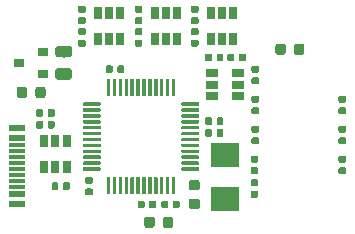
<source format=gbr>
G04 #@! TF.GenerationSoftware,KiCad,Pcbnew,5.1.4*
G04 #@! TF.CreationDate,2019-09-23T19:58:19+02:00*
G04 #@! TF.ProjectId,spiflash,73706966-6c61-4736-982e-6b696361645f,rev?*
G04 #@! TF.SameCoordinates,PX5f5e100PY4a62f80*
G04 #@! TF.FileFunction,Paste,Top*
G04 #@! TF.FilePolarity,Positive*
%FSLAX46Y46*%
G04 Gerber Fmt 4.6, Leading zero omitted, Abs format (unit mm)*
G04 Created by KiCad (PCBNEW 5.1.4) date 2019-09-23 19:58:19*
%MOMM*%
%LPD*%
G04 APERTURE LIST*
%ADD10C,0.100000*%
%ADD11C,0.875000*%
%ADD12R,0.900000X0.800000*%
%ADD13R,2.400000X2.000000*%
%ADD14R,0.650000X1.060000*%
%ADD15R,1.060000X0.650000*%
%ADD16C,0.300000*%
%ADD17C,0.590000*%
%ADD18R,1.450000X0.600000*%
%ADD19R,1.450000X0.300000*%
%ADD20C,0.975000*%
G04 APERTURE END LIST*
D10*
G36*
X29052691Y-4626053D02*
G01*
X29073926Y-4629203D01*
X29094750Y-4634419D01*
X29114962Y-4641651D01*
X29134368Y-4650830D01*
X29152781Y-4661866D01*
X29170024Y-4674654D01*
X29185930Y-4689070D01*
X29200346Y-4704976D01*
X29213134Y-4722219D01*
X29224170Y-4740632D01*
X29233349Y-4760038D01*
X29240581Y-4780250D01*
X29245797Y-4801074D01*
X29248947Y-4822309D01*
X29250000Y-4843750D01*
X29250000Y-5356250D01*
X29248947Y-5377691D01*
X29245797Y-5398926D01*
X29240581Y-5419750D01*
X29233349Y-5439962D01*
X29224170Y-5459368D01*
X29213134Y-5477781D01*
X29200346Y-5495024D01*
X29185930Y-5510930D01*
X29170024Y-5525346D01*
X29152781Y-5538134D01*
X29134368Y-5549170D01*
X29114962Y-5558349D01*
X29094750Y-5565581D01*
X29073926Y-5570797D01*
X29052691Y-5573947D01*
X29031250Y-5575000D01*
X28593750Y-5575000D01*
X28572309Y-5573947D01*
X28551074Y-5570797D01*
X28530250Y-5565581D01*
X28510038Y-5558349D01*
X28490632Y-5549170D01*
X28472219Y-5538134D01*
X28454976Y-5525346D01*
X28439070Y-5510930D01*
X28424654Y-5495024D01*
X28411866Y-5477781D01*
X28400830Y-5459368D01*
X28391651Y-5439962D01*
X28384419Y-5419750D01*
X28379203Y-5398926D01*
X28376053Y-5377691D01*
X28375000Y-5356250D01*
X28375000Y-4843750D01*
X28376053Y-4822309D01*
X28379203Y-4801074D01*
X28384419Y-4780250D01*
X28391651Y-4760038D01*
X28400830Y-4740632D01*
X28411866Y-4722219D01*
X28424654Y-4704976D01*
X28439070Y-4689070D01*
X28454976Y-4674654D01*
X28472219Y-4661866D01*
X28490632Y-4650830D01*
X28510038Y-4641651D01*
X28530250Y-4634419D01*
X28551074Y-4629203D01*
X28572309Y-4626053D01*
X28593750Y-4625000D01*
X29031250Y-4625000D01*
X29052691Y-4626053D01*
X29052691Y-4626053D01*
G37*
D11*
X28812500Y-5100000D03*
D10*
G36*
X30627691Y-4626053D02*
G01*
X30648926Y-4629203D01*
X30669750Y-4634419D01*
X30689962Y-4641651D01*
X30709368Y-4650830D01*
X30727781Y-4661866D01*
X30745024Y-4674654D01*
X30760930Y-4689070D01*
X30775346Y-4704976D01*
X30788134Y-4722219D01*
X30799170Y-4740632D01*
X30808349Y-4760038D01*
X30815581Y-4780250D01*
X30820797Y-4801074D01*
X30823947Y-4822309D01*
X30825000Y-4843750D01*
X30825000Y-5356250D01*
X30823947Y-5377691D01*
X30820797Y-5398926D01*
X30815581Y-5419750D01*
X30808349Y-5439962D01*
X30799170Y-5459368D01*
X30788134Y-5477781D01*
X30775346Y-5495024D01*
X30760930Y-5510930D01*
X30745024Y-5525346D01*
X30727781Y-5538134D01*
X30709368Y-5549170D01*
X30689962Y-5558349D01*
X30669750Y-5565581D01*
X30648926Y-5570797D01*
X30627691Y-5573947D01*
X30606250Y-5575000D01*
X30168750Y-5575000D01*
X30147309Y-5573947D01*
X30126074Y-5570797D01*
X30105250Y-5565581D01*
X30085038Y-5558349D01*
X30065632Y-5549170D01*
X30047219Y-5538134D01*
X30029976Y-5525346D01*
X30014070Y-5510930D01*
X29999654Y-5495024D01*
X29986866Y-5477781D01*
X29975830Y-5459368D01*
X29966651Y-5439962D01*
X29959419Y-5419750D01*
X29954203Y-5398926D01*
X29951053Y-5377691D01*
X29950000Y-5356250D01*
X29950000Y-4843750D01*
X29951053Y-4822309D01*
X29954203Y-4801074D01*
X29959419Y-4780250D01*
X29966651Y-4760038D01*
X29975830Y-4740632D01*
X29986866Y-4722219D01*
X29999654Y-4704976D01*
X30014070Y-4689070D01*
X30029976Y-4674654D01*
X30047219Y-4661866D01*
X30065632Y-4650830D01*
X30085038Y-4641651D01*
X30105250Y-4634419D01*
X30126074Y-4629203D01*
X30147309Y-4626053D01*
X30168750Y-4625000D01*
X30606250Y-4625000D01*
X30627691Y-4626053D01*
X30627691Y-4626053D01*
G37*
D11*
X30387500Y-5100000D03*
D12*
X6700000Y-6250000D03*
X8700000Y-5300000D03*
X8700000Y-7200000D03*
D13*
X24150000Y-14050000D03*
X24150000Y-17750000D03*
D14*
X19100000Y-2050000D03*
X18150000Y-2050000D03*
X20050000Y-2050000D03*
X20050000Y-4250000D03*
X19100000Y-4250000D03*
X18150000Y-4250000D03*
X23850000Y-2050000D03*
X22900000Y-2050000D03*
X24800000Y-2050000D03*
X24800000Y-4250000D03*
X23850000Y-4250000D03*
X22900000Y-4250000D03*
X14300000Y-2050000D03*
X13350000Y-2050000D03*
X15250000Y-2050000D03*
X15250000Y-4250000D03*
X14300000Y-4250000D03*
X13350000Y-4250000D03*
D15*
X25250000Y-8100000D03*
X25250000Y-7150000D03*
X25250000Y-9050000D03*
X23050000Y-9050000D03*
X23050000Y-8100000D03*
X23050000Y-7150000D03*
D10*
G36*
X19832351Y-15925361D02*
G01*
X19839632Y-15926441D01*
X19846771Y-15928229D01*
X19853701Y-15930709D01*
X19860355Y-15933856D01*
X19866668Y-15937640D01*
X19872579Y-15942024D01*
X19878033Y-15946967D01*
X19882976Y-15952421D01*
X19887360Y-15958332D01*
X19891144Y-15964645D01*
X19894291Y-15971299D01*
X19896771Y-15978229D01*
X19898559Y-15985368D01*
X19899639Y-15992649D01*
X19900000Y-16000000D01*
X19900000Y-17325000D01*
X19899639Y-17332351D01*
X19898559Y-17339632D01*
X19896771Y-17346771D01*
X19894291Y-17353701D01*
X19891144Y-17360355D01*
X19887360Y-17366668D01*
X19882976Y-17372579D01*
X19878033Y-17378033D01*
X19872579Y-17382976D01*
X19866668Y-17387360D01*
X19860355Y-17391144D01*
X19853701Y-17394291D01*
X19846771Y-17396771D01*
X19839632Y-17398559D01*
X19832351Y-17399639D01*
X19825000Y-17400000D01*
X19675000Y-17400000D01*
X19667649Y-17399639D01*
X19660368Y-17398559D01*
X19653229Y-17396771D01*
X19646299Y-17394291D01*
X19639645Y-17391144D01*
X19633332Y-17387360D01*
X19627421Y-17382976D01*
X19621967Y-17378033D01*
X19617024Y-17372579D01*
X19612640Y-17366668D01*
X19608856Y-17360355D01*
X19605709Y-17353701D01*
X19603229Y-17346771D01*
X19601441Y-17339632D01*
X19600361Y-17332351D01*
X19600000Y-17325000D01*
X19600000Y-16000000D01*
X19600361Y-15992649D01*
X19601441Y-15985368D01*
X19603229Y-15978229D01*
X19605709Y-15971299D01*
X19608856Y-15964645D01*
X19612640Y-15958332D01*
X19617024Y-15952421D01*
X19621967Y-15946967D01*
X19627421Y-15942024D01*
X19633332Y-15937640D01*
X19639645Y-15933856D01*
X19646299Y-15930709D01*
X19653229Y-15928229D01*
X19660368Y-15926441D01*
X19667649Y-15925361D01*
X19675000Y-15925000D01*
X19825000Y-15925000D01*
X19832351Y-15925361D01*
X19832351Y-15925361D01*
G37*
D16*
X19750000Y-16662500D03*
D10*
G36*
X19332351Y-15925361D02*
G01*
X19339632Y-15926441D01*
X19346771Y-15928229D01*
X19353701Y-15930709D01*
X19360355Y-15933856D01*
X19366668Y-15937640D01*
X19372579Y-15942024D01*
X19378033Y-15946967D01*
X19382976Y-15952421D01*
X19387360Y-15958332D01*
X19391144Y-15964645D01*
X19394291Y-15971299D01*
X19396771Y-15978229D01*
X19398559Y-15985368D01*
X19399639Y-15992649D01*
X19400000Y-16000000D01*
X19400000Y-17325000D01*
X19399639Y-17332351D01*
X19398559Y-17339632D01*
X19396771Y-17346771D01*
X19394291Y-17353701D01*
X19391144Y-17360355D01*
X19387360Y-17366668D01*
X19382976Y-17372579D01*
X19378033Y-17378033D01*
X19372579Y-17382976D01*
X19366668Y-17387360D01*
X19360355Y-17391144D01*
X19353701Y-17394291D01*
X19346771Y-17396771D01*
X19339632Y-17398559D01*
X19332351Y-17399639D01*
X19325000Y-17400000D01*
X19175000Y-17400000D01*
X19167649Y-17399639D01*
X19160368Y-17398559D01*
X19153229Y-17396771D01*
X19146299Y-17394291D01*
X19139645Y-17391144D01*
X19133332Y-17387360D01*
X19127421Y-17382976D01*
X19121967Y-17378033D01*
X19117024Y-17372579D01*
X19112640Y-17366668D01*
X19108856Y-17360355D01*
X19105709Y-17353701D01*
X19103229Y-17346771D01*
X19101441Y-17339632D01*
X19100361Y-17332351D01*
X19100000Y-17325000D01*
X19100000Y-16000000D01*
X19100361Y-15992649D01*
X19101441Y-15985368D01*
X19103229Y-15978229D01*
X19105709Y-15971299D01*
X19108856Y-15964645D01*
X19112640Y-15958332D01*
X19117024Y-15952421D01*
X19121967Y-15946967D01*
X19127421Y-15942024D01*
X19133332Y-15937640D01*
X19139645Y-15933856D01*
X19146299Y-15930709D01*
X19153229Y-15928229D01*
X19160368Y-15926441D01*
X19167649Y-15925361D01*
X19175000Y-15925000D01*
X19325000Y-15925000D01*
X19332351Y-15925361D01*
X19332351Y-15925361D01*
G37*
D16*
X19250000Y-16662500D03*
D10*
G36*
X18832351Y-15925361D02*
G01*
X18839632Y-15926441D01*
X18846771Y-15928229D01*
X18853701Y-15930709D01*
X18860355Y-15933856D01*
X18866668Y-15937640D01*
X18872579Y-15942024D01*
X18878033Y-15946967D01*
X18882976Y-15952421D01*
X18887360Y-15958332D01*
X18891144Y-15964645D01*
X18894291Y-15971299D01*
X18896771Y-15978229D01*
X18898559Y-15985368D01*
X18899639Y-15992649D01*
X18900000Y-16000000D01*
X18900000Y-17325000D01*
X18899639Y-17332351D01*
X18898559Y-17339632D01*
X18896771Y-17346771D01*
X18894291Y-17353701D01*
X18891144Y-17360355D01*
X18887360Y-17366668D01*
X18882976Y-17372579D01*
X18878033Y-17378033D01*
X18872579Y-17382976D01*
X18866668Y-17387360D01*
X18860355Y-17391144D01*
X18853701Y-17394291D01*
X18846771Y-17396771D01*
X18839632Y-17398559D01*
X18832351Y-17399639D01*
X18825000Y-17400000D01*
X18675000Y-17400000D01*
X18667649Y-17399639D01*
X18660368Y-17398559D01*
X18653229Y-17396771D01*
X18646299Y-17394291D01*
X18639645Y-17391144D01*
X18633332Y-17387360D01*
X18627421Y-17382976D01*
X18621967Y-17378033D01*
X18617024Y-17372579D01*
X18612640Y-17366668D01*
X18608856Y-17360355D01*
X18605709Y-17353701D01*
X18603229Y-17346771D01*
X18601441Y-17339632D01*
X18600361Y-17332351D01*
X18600000Y-17325000D01*
X18600000Y-16000000D01*
X18600361Y-15992649D01*
X18601441Y-15985368D01*
X18603229Y-15978229D01*
X18605709Y-15971299D01*
X18608856Y-15964645D01*
X18612640Y-15958332D01*
X18617024Y-15952421D01*
X18621967Y-15946967D01*
X18627421Y-15942024D01*
X18633332Y-15937640D01*
X18639645Y-15933856D01*
X18646299Y-15930709D01*
X18653229Y-15928229D01*
X18660368Y-15926441D01*
X18667649Y-15925361D01*
X18675000Y-15925000D01*
X18825000Y-15925000D01*
X18832351Y-15925361D01*
X18832351Y-15925361D01*
G37*
D16*
X18750000Y-16662500D03*
D10*
G36*
X18332351Y-15925361D02*
G01*
X18339632Y-15926441D01*
X18346771Y-15928229D01*
X18353701Y-15930709D01*
X18360355Y-15933856D01*
X18366668Y-15937640D01*
X18372579Y-15942024D01*
X18378033Y-15946967D01*
X18382976Y-15952421D01*
X18387360Y-15958332D01*
X18391144Y-15964645D01*
X18394291Y-15971299D01*
X18396771Y-15978229D01*
X18398559Y-15985368D01*
X18399639Y-15992649D01*
X18400000Y-16000000D01*
X18400000Y-17325000D01*
X18399639Y-17332351D01*
X18398559Y-17339632D01*
X18396771Y-17346771D01*
X18394291Y-17353701D01*
X18391144Y-17360355D01*
X18387360Y-17366668D01*
X18382976Y-17372579D01*
X18378033Y-17378033D01*
X18372579Y-17382976D01*
X18366668Y-17387360D01*
X18360355Y-17391144D01*
X18353701Y-17394291D01*
X18346771Y-17396771D01*
X18339632Y-17398559D01*
X18332351Y-17399639D01*
X18325000Y-17400000D01*
X18175000Y-17400000D01*
X18167649Y-17399639D01*
X18160368Y-17398559D01*
X18153229Y-17396771D01*
X18146299Y-17394291D01*
X18139645Y-17391144D01*
X18133332Y-17387360D01*
X18127421Y-17382976D01*
X18121967Y-17378033D01*
X18117024Y-17372579D01*
X18112640Y-17366668D01*
X18108856Y-17360355D01*
X18105709Y-17353701D01*
X18103229Y-17346771D01*
X18101441Y-17339632D01*
X18100361Y-17332351D01*
X18100000Y-17325000D01*
X18100000Y-16000000D01*
X18100361Y-15992649D01*
X18101441Y-15985368D01*
X18103229Y-15978229D01*
X18105709Y-15971299D01*
X18108856Y-15964645D01*
X18112640Y-15958332D01*
X18117024Y-15952421D01*
X18121967Y-15946967D01*
X18127421Y-15942024D01*
X18133332Y-15937640D01*
X18139645Y-15933856D01*
X18146299Y-15930709D01*
X18153229Y-15928229D01*
X18160368Y-15926441D01*
X18167649Y-15925361D01*
X18175000Y-15925000D01*
X18325000Y-15925000D01*
X18332351Y-15925361D01*
X18332351Y-15925361D01*
G37*
D16*
X18250000Y-16662500D03*
D10*
G36*
X17832351Y-15925361D02*
G01*
X17839632Y-15926441D01*
X17846771Y-15928229D01*
X17853701Y-15930709D01*
X17860355Y-15933856D01*
X17866668Y-15937640D01*
X17872579Y-15942024D01*
X17878033Y-15946967D01*
X17882976Y-15952421D01*
X17887360Y-15958332D01*
X17891144Y-15964645D01*
X17894291Y-15971299D01*
X17896771Y-15978229D01*
X17898559Y-15985368D01*
X17899639Y-15992649D01*
X17900000Y-16000000D01*
X17900000Y-17325000D01*
X17899639Y-17332351D01*
X17898559Y-17339632D01*
X17896771Y-17346771D01*
X17894291Y-17353701D01*
X17891144Y-17360355D01*
X17887360Y-17366668D01*
X17882976Y-17372579D01*
X17878033Y-17378033D01*
X17872579Y-17382976D01*
X17866668Y-17387360D01*
X17860355Y-17391144D01*
X17853701Y-17394291D01*
X17846771Y-17396771D01*
X17839632Y-17398559D01*
X17832351Y-17399639D01*
X17825000Y-17400000D01*
X17675000Y-17400000D01*
X17667649Y-17399639D01*
X17660368Y-17398559D01*
X17653229Y-17396771D01*
X17646299Y-17394291D01*
X17639645Y-17391144D01*
X17633332Y-17387360D01*
X17627421Y-17382976D01*
X17621967Y-17378033D01*
X17617024Y-17372579D01*
X17612640Y-17366668D01*
X17608856Y-17360355D01*
X17605709Y-17353701D01*
X17603229Y-17346771D01*
X17601441Y-17339632D01*
X17600361Y-17332351D01*
X17600000Y-17325000D01*
X17600000Y-16000000D01*
X17600361Y-15992649D01*
X17601441Y-15985368D01*
X17603229Y-15978229D01*
X17605709Y-15971299D01*
X17608856Y-15964645D01*
X17612640Y-15958332D01*
X17617024Y-15952421D01*
X17621967Y-15946967D01*
X17627421Y-15942024D01*
X17633332Y-15937640D01*
X17639645Y-15933856D01*
X17646299Y-15930709D01*
X17653229Y-15928229D01*
X17660368Y-15926441D01*
X17667649Y-15925361D01*
X17675000Y-15925000D01*
X17825000Y-15925000D01*
X17832351Y-15925361D01*
X17832351Y-15925361D01*
G37*
D16*
X17750000Y-16662500D03*
D10*
G36*
X17332351Y-15925361D02*
G01*
X17339632Y-15926441D01*
X17346771Y-15928229D01*
X17353701Y-15930709D01*
X17360355Y-15933856D01*
X17366668Y-15937640D01*
X17372579Y-15942024D01*
X17378033Y-15946967D01*
X17382976Y-15952421D01*
X17387360Y-15958332D01*
X17391144Y-15964645D01*
X17394291Y-15971299D01*
X17396771Y-15978229D01*
X17398559Y-15985368D01*
X17399639Y-15992649D01*
X17400000Y-16000000D01*
X17400000Y-17325000D01*
X17399639Y-17332351D01*
X17398559Y-17339632D01*
X17396771Y-17346771D01*
X17394291Y-17353701D01*
X17391144Y-17360355D01*
X17387360Y-17366668D01*
X17382976Y-17372579D01*
X17378033Y-17378033D01*
X17372579Y-17382976D01*
X17366668Y-17387360D01*
X17360355Y-17391144D01*
X17353701Y-17394291D01*
X17346771Y-17396771D01*
X17339632Y-17398559D01*
X17332351Y-17399639D01*
X17325000Y-17400000D01*
X17175000Y-17400000D01*
X17167649Y-17399639D01*
X17160368Y-17398559D01*
X17153229Y-17396771D01*
X17146299Y-17394291D01*
X17139645Y-17391144D01*
X17133332Y-17387360D01*
X17127421Y-17382976D01*
X17121967Y-17378033D01*
X17117024Y-17372579D01*
X17112640Y-17366668D01*
X17108856Y-17360355D01*
X17105709Y-17353701D01*
X17103229Y-17346771D01*
X17101441Y-17339632D01*
X17100361Y-17332351D01*
X17100000Y-17325000D01*
X17100000Y-16000000D01*
X17100361Y-15992649D01*
X17101441Y-15985368D01*
X17103229Y-15978229D01*
X17105709Y-15971299D01*
X17108856Y-15964645D01*
X17112640Y-15958332D01*
X17117024Y-15952421D01*
X17121967Y-15946967D01*
X17127421Y-15942024D01*
X17133332Y-15937640D01*
X17139645Y-15933856D01*
X17146299Y-15930709D01*
X17153229Y-15928229D01*
X17160368Y-15926441D01*
X17167649Y-15925361D01*
X17175000Y-15925000D01*
X17325000Y-15925000D01*
X17332351Y-15925361D01*
X17332351Y-15925361D01*
G37*
D16*
X17250000Y-16662500D03*
D10*
G36*
X16832351Y-15925361D02*
G01*
X16839632Y-15926441D01*
X16846771Y-15928229D01*
X16853701Y-15930709D01*
X16860355Y-15933856D01*
X16866668Y-15937640D01*
X16872579Y-15942024D01*
X16878033Y-15946967D01*
X16882976Y-15952421D01*
X16887360Y-15958332D01*
X16891144Y-15964645D01*
X16894291Y-15971299D01*
X16896771Y-15978229D01*
X16898559Y-15985368D01*
X16899639Y-15992649D01*
X16900000Y-16000000D01*
X16900000Y-17325000D01*
X16899639Y-17332351D01*
X16898559Y-17339632D01*
X16896771Y-17346771D01*
X16894291Y-17353701D01*
X16891144Y-17360355D01*
X16887360Y-17366668D01*
X16882976Y-17372579D01*
X16878033Y-17378033D01*
X16872579Y-17382976D01*
X16866668Y-17387360D01*
X16860355Y-17391144D01*
X16853701Y-17394291D01*
X16846771Y-17396771D01*
X16839632Y-17398559D01*
X16832351Y-17399639D01*
X16825000Y-17400000D01*
X16675000Y-17400000D01*
X16667649Y-17399639D01*
X16660368Y-17398559D01*
X16653229Y-17396771D01*
X16646299Y-17394291D01*
X16639645Y-17391144D01*
X16633332Y-17387360D01*
X16627421Y-17382976D01*
X16621967Y-17378033D01*
X16617024Y-17372579D01*
X16612640Y-17366668D01*
X16608856Y-17360355D01*
X16605709Y-17353701D01*
X16603229Y-17346771D01*
X16601441Y-17339632D01*
X16600361Y-17332351D01*
X16600000Y-17325000D01*
X16600000Y-16000000D01*
X16600361Y-15992649D01*
X16601441Y-15985368D01*
X16603229Y-15978229D01*
X16605709Y-15971299D01*
X16608856Y-15964645D01*
X16612640Y-15958332D01*
X16617024Y-15952421D01*
X16621967Y-15946967D01*
X16627421Y-15942024D01*
X16633332Y-15937640D01*
X16639645Y-15933856D01*
X16646299Y-15930709D01*
X16653229Y-15928229D01*
X16660368Y-15926441D01*
X16667649Y-15925361D01*
X16675000Y-15925000D01*
X16825000Y-15925000D01*
X16832351Y-15925361D01*
X16832351Y-15925361D01*
G37*
D16*
X16750000Y-16662500D03*
D10*
G36*
X16332351Y-15925361D02*
G01*
X16339632Y-15926441D01*
X16346771Y-15928229D01*
X16353701Y-15930709D01*
X16360355Y-15933856D01*
X16366668Y-15937640D01*
X16372579Y-15942024D01*
X16378033Y-15946967D01*
X16382976Y-15952421D01*
X16387360Y-15958332D01*
X16391144Y-15964645D01*
X16394291Y-15971299D01*
X16396771Y-15978229D01*
X16398559Y-15985368D01*
X16399639Y-15992649D01*
X16400000Y-16000000D01*
X16400000Y-17325000D01*
X16399639Y-17332351D01*
X16398559Y-17339632D01*
X16396771Y-17346771D01*
X16394291Y-17353701D01*
X16391144Y-17360355D01*
X16387360Y-17366668D01*
X16382976Y-17372579D01*
X16378033Y-17378033D01*
X16372579Y-17382976D01*
X16366668Y-17387360D01*
X16360355Y-17391144D01*
X16353701Y-17394291D01*
X16346771Y-17396771D01*
X16339632Y-17398559D01*
X16332351Y-17399639D01*
X16325000Y-17400000D01*
X16175000Y-17400000D01*
X16167649Y-17399639D01*
X16160368Y-17398559D01*
X16153229Y-17396771D01*
X16146299Y-17394291D01*
X16139645Y-17391144D01*
X16133332Y-17387360D01*
X16127421Y-17382976D01*
X16121967Y-17378033D01*
X16117024Y-17372579D01*
X16112640Y-17366668D01*
X16108856Y-17360355D01*
X16105709Y-17353701D01*
X16103229Y-17346771D01*
X16101441Y-17339632D01*
X16100361Y-17332351D01*
X16100000Y-17325000D01*
X16100000Y-16000000D01*
X16100361Y-15992649D01*
X16101441Y-15985368D01*
X16103229Y-15978229D01*
X16105709Y-15971299D01*
X16108856Y-15964645D01*
X16112640Y-15958332D01*
X16117024Y-15952421D01*
X16121967Y-15946967D01*
X16127421Y-15942024D01*
X16133332Y-15937640D01*
X16139645Y-15933856D01*
X16146299Y-15930709D01*
X16153229Y-15928229D01*
X16160368Y-15926441D01*
X16167649Y-15925361D01*
X16175000Y-15925000D01*
X16325000Y-15925000D01*
X16332351Y-15925361D01*
X16332351Y-15925361D01*
G37*
D16*
X16250000Y-16662500D03*
D10*
G36*
X15832351Y-15925361D02*
G01*
X15839632Y-15926441D01*
X15846771Y-15928229D01*
X15853701Y-15930709D01*
X15860355Y-15933856D01*
X15866668Y-15937640D01*
X15872579Y-15942024D01*
X15878033Y-15946967D01*
X15882976Y-15952421D01*
X15887360Y-15958332D01*
X15891144Y-15964645D01*
X15894291Y-15971299D01*
X15896771Y-15978229D01*
X15898559Y-15985368D01*
X15899639Y-15992649D01*
X15900000Y-16000000D01*
X15900000Y-17325000D01*
X15899639Y-17332351D01*
X15898559Y-17339632D01*
X15896771Y-17346771D01*
X15894291Y-17353701D01*
X15891144Y-17360355D01*
X15887360Y-17366668D01*
X15882976Y-17372579D01*
X15878033Y-17378033D01*
X15872579Y-17382976D01*
X15866668Y-17387360D01*
X15860355Y-17391144D01*
X15853701Y-17394291D01*
X15846771Y-17396771D01*
X15839632Y-17398559D01*
X15832351Y-17399639D01*
X15825000Y-17400000D01*
X15675000Y-17400000D01*
X15667649Y-17399639D01*
X15660368Y-17398559D01*
X15653229Y-17396771D01*
X15646299Y-17394291D01*
X15639645Y-17391144D01*
X15633332Y-17387360D01*
X15627421Y-17382976D01*
X15621967Y-17378033D01*
X15617024Y-17372579D01*
X15612640Y-17366668D01*
X15608856Y-17360355D01*
X15605709Y-17353701D01*
X15603229Y-17346771D01*
X15601441Y-17339632D01*
X15600361Y-17332351D01*
X15600000Y-17325000D01*
X15600000Y-16000000D01*
X15600361Y-15992649D01*
X15601441Y-15985368D01*
X15603229Y-15978229D01*
X15605709Y-15971299D01*
X15608856Y-15964645D01*
X15612640Y-15958332D01*
X15617024Y-15952421D01*
X15621967Y-15946967D01*
X15627421Y-15942024D01*
X15633332Y-15937640D01*
X15639645Y-15933856D01*
X15646299Y-15930709D01*
X15653229Y-15928229D01*
X15660368Y-15926441D01*
X15667649Y-15925361D01*
X15675000Y-15925000D01*
X15825000Y-15925000D01*
X15832351Y-15925361D01*
X15832351Y-15925361D01*
G37*
D16*
X15750000Y-16662500D03*
D10*
G36*
X15332351Y-15925361D02*
G01*
X15339632Y-15926441D01*
X15346771Y-15928229D01*
X15353701Y-15930709D01*
X15360355Y-15933856D01*
X15366668Y-15937640D01*
X15372579Y-15942024D01*
X15378033Y-15946967D01*
X15382976Y-15952421D01*
X15387360Y-15958332D01*
X15391144Y-15964645D01*
X15394291Y-15971299D01*
X15396771Y-15978229D01*
X15398559Y-15985368D01*
X15399639Y-15992649D01*
X15400000Y-16000000D01*
X15400000Y-17325000D01*
X15399639Y-17332351D01*
X15398559Y-17339632D01*
X15396771Y-17346771D01*
X15394291Y-17353701D01*
X15391144Y-17360355D01*
X15387360Y-17366668D01*
X15382976Y-17372579D01*
X15378033Y-17378033D01*
X15372579Y-17382976D01*
X15366668Y-17387360D01*
X15360355Y-17391144D01*
X15353701Y-17394291D01*
X15346771Y-17396771D01*
X15339632Y-17398559D01*
X15332351Y-17399639D01*
X15325000Y-17400000D01*
X15175000Y-17400000D01*
X15167649Y-17399639D01*
X15160368Y-17398559D01*
X15153229Y-17396771D01*
X15146299Y-17394291D01*
X15139645Y-17391144D01*
X15133332Y-17387360D01*
X15127421Y-17382976D01*
X15121967Y-17378033D01*
X15117024Y-17372579D01*
X15112640Y-17366668D01*
X15108856Y-17360355D01*
X15105709Y-17353701D01*
X15103229Y-17346771D01*
X15101441Y-17339632D01*
X15100361Y-17332351D01*
X15100000Y-17325000D01*
X15100000Y-16000000D01*
X15100361Y-15992649D01*
X15101441Y-15985368D01*
X15103229Y-15978229D01*
X15105709Y-15971299D01*
X15108856Y-15964645D01*
X15112640Y-15958332D01*
X15117024Y-15952421D01*
X15121967Y-15946967D01*
X15127421Y-15942024D01*
X15133332Y-15937640D01*
X15139645Y-15933856D01*
X15146299Y-15930709D01*
X15153229Y-15928229D01*
X15160368Y-15926441D01*
X15167649Y-15925361D01*
X15175000Y-15925000D01*
X15325000Y-15925000D01*
X15332351Y-15925361D01*
X15332351Y-15925361D01*
G37*
D16*
X15250000Y-16662500D03*
D10*
G36*
X14832351Y-15925361D02*
G01*
X14839632Y-15926441D01*
X14846771Y-15928229D01*
X14853701Y-15930709D01*
X14860355Y-15933856D01*
X14866668Y-15937640D01*
X14872579Y-15942024D01*
X14878033Y-15946967D01*
X14882976Y-15952421D01*
X14887360Y-15958332D01*
X14891144Y-15964645D01*
X14894291Y-15971299D01*
X14896771Y-15978229D01*
X14898559Y-15985368D01*
X14899639Y-15992649D01*
X14900000Y-16000000D01*
X14900000Y-17325000D01*
X14899639Y-17332351D01*
X14898559Y-17339632D01*
X14896771Y-17346771D01*
X14894291Y-17353701D01*
X14891144Y-17360355D01*
X14887360Y-17366668D01*
X14882976Y-17372579D01*
X14878033Y-17378033D01*
X14872579Y-17382976D01*
X14866668Y-17387360D01*
X14860355Y-17391144D01*
X14853701Y-17394291D01*
X14846771Y-17396771D01*
X14839632Y-17398559D01*
X14832351Y-17399639D01*
X14825000Y-17400000D01*
X14675000Y-17400000D01*
X14667649Y-17399639D01*
X14660368Y-17398559D01*
X14653229Y-17396771D01*
X14646299Y-17394291D01*
X14639645Y-17391144D01*
X14633332Y-17387360D01*
X14627421Y-17382976D01*
X14621967Y-17378033D01*
X14617024Y-17372579D01*
X14612640Y-17366668D01*
X14608856Y-17360355D01*
X14605709Y-17353701D01*
X14603229Y-17346771D01*
X14601441Y-17339632D01*
X14600361Y-17332351D01*
X14600000Y-17325000D01*
X14600000Y-16000000D01*
X14600361Y-15992649D01*
X14601441Y-15985368D01*
X14603229Y-15978229D01*
X14605709Y-15971299D01*
X14608856Y-15964645D01*
X14612640Y-15958332D01*
X14617024Y-15952421D01*
X14621967Y-15946967D01*
X14627421Y-15942024D01*
X14633332Y-15937640D01*
X14639645Y-15933856D01*
X14646299Y-15930709D01*
X14653229Y-15928229D01*
X14660368Y-15926441D01*
X14667649Y-15925361D01*
X14675000Y-15925000D01*
X14825000Y-15925000D01*
X14832351Y-15925361D01*
X14832351Y-15925361D01*
G37*
D16*
X14750000Y-16662500D03*
D10*
G36*
X14332351Y-15925361D02*
G01*
X14339632Y-15926441D01*
X14346771Y-15928229D01*
X14353701Y-15930709D01*
X14360355Y-15933856D01*
X14366668Y-15937640D01*
X14372579Y-15942024D01*
X14378033Y-15946967D01*
X14382976Y-15952421D01*
X14387360Y-15958332D01*
X14391144Y-15964645D01*
X14394291Y-15971299D01*
X14396771Y-15978229D01*
X14398559Y-15985368D01*
X14399639Y-15992649D01*
X14400000Y-16000000D01*
X14400000Y-17325000D01*
X14399639Y-17332351D01*
X14398559Y-17339632D01*
X14396771Y-17346771D01*
X14394291Y-17353701D01*
X14391144Y-17360355D01*
X14387360Y-17366668D01*
X14382976Y-17372579D01*
X14378033Y-17378033D01*
X14372579Y-17382976D01*
X14366668Y-17387360D01*
X14360355Y-17391144D01*
X14353701Y-17394291D01*
X14346771Y-17396771D01*
X14339632Y-17398559D01*
X14332351Y-17399639D01*
X14325000Y-17400000D01*
X14175000Y-17400000D01*
X14167649Y-17399639D01*
X14160368Y-17398559D01*
X14153229Y-17396771D01*
X14146299Y-17394291D01*
X14139645Y-17391144D01*
X14133332Y-17387360D01*
X14127421Y-17382976D01*
X14121967Y-17378033D01*
X14117024Y-17372579D01*
X14112640Y-17366668D01*
X14108856Y-17360355D01*
X14105709Y-17353701D01*
X14103229Y-17346771D01*
X14101441Y-17339632D01*
X14100361Y-17332351D01*
X14100000Y-17325000D01*
X14100000Y-16000000D01*
X14100361Y-15992649D01*
X14101441Y-15985368D01*
X14103229Y-15978229D01*
X14105709Y-15971299D01*
X14108856Y-15964645D01*
X14112640Y-15958332D01*
X14117024Y-15952421D01*
X14121967Y-15946967D01*
X14127421Y-15942024D01*
X14133332Y-15937640D01*
X14139645Y-15933856D01*
X14146299Y-15930709D01*
X14153229Y-15928229D01*
X14160368Y-15926441D01*
X14167649Y-15925361D01*
X14175000Y-15925000D01*
X14325000Y-15925000D01*
X14332351Y-15925361D01*
X14332351Y-15925361D01*
G37*
D16*
X14250000Y-16662500D03*
D10*
G36*
X13507351Y-15100361D02*
G01*
X13514632Y-15101441D01*
X13521771Y-15103229D01*
X13528701Y-15105709D01*
X13535355Y-15108856D01*
X13541668Y-15112640D01*
X13547579Y-15117024D01*
X13553033Y-15121967D01*
X13557976Y-15127421D01*
X13562360Y-15133332D01*
X13566144Y-15139645D01*
X13569291Y-15146299D01*
X13571771Y-15153229D01*
X13573559Y-15160368D01*
X13574639Y-15167649D01*
X13575000Y-15175000D01*
X13575000Y-15325000D01*
X13574639Y-15332351D01*
X13573559Y-15339632D01*
X13571771Y-15346771D01*
X13569291Y-15353701D01*
X13566144Y-15360355D01*
X13562360Y-15366668D01*
X13557976Y-15372579D01*
X13553033Y-15378033D01*
X13547579Y-15382976D01*
X13541668Y-15387360D01*
X13535355Y-15391144D01*
X13528701Y-15394291D01*
X13521771Y-15396771D01*
X13514632Y-15398559D01*
X13507351Y-15399639D01*
X13500000Y-15400000D01*
X12175000Y-15400000D01*
X12167649Y-15399639D01*
X12160368Y-15398559D01*
X12153229Y-15396771D01*
X12146299Y-15394291D01*
X12139645Y-15391144D01*
X12133332Y-15387360D01*
X12127421Y-15382976D01*
X12121967Y-15378033D01*
X12117024Y-15372579D01*
X12112640Y-15366668D01*
X12108856Y-15360355D01*
X12105709Y-15353701D01*
X12103229Y-15346771D01*
X12101441Y-15339632D01*
X12100361Y-15332351D01*
X12100000Y-15325000D01*
X12100000Y-15175000D01*
X12100361Y-15167649D01*
X12101441Y-15160368D01*
X12103229Y-15153229D01*
X12105709Y-15146299D01*
X12108856Y-15139645D01*
X12112640Y-15133332D01*
X12117024Y-15127421D01*
X12121967Y-15121967D01*
X12127421Y-15117024D01*
X12133332Y-15112640D01*
X12139645Y-15108856D01*
X12146299Y-15105709D01*
X12153229Y-15103229D01*
X12160368Y-15101441D01*
X12167649Y-15100361D01*
X12175000Y-15100000D01*
X13500000Y-15100000D01*
X13507351Y-15100361D01*
X13507351Y-15100361D01*
G37*
D16*
X12837500Y-15250000D03*
D10*
G36*
X13507351Y-14600361D02*
G01*
X13514632Y-14601441D01*
X13521771Y-14603229D01*
X13528701Y-14605709D01*
X13535355Y-14608856D01*
X13541668Y-14612640D01*
X13547579Y-14617024D01*
X13553033Y-14621967D01*
X13557976Y-14627421D01*
X13562360Y-14633332D01*
X13566144Y-14639645D01*
X13569291Y-14646299D01*
X13571771Y-14653229D01*
X13573559Y-14660368D01*
X13574639Y-14667649D01*
X13575000Y-14675000D01*
X13575000Y-14825000D01*
X13574639Y-14832351D01*
X13573559Y-14839632D01*
X13571771Y-14846771D01*
X13569291Y-14853701D01*
X13566144Y-14860355D01*
X13562360Y-14866668D01*
X13557976Y-14872579D01*
X13553033Y-14878033D01*
X13547579Y-14882976D01*
X13541668Y-14887360D01*
X13535355Y-14891144D01*
X13528701Y-14894291D01*
X13521771Y-14896771D01*
X13514632Y-14898559D01*
X13507351Y-14899639D01*
X13500000Y-14900000D01*
X12175000Y-14900000D01*
X12167649Y-14899639D01*
X12160368Y-14898559D01*
X12153229Y-14896771D01*
X12146299Y-14894291D01*
X12139645Y-14891144D01*
X12133332Y-14887360D01*
X12127421Y-14882976D01*
X12121967Y-14878033D01*
X12117024Y-14872579D01*
X12112640Y-14866668D01*
X12108856Y-14860355D01*
X12105709Y-14853701D01*
X12103229Y-14846771D01*
X12101441Y-14839632D01*
X12100361Y-14832351D01*
X12100000Y-14825000D01*
X12100000Y-14675000D01*
X12100361Y-14667649D01*
X12101441Y-14660368D01*
X12103229Y-14653229D01*
X12105709Y-14646299D01*
X12108856Y-14639645D01*
X12112640Y-14633332D01*
X12117024Y-14627421D01*
X12121967Y-14621967D01*
X12127421Y-14617024D01*
X12133332Y-14612640D01*
X12139645Y-14608856D01*
X12146299Y-14605709D01*
X12153229Y-14603229D01*
X12160368Y-14601441D01*
X12167649Y-14600361D01*
X12175000Y-14600000D01*
X13500000Y-14600000D01*
X13507351Y-14600361D01*
X13507351Y-14600361D01*
G37*
D16*
X12837500Y-14750000D03*
D10*
G36*
X13507351Y-14100361D02*
G01*
X13514632Y-14101441D01*
X13521771Y-14103229D01*
X13528701Y-14105709D01*
X13535355Y-14108856D01*
X13541668Y-14112640D01*
X13547579Y-14117024D01*
X13553033Y-14121967D01*
X13557976Y-14127421D01*
X13562360Y-14133332D01*
X13566144Y-14139645D01*
X13569291Y-14146299D01*
X13571771Y-14153229D01*
X13573559Y-14160368D01*
X13574639Y-14167649D01*
X13575000Y-14175000D01*
X13575000Y-14325000D01*
X13574639Y-14332351D01*
X13573559Y-14339632D01*
X13571771Y-14346771D01*
X13569291Y-14353701D01*
X13566144Y-14360355D01*
X13562360Y-14366668D01*
X13557976Y-14372579D01*
X13553033Y-14378033D01*
X13547579Y-14382976D01*
X13541668Y-14387360D01*
X13535355Y-14391144D01*
X13528701Y-14394291D01*
X13521771Y-14396771D01*
X13514632Y-14398559D01*
X13507351Y-14399639D01*
X13500000Y-14400000D01*
X12175000Y-14400000D01*
X12167649Y-14399639D01*
X12160368Y-14398559D01*
X12153229Y-14396771D01*
X12146299Y-14394291D01*
X12139645Y-14391144D01*
X12133332Y-14387360D01*
X12127421Y-14382976D01*
X12121967Y-14378033D01*
X12117024Y-14372579D01*
X12112640Y-14366668D01*
X12108856Y-14360355D01*
X12105709Y-14353701D01*
X12103229Y-14346771D01*
X12101441Y-14339632D01*
X12100361Y-14332351D01*
X12100000Y-14325000D01*
X12100000Y-14175000D01*
X12100361Y-14167649D01*
X12101441Y-14160368D01*
X12103229Y-14153229D01*
X12105709Y-14146299D01*
X12108856Y-14139645D01*
X12112640Y-14133332D01*
X12117024Y-14127421D01*
X12121967Y-14121967D01*
X12127421Y-14117024D01*
X12133332Y-14112640D01*
X12139645Y-14108856D01*
X12146299Y-14105709D01*
X12153229Y-14103229D01*
X12160368Y-14101441D01*
X12167649Y-14100361D01*
X12175000Y-14100000D01*
X13500000Y-14100000D01*
X13507351Y-14100361D01*
X13507351Y-14100361D01*
G37*
D16*
X12837500Y-14250000D03*
D10*
G36*
X13507351Y-13600361D02*
G01*
X13514632Y-13601441D01*
X13521771Y-13603229D01*
X13528701Y-13605709D01*
X13535355Y-13608856D01*
X13541668Y-13612640D01*
X13547579Y-13617024D01*
X13553033Y-13621967D01*
X13557976Y-13627421D01*
X13562360Y-13633332D01*
X13566144Y-13639645D01*
X13569291Y-13646299D01*
X13571771Y-13653229D01*
X13573559Y-13660368D01*
X13574639Y-13667649D01*
X13575000Y-13675000D01*
X13575000Y-13825000D01*
X13574639Y-13832351D01*
X13573559Y-13839632D01*
X13571771Y-13846771D01*
X13569291Y-13853701D01*
X13566144Y-13860355D01*
X13562360Y-13866668D01*
X13557976Y-13872579D01*
X13553033Y-13878033D01*
X13547579Y-13882976D01*
X13541668Y-13887360D01*
X13535355Y-13891144D01*
X13528701Y-13894291D01*
X13521771Y-13896771D01*
X13514632Y-13898559D01*
X13507351Y-13899639D01*
X13500000Y-13900000D01*
X12175000Y-13900000D01*
X12167649Y-13899639D01*
X12160368Y-13898559D01*
X12153229Y-13896771D01*
X12146299Y-13894291D01*
X12139645Y-13891144D01*
X12133332Y-13887360D01*
X12127421Y-13882976D01*
X12121967Y-13878033D01*
X12117024Y-13872579D01*
X12112640Y-13866668D01*
X12108856Y-13860355D01*
X12105709Y-13853701D01*
X12103229Y-13846771D01*
X12101441Y-13839632D01*
X12100361Y-13832351D01*
X12100000Y-13825000D01*
X12100000Y-13675000D01*
X12100361Y-13667649D01*
X12101441Y-13660368D01*
X12103229Y-13653229D01*
X12105709Y-13646299D01*
X12108856Y-13639645D01*
X12112640Y-13633332D01*
X12117024Y-13627421D01*
X12121967Y-13621967D01*
X12127421Y-13617024D01*
X12133332Y-13612640D01*
X12139645Y-13608856D01*
X12146299Y-13605709D01*
X12153229Y-13603229D01*
X12160368Y-13601441D01*
X12167649Y-13600361D01*
X12175000Y-13600000D01*
X13500000Y-13600000D01*
X13507351Y-13600361D01*
X13507351Y-13600361D01*
G37*
D16*
X12837500Y-13750000D03*
D10*
G36*
X13507351Y-13100361D02*
G01*
X13514632Y-13101441D01*
X13521771Y-13103229D01*
X13528701Y-13105709D01*
X13535355Y-13108856D01*
X13541668Y-13112640D01*
X13547579Y-13117024D01*
X13553033Y-13121967D01*
X13557976Y-13127421D01*
X13562360Y-13133332D01*
X13566144Y-13139645D01*
X13569291Y-13146299D01*
X13571771Y-13153229D01*
X13573559Y-13160368D01*
X13574639Y-13167649D01*
X13575000Y-13175000D01*
X13575000Y-13325000D01*
X13574639Y-13332351D01*
X13573559Y-13339632D01*
X13571771Y-13346771D01*
X13569291Y-13353701D01*
X13566144Y-13360355D01*
X13562360Y-13366668D01*
X13557976Y-13372579D01*
X13553033Y-13378033D01*
X13547579Y-13382976D01*
X13541668Y-13387360D01*
X13535355Y-13391144D01*
X13528701Y-13394291D01*
X13521771Y-13396771D01*
X13514632Y-13398559D01*
X13507351Y-13399639D01*
X13500000Y-13400000D01*
X12175000Y-13400000D01*
X12167649Y-13399639D01*
X12160368Y-13398559D01*
X12153229Y-13396771D01*
X12146299Y-13394291D01*
X12139645Y-13391144D01*
X12133332Y-13387360D01*
X12127421Y-13382976D01*
X12121967Y-13378033D01*
X12117024Y-13372579D01*
X12112640Y-13366668D01*
X12108856Y-13360355D01*
X12105709Y-13353701D01*
X12103229Y-13346771D01*
X12101441Y-13339632D01*
X12100361Y-13332351D01*
X12100000Y-13325000D01*
X12100000Y-13175000D01*
X12100361Y-13167649D01*
X12101441Y-13160368D01*
X12103229Y-13153229D01*
X12105709Y-13146299D01*
X12108856Y-13139645D01*
X12112640Y-13133332D01*
X12117024Y-13127421D01*
X12121967Y-13121967D01*
X12127421Y-13117024D01*
X12133332Y-13112640D01*
X12139645Y-13108856D01*
X12146299Y-13105709D01*
X12153229Y-13103229D01*
X12160368Y-13101441D01*
X12167649Y-13100361D01*
X12175000Y-13100000D01*
X13500000Y-13100000D01*
X13507351Y-13100361D01*
X13507351Y-13100361D01*
G37*
D16*
X12837500Y-13250000D03*
D10*
G36*
X13507351Y-12600361D02*
G01*
X13514632Y-12601441D01*
X13521771Y-12603229D01*
X13528701Y-12605709D01*
X13535355Y-12608856D01*
X13541668Y-12612640D01*
X13547579Y-12617024D01*
X13553033Y-12621967D01*
X13557976Y-12627421D01*
X13562360Y-12633332D01*
X13566144Y-12639645D01*
X13569291Y-12646299D01*
X13571771Y-12653229D01*
X13573559Y-12660368D01*
X13574639Y-12667649D01*
X13575000Y-12675000D01*
X13575000Y-12825000D01*
X13574639Y-12832351D01*
X13573559Y-12839632D01*
X13571771Y-12846771D01*
X13569291Y-12853701D01*
X13566144Y-12860355D01*
X13562360Y-12866668D01*
X13557976Y-12872579D01*
X13553033Y-12878033D01*
X13547579Y-12882976D01*
X13541668Y-12887360D01*
X13535355Y-12891144D01*
X13528701Y-12894291D01*
X13521771Y-12896771D01*
X13514632Y-12898559D01*
X13507351Y-12899639D01*
X13500000Y-12900000D01*
X12175000Y-12900000D01*
X12167649Y-12899639D01*
X12160368Y-12898559D01*
X12153229Y-12896771D01*
X12146299Y-12894291D01*
X12139645Y-12891144D01*
X12133332Y-12887360D01*
X12127421Y-12882976D01*
X12121967Y-12878033D01*
X12117024Y-12872579D01*
X12112640Y-12866668D01*
X12108856Y-12860355D01*
X12105709Y-12853701D01*
X12103229Y-12846771D01*
X12101441Y-12839632D01*
X12100361Y-12832351D01*
X12100000Y-12825000D01*
X12100000Y-12675000D01*
X12100361Y-12667649D01*
X12101441Y-12660368D01*
X12103229Y-12653229D01*
X12105709Y-12646299D01*
X12108856Y-12639645D01*
X12112640Y-12633332D01*
X12117024Y-12627421D01*
X12121967Y-12621967D01*
X12127421Y-12617024D01*
X12133332Y-12612640D01*
X12139645Y-12608856D01*
X12146299Y-12605709D01*
X12153229Y-12603229D01*
X12160368Y-12601441D01*
X12167649Y-12600361D01*
X12175000Y-12600000D01*
X13500000Y-12600000D01*
X13507351Y-12600361D01*
X13507351Y-12600361D01*
G37*
D16*
X12837500Y-12750000D03*
D10*
G36*
X13507351Y-12100361D02*
G01*
X13514632Y-12101441D01*
X13521771Y-12103229D01*
X13528701Y-12105709D01*
X13535355Y-12108856D01*
X13541668Y-12112640D01*
X13547579Y-12117024D01*
X13553033Y-12121967D01*
X13557976Y-12127421D01*
X13562360Y-12133332D01*
X13566144Y-12139645D01*
X13569291Y-12146299D01*
X13571771Y-12153229D01*
X13573559Y-12160368D01*
X13574639Y-12167649D01*
X13575000Y-12175000D01*
X13575000Y-12325000D01*
X13574639Y-12332351D01*
X13573559Y-12339632D01*
X13571771Y-12346771D01*
X13569291Y-12353701D01*
X13566144Y-12360355D01*
X13562360Y-12366668D01*
X13557976Y-12372579D01*
X13553033Y-12378033D01*
X13547579Y-12382976D01*
X13541668Y-12387360D01*
X13535355Y-12391144D01*
X13528701Y-12394291D01*
X13521771Y-12396771D01*
X13514632Y-12398559D01*
X13507351Y-12399639D01*
X13500000Y-12400000D01*
X12175000Y-12400000D01*
X12167649Y-12399639D01*
X12160368Y-12398559D01*
X12153229Y-12396771D01*
X12146299Y-12394291D01*
X12139645Y-12391144D01*
X12133332Y-12387360D01*
X12127421Y-12382976D01*
X12121967Y-12378033D01*
X12117024Y-12372579D01*
X12112640Y-12366668D01*
X12108856Y-12360355D01*
X12105709Y-12353701D01*
X12103229Y-12346771D01*
X12101441Y-12339632D01*
X12100361Y-12332351D01*
X12100000Y-12325000D01*
X12100000Y-12175000D01*
X12100361Y-12167649D01*
X12101441Y-12160368D01*
X12103229Y-12153229D01*
X12105709Y-12146299D01*
X12108856Y-12139645D01*
X12112640Y-12133332D01*
X12117024Y-12127421D01*
X12121967Y-12121967D01*
X12127421Y-12117024D01*
X12133332Y-12112640D01*
X12139645Y-12108856D01*
X12146299Y-12105709D01*
X12153229Y-12103229D01*
X12160368Y-12101441D01*
X12167649Y-12100361D01*
X12175000Y-12100000D01*
X13500000Y-12100000D01*
X13507351Y-12100361D01*
X13507351Y-12100361D01*
G37*
D16*
X12837500Y-12250000D03*
D10*
G36*
X13507351Y-11600361D02*
G01*
X13514632Y-11601441D01*
X13521771Y-11603229D01*
X13528701Y-11605709D01*
X13535355Y-11608856D01*
X13541668Y-11612640D01*
X13547579Y-11617024D01*
X13553033Y-11621967D01*
X13557976Y-11627421D01*
X13562360Y-11633332D01*
X13566144Y-11639645D01*
X13569291Y-11646299D01*
X13571771Y-11653229D01*
X13573559Y-11660368D01*
X13574639Y-11667649D01*
X13575000Y-11675000D01*
X13575000Y-11825000D01*
X13574639Y-11832351D01*
X13573559Y-11839632D01*
X13571771Y-11846771D01*
X13569291Y-11853701D01*
X13566144Y-11860355D01*
X13562360Y-11866668D01*
X13557976Y-11872579D01*
X13553033Y-11878033D01*
X13547579Y-11882976D01*
X13541668Y-11887360D01*
X13535355Y-11891144D01*
X13528701Y-11894291D01*
X13521771Y-11896771D01*
X13514632Y-11898559D01*
X13507351Y-11899639D01*
X13500000Y-11900000D01*
X12175000Y-11900000D01*
X12167649Y-11899639D01*
X12160368Y-11898559D01*
X12153229Y-11896771D01*
X12146299Y-11894291D01*
X12139645Y-11891144D01*
X12133332Y-11887360D01*
X12127421Y-11882976D01*
X12121967Y-11878033D01*
X12117024Y-11872579D01*
X12112640Y-11866668D01*
X12108856Y-11860355D01*
X12105709Y-11853701D01*
X12103229Y-11846771D01*
X12101441Y-11839632D01*
X12100361Y-11832351D01*
X12100000Y-11825000D01*
X12100000Y-11675000D01*
X12100361Y-11667649D01*
X12101441Y-11660368D01*
X12103229Y-11653229D01*
X12105709Y-11646299D01*
X12108856Y-11639645D01*
X12112640Y-11633332D01*
X12117024Y-11627421D01*
X12121967Y-11621967D01*
X12127421Y-11617024D01*
X12133332Y-11612640D01*
X12139645Y-11608856D01*
X12146299Y-11605709D01*
X12153229Y-11603229D01*
X12160368Y-11601441D01*
X12167649Y-11600361D01*
X12175000Y-11600000D01*
X13500000Y-11600000D01*
X13507351Y-11600361D01*
X13507351Y-11600361D01*
G37*
D16*
X12837500Y-11750000D03*
D10*
G36*
X13507351Y-11100361D02*
G01*
X13514632Y-11101441D01*
X13521771Y-11103229D01*
X13528701Y-11105709D01*
X13535355Y-11108856D01*
X13541668Y-11112640D01*
X13547579Y-11117024D01*
X13553033Y-11121967D01*
X13557976Y-11127421D01*
X13562360Y-11133332D01*
X13566144Y-11139645D01*
X13569291Y-11146299D01*
X13571771Y-11153229D01*
X13573559Y-11160368D01*
X13574639Y-11167649D01*
X13575000Y-11175000D01*
X13575000Y-11325000D01*
X13574639Y-11332351D01*
X13573559Y-11339632D01*
X13571771Y-11346771D01*
X13569291Y-11353701D01*
X13566144Y-11360355D01*
X13562360Y-11366668D01*
X13557976Y-11372579D01*
X13553033Y-11378033D01*
X13547579Y-11382976D01*
X13541668Y-11387360D01*
X13535355Y-11391144D01*
X13528701Y-11394291D01*
X13521771Y-11396771D01*
X13514632Y-11398559D01*
X13507351Y-11399639D01*
X13500000Y-11400000D01*
X12175000Y-11400000D01*
X12167649Y-11399639D01*
X12160368Y-11398559D01*
X12153229Y-11396771D01*
X12146299Y-11394291D01*
X12139645Y-11391144D01*
X12133332Y-11387360D01*
X12127421Y-11382976D01*
X12121967Y-11378033D01*
X12117024Y-11372579D01*
X12112640Y-11366668D01*
X12108856Y-11360355D01*
X12105709Y-11353701D01*
X12103229Y-11346771D01*
X12101441Y-11339632D01*
X12100361Y-11332351D01*
X12100000Y-11325000D01*
X12100000Y-11175000D01*
X12100361Y-11167649D01*
X12101441Y-11160368D01*
X12103229Y-11153229D01*
X12105709Y-11146299D01*
X12108856Y-11139645D01*
X12112640Y-11133332D01*
X12117024Y-11127421D01*
X12121967Y-11121967D01*
X12127421Y-11117024D01*
X12133332Y-11112640D01*
X12139645Y-11108856D01*
X12146299Y-11105709D01*
X12153229Y-11103229D01*
X12160368Y-11101441D01*
X12167649Y-11100361D01*
X12175000Y-11100000D01*
X13500000Y-11100000D01*
X13507351Y-11100361D01*
X13507351Y-11100361D01*
G37*
D16*
X12837500Y-11250000D03*
D10*
G36*
X13507351Y-10600361D02*
G01*
X13514632Y-10601441D01*
X13521771Y-10603229D01*
X13528701Y-10605709D01*
X13535355Y-10608856D01*
X13541668Y-10612640D01*
X13547579Y-10617024D01*
X13553033Y-10621967D01*
X13557976Y-10627421D01*
X13562360Y-10633332D01*
X13566144Y-10639645D01*
X13569291Y-10646299D01*
X13571771Y-10653229D01*
X13573559Y-10660368D01*
X13574639Y-10667649D01*
X13575000Y-10675000D01*
X13575000Y-10825000D01*
X13574639Y-10832351D01*
X13573559Y-10839632D01*
X13571771Y-10846771D01*
X13569291Y-10853701D01*
X13566144Y-10860355D01*
X13562360Y-10866668D01*
X13557976Y-10872579D01*
X13553033Y-10878033D01*
X13547579Y-10882976D01*
X13541668Y-10887360D01*
X13535355Y-10891144D01*
X13528701Y-10894291D01*
X13521771Y-10896771D01*
X13514632Y-10898559D01*
X13507351Y-10899639D01*
X13500000Y-10900000D01*
X12175000Y-10900000D01*
X12167649Y-10899639D01*
X12160368Y-10898559D01*
X12153229Y-10896771D01*
X12146299Y-10894291D01*
X12139645Y-10891144D01*
X12133332Y-10887360D01*
X12127421Y-10882976D01*
X12121967Y-10878033D01*
X12117024Y-10872579D01*
X12112640Y-10866668D01*
X12108856Y-10860355D01*
X12105709Y-10853701D01*
X12103229Y-10846771D01*
X12101441Y-10839632D01*
X12100361Y-10832351D01*
X12100000Y-10825000D01*
X12100000Y-10675000D01*
X12100361Y-10667649D01*
X12101441Y-10660368D01*
X12103229Y-10653229D01*
X12105709Y-10646299D01*
X12108856Y-10639645D01*
X12112640Y-10633332D01*
X12117024Y-10627421D01*
X12121967Y-10621967D01*
X12127421Y-10617024D01*
X12133332Y-10612640D01*
X12139645Y-10608856D01*
X12146299Y-10605709D01*
X12153229Y-10603229D01*
X12160368Y-10601441D01*
X12167649Y-10600361D01*
X12175000Y-10600000D01*
X13500000Y-10600000D01*
X13507351Y-10600361D01*
X13507351Y-10600361D01*
G37*
D16*
X12837500Y-10750000D03*
D10*
G36*
X13507351Y-10100361D02*
G01*
X13514632Y-10101441D01*
X13521771Y-10103229D01*
X13528701Y-10105709D01*
X13535355Y-10108856D01*
X13541668Y-10112640D01*
X13547579Y-10117024D01*
X13553033Y-10121967D01*
X13557976Y-10127421D01*
X13562360Y-10133332D01*
X13566144Y-10139645D01*
X13569291Y-10146299D01*
X13571771Y-10153229D01*
X13573559Y-10160368D01*
X13574639Y-10167649D01*
X13575000Y-10175000D01*
X13575000Y-10325000D01*
X13574639Y-10332351D01*
X13573559Y-10339632D01*
X13571771Y-10346771D01*
X13569291Y-10353701D01*
X13566144Y-10360355D01*
X13562360Y-10366668D01*
X13557976Y-10372579D01*
X13553033Y-10378033D01*
X13547579Y-10382976D01*
X13541668Y-10387360D01*
X13535355Y-10391144D01*
X13528701Y-10394291D01*
X13521771Y-10396771D01*
X13514632Y-10398559D01*
X13507351Y-10399639D01*
X13500000Y-10400000D01*
X12175000Y-10400000D01*
X12167649Y-10399639D01*
X12160368Y-10398559D01*
X12153229Y-10396771D01*
X12146299Y-10394291D01*
X12139645Y-10391144D01*
X12133332Y-10387360D01*
X12127421Y-10382976D01*
X12121967Y-10378033D01*
X12117024Y-10372579D01*
X12112640Y-10366668D01*
X12108856Y-10360355D01*
X12105709Y-10353701D01*
X12103229Y-10346771D01*
X12101441Y-10339632D01*
X12100361Y-10332351D01*
X12100000Y-10325000D01*
X12100000Y-10175000D01*
X12100361Y-10167649D01*
X12101441Y-10160368D01*
X12103229Y-10153229D01*
X12105709Y-10146299D01*
X12108856Y-10139645D01*
X12112640Y-10133332D01*
X12117024Y-10127421D01*
X12121967Y-10121967D01*
X12127421Y-10117024D01*
X12133332Y-10112640D01*
X12139645Y-10108856D01*
X12146299Y-10105709D01*
X12153229Y-10103229D01*
X12160368Y-10101441D01*
X12167649Y-10100361D01*
X12175000Y-10100000D01*
X13500000Y-10100000D01*
X13507351Y-10100361D01*
X13507351Y-10100361D01*
G37*
D16*
X12837500Y-10250000D03*
D10*
G36*
X13507351Y-9600361D02*
G01*
X13514632Y-9601441D01*
X13521771Y-9603229D01*
X13528701Y-9605709D01*
X13535355Y-9608856D01*
X13541668Y-9612640D01*
X13547579Y-9617024D01*
X13553033Y-9621967D01*
X13557976Y-9627421D01*
X13562360Y-9633332D01*
X13566144Y-9639645D01*
X13569291Y-9646299D01*
X13571771Y-9653229D01*
X13573559Y-9660368D01*
X13574639Y-9667649D01*
X13575000Y-9675000D01*
X13575000Y-9825000D01*
X13574639Y-9832351D01*
X13573559Y-9839632D01*
X13571771Y-9846771D01*
X13569291Y-9853701D01*
X13566144Y-9860355D01*
X13562360Y-9866668D01*
X13557976Y-9872579D01*
X13553033Y-9878033D01*
X13547579Y-9882976D01*
X13541668Y-9887360D01*
X13535355Y-9891144D01*
X13528701Y-9894291D01*
X13521771Y-9896771D01*
X13514632Y-9898559D01*
X13507351Y-9899639D01*
X13500000Y-9900000D01*
X12175000Y-9900000D01*
X12167649Y-9899639D01*
X12160368Y-9898559D01*
X12153229Y-9896771D01*
X12146299Y-9894291D01*
X12139645Y-9891144D01*
X12133332Y-9887360D01*
X12127421Y-9882976D01*
X12121967Y-9878033D01*
X12117024Y-9872579D01*
X12112640Y-9866668D01*
X12108856Y-9860355D01*
X12105709Y-9853701D01*
X12103229Y-9846771D01*
X12101441Y-9839632D01*
X12100361Y-9832351D01*
X12100000Y-9825000D01*
X12100000Y-9675000D01*
X12100361Y-9667649D01*
X12101441Y-9660368D01*
X12103229Y-9653229D01*
X12105709Y-9646299D01*
X12108856Y-9639645D01*
X12112640Y-9633332D01*
X12117024Y-9627421D01*
X12121967Y-9621967D01*
X12127421Y-9617024D01*
X12133332Y-9612640D01*
X12139645Y-9608856D01*
X12146299Y-9605709D01*
X12153229Y-9603229D01*
X12160368Y-9601441D01*
X12167649Y-9600361D01*
X12175000Y-9600000D01*
X13500000Y-9600000D01*
X13507351Y-9600361D01*
X13507351Y-9600361D01*
G37*
D16*
X12837500Y-9750000D03*
D10*
G36*
X14332351Y-7600361D02*
G01*
X14339632Y-7601441D01*
X14346771Y-7603229D01*
X14353701Y-7605709D01*
X14360355Y-7608856D01*
X14366668Y-7612640D01*
X14372579Y-7617024D01*
X14378033Y-7621967D01*
X14382976Y-7627421D01*
X14387360Y-7633332D01*
X14391144Y-7639645D01*
X14394291Y-7646299D01*
X14396771Y-7653229D01*
X14398559Y-7660368D01*
X14399639Y-7667649D01*
X14400000Y-7675000D01*
X14400000Y-9000000D01*
X14399639Y-9007351D01*
X14398559Y-9014632D01*
X14396771Y-9021771D01*
X14394291Y-9028701D01*
X14391144Y-9035355D01*
X14387360Y-9041668D01*
X14382976Y-9047579D01*
X14378033Y-9053033D01*
X14372579Y-9057976D01*
X14366668Y-9062360D01*
X14360355Y-9066144D01*
X14353701Y-9069291D01*
X14346771Y-9071771D01*
X14339632Y-9073559D01*
X14332351Y-9074639D01*
X14325000Y-9075000D01*
X14175000Y-9075000D01*
X14167649Y-9074639D01*
X14160368Y-9073559D01*
X14153229Y-9071771D01*
X14146299Y-9069291D01*
X14139645Y-9066144D01*
X14133332Y-9062360D01*
X14127421Y-9057976D01*
X14121967Y-9053033D01*
X14117024Y-9047579D01*
X14112640Y-9041668D01*
X14108856Y-9035355D01*
X14105709Y-9028701D01*
X14103229Y-9021771D01*
X14101441Y-9014632D01*
X14100361Y-9007351D01*
X14100000Y-9000000D01*
X14100000Y-7675000D01*
X14100361Y-7667649D01*
X14101441Y-7660368D01*
X14103229Y-7653229D01*
X14105709Y-7646299D01*
X14108856Y-7639645D01*
X14112640Y-7633332D01*
X14117024Y-7627421D01*
X14121967Y-7621967D01*
X14127421Y-7617024D01*
X14133332Y-7612640D01*
X14139645Y-7608856D01*
X14146299Y-7605709D01*
X14153229Y-7603229D01*
X14160368Y-7601441D01*
X14167649Y-7600361D01*
X14175000Y-7600000D01*
X14325000Y-7600000D01*
X14332351Y-7600361D01*
X14332351Y-7600361D01*
G37*
D16*
X14250000Y-8337500D03*
D10*
G36*
X14832351Y-7600361D02*
G01*
X14839632Y-7601441D01*
X14846771Y-7603229D01*
X14853701Y-7605709D01*
X14860355Y-7608856D01*
X14866668Y-7612640D01*
X14872579Y-7617024D01*
X14878033Y-7621967D01*
X14882976Y-7627421D01*
X14887360Y-7633332D01*
X14891144Y-7639645D01*
X14894291Y-7646299D01*
X14896771Y-7653229D01*
X14898559Y-7660368D01*
X14899639Y-7667649D01*
X14900000Y-7675000D01*
X14900000Y-9000000D01*
X14899639Y-9007351D01*
X14898559Y-9014632D01*
X14896771Y-9021771D01*
X14894291Y-9028701D01*
X14891144Y-9035355D01*
X14887360Y-9041668D01*
X14882976Y-9047579D01*
X14878033Y-9053033D01*
X14872579Y-9057976D01*
X14866668Y-9062360D01*
X14860355Y-9066144D01*
X14853701Y-9069291D01*
X14846771Y-9071771D01*
X14839632Y-9073559D01*
X14832351Y-9074639D01*
X14825000Y-9075000D01*
X14675000Y-9075000D01*
X14667649Y-9074639D01*
X14660368Y-9073559D01*
X14653229Y-9071771D01*
X14646299Y-9069291D01*
X14639645Y-9066144D01*
X14633332Y-9062360D01*
X14627421Y-9057976D01*
X14621967Y-9053033D01*
X14617024Y-9047579D01*
X14612640Y-9041668D01*
X14608856Y-9035355D01*
X14605709Y-9028701D01*
X14603229Y-9021771D01*
X14601441Y-9014632D01*
X14600361Y-9007351D01*
X14600000Y-9000000D01*
X14600000Y-7675000D01*
X14600361Y-7667649D01*
X14601441Y-7660368D01*
X14603229Y-7653229D01*
X14605709Y-7646299D01*
X14608856Y-7639645D01*
X14612640Y-7633332D01*
X14617024Y-7627421D01*
X14621967Y-7621967D01*
X14627421Y-7617024D01*
X14633332Y-7612640D01*
X14639645Y-7608856D01*
X14646299Y-7605709D01*
X14653229Y-7603229D01*
X14660368Y-7601441D01*
X14667649Y-7600361D01*
X14675000Y-7600000D01*
X14825000Y-7600000D01*
X14832351Y-7600361D01*
X14832351Y-7600361D01*
G37*
D16*
X14750000Y-8337500D03*
D10*
G36*
X15332351Y-7600361D02*
G01*
X15339632Y-7601441D01*
X15346771Y-7603229D01*
X15353701Y-7605709D01*
X15360355Y-7608856D01*
X15366668Y-7612640D01*
X15372579Y-7617024D01*
X15378033Y-7621967D01*
X15382976Y-7627421D01*
X15387360Y-7633332D01*
X15391144Y-7639645D01*
X15394291Y-7646299D01*
X15396771Y-7653229D01*
X15398559Y-7660368D01*
X15399639Y-7667649D01*
X15400000Y-7675000D01*
X15400000Y-9000000D01*
X15399639Y-9007351D01*
X15398559Y-9014632D01*
X15396771Y-9021771D01*
X15394291Y-9028701D01*
X15391144Y-9035355D01*
X15387360Y-9041668D01*
X15382976Y-9047579D01*
X15378033Y-9053033D01*
X15372579Y-9057976D01*
X15366668Y-9062360D01*
X15360355Y-9066144D01*
X15353701Y-9069291D01*
X15346771Y-9071771D01*
X15339632Y-9073559D01*
X15332351Y-9074639D01*
X15325000Y-9075000D01*
X15175000Y-9075000D01*
X15167649Y-9074639D01*
X15160368Y-9073559D01*
X15153229Y-9071771D01*
X15146299Y-9069291D01*
X15139645Y-9066144D01*
X15133332Y-9062360D01*
X15127421Y-9057976D01*
X15121967Y-9053033D01*
X15117024Y-9047579D01*
X15112640Y-9041668D01*
X15108856Y-9035355D01*
X15105709Y-9028701D01*
X15103229Y-9021771D01*
X15101441Y-9014632D01*
X15100361Y-9007351D01*
X15100000Y-9000000D01*
X15100000Y-7675000D01*
X15100361Y-7667649D01*
X15101441Y-7660368D01*
X15103229Y-7653229D01*
X15105709Y-7646299D01*
X15108856Y-7639645D01*
X15112640Y-7633332D01*
X15117024Y-7627421D01*
X15121967Y-7621967D01*
X15127421Y-7617024D01*
X15133332Y-7612640D01*
X15139645Y-7608856D01*
X15146299Y-7605709D01*
X15153229Y-7603229D01*
X15160368Y-7601441D01*
X15167649Y-7600361D01*
X15175000Y-7600000D01*
X15325000Y-7600000D01*
X15332351Y-7600361D01*
X15332351Y-7600361D01*
G37*
D16*
X15250000Y-8337500D03*
D10*
G36*
X15832351Y-7600361D02*
G01*
X15839632Y-7601441D01*
X15846771Y-7603229D01*
X15853701Y-7605709D01*
X15860355Y-7608856D01*
X15866668Y-7612640D01*
X15872579Y-7617024D01*
X15878033Y-7621967D01*
X15882976Y-7627421D01*
X15887360Y-7633332D01*
X15891144Y-7639645D01*
X15894291Y-7646299D01*
X15896771Y-7653229D01*
X15898559Y-7660368D01*
X15899639Y-7667649D01*
X15900000Y-7675000D01*
X15900000Y-9000000D01*
X15899639Y-9007351D01*
X15898559Y-9014632D01*
X15896771Y-9021771D01*
X15894291Y-9028701D01*
X15891144Y-9035355D01*
X15887360Y-9041668D01*
X15882976Y-9047579D01*
X15878033Y-9053033D01*
X15872579Y-9057976D01*
X15866668Y-9062360D01*
X15860355Y-9066144D01*
X15853701Y-9069291D01*
X15846771Y-9071771D01*
X15839632Y-9073559D01*
X15832351Y-9074639D01*
X15825000Y-9075000D01*
X15675000Y-9075000D01*
X15667649Y-9074639D01*
X15660368Y-9073559D01*
X15653229Y-9071771D01*
X15646299Y-9069291D01*
X15639645Y-9066144D01*
X15633332Y-9062360D01*
X15627421Y-9057976D01*
X15621967Y-9053033D01*
X15617024Y-9047579D01*
X15612640Y-9041668D01*
X15608856Y-9035355D01*
X15605709Y-9028701D01*
X15603229Y-9021771D01*
X15601441Y-9014632D01*
X15600361Y-9007351D01*
X15600000Y-9000000D01*
X15600000Y-7675000D01*
X15600361Y-7667649D01*
X15601441Y-7660368D01*
X15603229Y-7653229D01*
X15605709Y-7646299D01*
X15608856Y-7639645D01*
X15612640Y-7633332D01*
X15617024Y-7627421D01*
X15621967Y-7621967D01*
X15627421Y-7617024D01*
X15633332Y-7612640D01*
X15639645Y-7608856D01*
X15646299Y-7605709D01*
X15653229Y-7603229D01*
X15660368Y-7601441D01*
X15667649Y-7600361D01*
X15675000Y-7600000D01*
X15825000Y-7600000D01*
X15832351Y-7600361D01*
X15832351Y-7600361D01*
G37*
D16*
X15750000Y-8337500D03*
D10*
G36*
X16332351Y-7600361D02*
G01*
X16339632Y-7601441D01*
X16346771Y-7603229D01*
X16353701Y-7605709D01*
X16360355Y-7608856D01*
X16366668Y-7612640D01*
X16372579Y-7617024D01*
X16378033Y-7621967D01*
X16382976Y-7627421D01*
X16387360Y-7633332D01*
X16391144Y-7639645D01*
X16394291Y-7646299D01*
X16396771Y-7653229D01*
X16398559Y-7660368D01*
X16399639Y-7667649D01*
X16400000Y-7675000D01*
X16400000Y-9000000D01*
X16399639Y-9007351D01*
X16398559Y-9014632D01*
X16396771Y-9021771D01*
X16394291Y-9028701D01*
X16391144Y-9035355D01*
X16387360Y-9041668D01*
X16382976Y-9047579D01*
X16378033Y-9053033D01*
X16372579Y-9057976D01*
X16366668Y-9062360D01*
X16360355Y-9066144D01*
X16353701Y-9069291D01*
X16346771Y-9071771D01*
X16339632Y-9073559D01*
X16332351Y-9074639D01*
X16325000Y-9075000D01*
X16175000Y-9075000D01*
X16167649Y-9074639D01*
X16160368Y-9073559D01*
X16153229Y-9071771D01*
X16146299Y-9069291D01*
X16139645Y-9066144D01*
X16133332Y-9062360D01*
X16127421Y-9057976D01*
X16121967Y-9053033D01*
X16117024Y-9047579D01*
X16112640Y-9041668D01*
X16108856Y-9035355D01*
X16105709Y-9028701D01*
X16103229Y-9021771D01*
X16101441Y-9014632D01*
X16100361Y-9007351D01*
X16100000Y-9000000D01*
X16100000Y-7675000D01*
X16100361Y-7667649D01*
X16101441Y-7660368D01*
X16103229Y-7653229D01*
X16105709Y-7646299D01*
X16108856Y-7639645D01*
X16112640Y-7633332D01*
X16117024Y-7627421D01*
X16121967Y-7621967D01*
X16127421Y-7617024D01*
X16133332Y-7612640D01*
X16139645Y-7608856D01*
X16146299Y-7605709D01*
X16153229Y-7603229D01*
X16160368Y-7601441D01*
X16167649Y-7600361D01*
X16175000Y-7600000D01*
X16325000Y-7600000D01*
X16332351Y-7600361D01*
X16332351Y-7600361D01*
G37*
D16*
X16250000Y-8337500D03*
D10*
G36*
X16832351Y-7600361D02*
G01*
X16839632Y-7601441D01*
X16846771Y-7603229D01*
X16853701Y-7605709D01*
X16860355Y-7608856D01*
X16866668Y-7612640D01*
X16872579Y-7617024D01*
X16878033Y-7621967D01*
X16882976Y-7627421D01*
X16887360Y-7633332D01*
X16891144Y-7639645D01*
X16894291Y-7646299D01*
X16896771Y-7653229D01*
X16898559Y-7660368D01*
X16899639Y-7667649D01*
X16900000Y-7675000D01*
X16900000Y-9000000D01*
X16899639Y-9007351D01*
X16898559Y-9014632D01*
X16896771Y-9021771D01*
X16894291Y-9028701D01*
X16891144Y-9035355D01*
X16887360Y-9041668D01*
X16882976Y-9047579D01*
X16878033Y-9053033D01*
X16872579Y-9057976D01*
X16866668Y-9062360D01*
X16860355Y-9066144D01*
X16853701Y-9069291D01*
X16846771Y-9071771D01*
X16839632Y-9073559D01*
X16832351Y-9074639D01*
X16825000Y-9075000D01*
X16675000Y-9075000D01*
X16667649Y-9074639D01*
X16660368Y-9073559D01*
X16653229Y-9071771D01*
X16646299Y-9069291D01*
X16639645Y-9066144D01*
X16633332Y-9062360D01*
X16627421Y-9057976D01*
X16621967Y-9053033D01*
X16617024Y-9047579D01*
X16612640Y-9041668D01*
X16608856Y-9035355D01*
X16605709Y-9028701D01*
X16603229Y-9021771D01*
X16601441Y-9014632D01*
X16600361Y-9007351D01*
X16600000Y-9000000D01*
X16600000Y-7675000D01*
X16600361Y-7667649D01*
X16601441Y-7660368D01*
X16603229Y-7653229D01*
X16605709Y-7646299D01*
X16608856Y-7639645D01*
X16612640Y-7633332D01*
X16617024Y-7627421D01*
X16621967Y-7621967D01*
X16627421Y-7617024D01*
X16633332Y-7612640D01*
X16639645Y-7608856D01*
X16646299Y-7605709D01*
X16653229Y-7603229D01*
X16660368Y-7601441D01*
X16667649Y-7600361D01*
X16675000Y-7600000D01*
X16825000Y-7600000D01*
X16832351Y-7600361D01*
X16832351Y-7600361D01*
G37*
D16*
X16750000Y-8337500D03*
D10*
G36*
X17332351Y-7600361D02*
G01*
X17339632Y-7601441D01*
X17346771Y-7603229D01*
X17353701Y-7605709D01*
X17360355Y-7608856D01*
X17366668Y-7612640D01*
X17372579Y-7617024D01*
X17378033Y-7621967D01*
X17382976Y-7627421D01*
X17387360Y-7633332D01*
X17391144Y-7639645D01*
X17394291Y-7646299D01*
X17396771Y-7653229D01*
X17398559Y-7660368D01*
X17399639Y-7667649D01*
X17400000Y-7675000D01*
X17400000Y-9000000D01*
X17399639Y-9007351D01*
X17398559Y-9014632D01*
X17396771Y-9021771D01*
X17394291Y-9028701D01*
X17391144Y-9035355D01*
X17387360Y-9041668D01*
X17382976Y-9047579D01*
X17378033Y-9053033D01*
X17372579Y-9057976D01*
X17366668Y-9062360D01*
X17360355Y-9066144D01*
X17353701Y-9069291D01*
X17346771Y-9071771D01*
X17339632Y-9073559D01*
X17332351Y-9074639D01*
X17325000Y-9075000D01*
X17175000Y-9075000D01*
X17167649Y-9074639D01*
X17160368Y-9073559D01*
X17153229Y-9071771D01*
X17146299Y-9069291D01*
X17139645Y-9066144D01*
X17133332Y-9062360D01*
X17127421Y-9057976D01*
X17121967Y-9053033D01*
X17117024Y-9047579D01*
X17112640Y-9041668D01*
X17108856Y-9035355D01*
X17105709Y-9028701D01*
X17103229Y-9021771D01*
X17101441Y-9014632D01*
X17100361Y-9007351D01*
X17100000Y-9000000D01*
X17100000Y-7675000D01*
X17100361Y-7667649D01*
X17101441Y-7660368D01*
X17103229Y-7653229D01*
X17105709Y-7646299D01*
X17108856Y-7639645D01*
X17112640Y-7633332D01*
X17117024Y-7627421D01*
X17121967Y-7621967D01*
X17127421Y-7617024D01*
X17133332Y-7612640D01*
X17139645Y-7608856D01*
X17146299Y-7605709D01*
X17153229Y-7603229D01*
X17160368Y-7601441D01*
X17167649Y-7600361D01*
X17175000Y-7600000D01*
X17325000Y-7600000D01*
X17332351Y-7600361D01*
X17332351Y-7600361D01*
G37*
D16*
X17250000Y-8337500D03*
D10*
G36*
X17832351Y-7600361D02*
G01*
X17839632Y-7601441D01*
X17846771Y-7603229D01*
X17853701Y-7605709D01*
X17860355Y-7608856D01*
X17866668Y-7612640D01*
X17872579Y-7617024D01*
X17878033Y-7621967D01*
X17882976Y-7627421D01*
X17887360Y-7633332D01*
X17891144Y-7639645D01*
X17894291Y-7646299D01*
X17896771Y-7653229D01*
X17898559Y-7660368D01*
X17899639Y-7667649D01*
X17900000Y-7675000D01*
X17900000Y-9000000D01*
X17899639Y-9007351D01*
X17898559Y-9014632D01*
X17896771Y-9021771D01*
X17894291Y-9028701D01*
X17891144Y-9035355D01*
X17887360Y-9041668D01*
X17882976Y-9047579D01*
X17878033Y-9053033D01*
X17872579Y-9057976D01*
X17866668Y-9062360D01*
X17860355Y-9066144D01*
X17853701Y-9069291D01*
X17846771Y-9071771D01*
X17839632Y-9073559D01*
X17832351Y-9074639D01*
X17825000Y-9075000D01*
X17675000Y-9075000D01*
X17667649Y-9074639D01*
X17660368Y-9073559D01*
X17653229Y-9071771D01*
X17646299Y-9069291D01*
X17639645Y-9066144D01*
X17633332Y-9062360D01*
X17627421Y-9057976D01*
X17621967Y-9053033D01*
X17617024Y-9047579D01*
X17612640Y-9041668D01*
X17608856Y-9035355D01*
X17605709Y-9028701D01*
X17603229Y-9021771D01*
X17601441Y-9014632D01*
X17600361Y-9007351D01*
X17600000Y-9000000D01*
X17600000Y-7675000D01*
X17600361Y-7667649D01*
X17601441Y-7660368D01*
X17603229Y-7653229D01*
X17605709Y-7646299D01*
X17608856Y-7639645D01*
X17612640Y-7633332D01*
X17617024Y-7627421D01*
X17621967Y-7621967D01*
X17627421Y-7617024D01*
X17633332Y-7612640D01*
X17639645Y-7608856D01*
X17646299Y-7605709D01*
X17653229Y-7603229D01*
X17660368Y-7601441D01*
X17667649Y-7600361D01*
X17675000Y-7600000D01*
X17825000Y-7600000D01*
X17832351Y-7600361D01*
X17832351Y-7600361D01*
G37*
D16*
X17750000Y-8337500D03*
D10*
G36*
X18332351Y-7600361D02*
G01*
X18339632Y-7601441D01*
X18346771Y-7603229D01*
X18353701Y-7605709D01*
X18360355Y-7608856D01*
X18366668Y-7612640D01*
X18372579Y-7617024D01*
X18378033Y-7621967D01*
X18382976Y-7627421D01*
X18387360Y-7633332D01*
X18391144Y-7639645D01*
X18394291Y-7646299D01*
X18396771Y-7653229D01*
X18398559Y-7660368D01*
X18399639Y-7667649D01*
X18400000Y-7675000D01*
X18400000Y-9000000D01*
X18399639Y-9007351D01*
X18398559Y-9014632D01*
X18396771Y-9021771D01*
X18394291Y-9028701D01*
X18391144Y-9035355D01*
X18387360Y-9041668D01*
X18382976Y-9047579D01*
X18378033Y-9053033D01*
X18372579Y-9057976D01*
X18366668Y-9062360D01*
X18360355Y-9066144D01*
X18353701Y-9069291D01*
X18346771Y-9071771D01*
X18339632Y-9073559D01*
X18332351Y-9074639D01*
X18325000Y-9075000D01*
X18175000Y-9075000D01*
X18167649Y-9074639D01*
X18160368Y-9073559D01*
X18153229Y-9071771D01*
X18146299Y-9069291D01*
X18139645Y-9066144D01*
X18133332Y-9062360D01*
X18127421Y-9057976D01*
X18121967Y-9053033D01*
X18117024Y-9047579D01*
X18112640Y-9041668D01*
X18108856Y-9035355D01*
X18105709Y-9028701D01*
X18103229Y-9021771D01*
X18101441Y-9014632D01*
X18100361Y-9007351D01*
X18100000Y-9000000D01*
X18100000Y-7675000D01*
X18100361Y-7667649D01*
X18101441Y-7660368D01*
X18103229Y-7653229D01*
X18105709Y-7646299D01*
X18108856Y-7639645D01*
X18112640Y-7633332D01*
X18117024Y-7627421D01*
X18121967Y-7621967D01*
X18127421Y-7617024D01*
X18133332Y-7612640D01*
X18139645Y-7608856D01*
X18146299Y-7605709D01*
X18153229Y-7603229D01*
X18160368Y-7601441D01*
X18167649Y-7600361D01*
X18175000Y-7600000D01*
X18325000Y-7600000D01*
X18332351Y-7600361D01*
X18332351Y-7600361D01*
G37*
D16*
X18250000Y-8337500D03*
D10*
G36*
X18832351Y-7600361D02*
G01*
X18839632Y-7601441D01*
X18846771Y-7603229D01*
X18853701Y-7605709D01*
X18860355Y-7608856D01*
X18866668Y-7612640D01*
X18872579Y-7617024D01*
X18878033Y-7621967D01*
X18882976Y-7627421D01*
X18887360Y-7633332D01*
X18891144Y-7639645D01*
X18894291Y-7646299D01*
X18896771Y-7653229D01*
X18898559Y-7660368D01*
X18899639Y-7667649D01*
X18900000Y-7675000D01*
X18900000Y-9000000D01*
X18899639Y-9007351D01*
X18898559Y-9014632D01*
X18896771Y-9021771D01*
X18894291Y-9028701D01*
X18891144Y-9035355D01*
X18887360Y-9041668D01*
X18882976Y-9047579D01*
X18878033Y-9053033D01*
X18872579Y-9057976D01*
X18866668Y-9062360D01*
X18860355Y-9066144D01*
X18853701Y-9069291D01*
X18846771Y-9071771D01*
X18839632Y-9073559D01*
X18832351Y-9074639D01*
X18825000Y-9075000D01*
X18675000Y-9075000D01*
X18667649Y-9074639D01*
X18660368Y-9073559D01*
X18653229Y-9071771D01*
X18646299Y-9069291D01*
X18639645Y-9066144D01*
X18633332Y-9062360D01*
X18627421Y-9057976D01*
X18621967Y-9053033D01*
X18617024Y-9047579D01*
X18612640Y-9041668D01*
X18608856Y-9035355D01*
X18605709Y-9028701D01*
X18603229Y-9021771D01*
X18601441Y-9014632D01*
X18600361Y-9007351D01*
X18600000Y-9000000D01*
X18600000Y-7675000D01*
X18600361Y-7667649D01*
X18601441Y-7660368D01*
X18603229Y-7653229D01*
X18605709Y-7646299D01*
X18608856Y-7639645D01*
X18612640Y-7633332D01*
X18617024Y-7627421D01*
X18621967Y-7621967D01*
X18627421Y-7617024D01*
X18633332Y-7612640D01*
X18639645Y-7608856D01*
X18646299Y-7605709D01*
X18653229Y-7603229D01*
X18660368Y-7601441D01*
X18667649Y-7600361D01*
X18675000Y-7600000D01*
X18825000Y-7600000D01*
X18832351Y-7600361D01*
X18832351Y-7600361D01*
G37*
D16*
X18750000Y-8337500D03*
D10*
G36*
X19332351Y-7600361D02*
G01*
X19339632Y-7601441D01*
X19346771Y-7603229D01*
X19353701Y-7605709D01*
X19360355Y-7608856D01*
X19366668Y-7612640D01*
X19372579Y-7617024D01*
X19378033Y-7621967D01*
X19382976Y-7627421D01*
X19387360Y-7633332D01*
X19391144Y-7639645D01*
X19394291Y-7646299D01*
X19396771Y-7653229D01*
X19398559Y-7660368D01*
X19399639Y-7667649D01*
X19400000Y-7675000D01*
X19400000Y-9000000D01*
X19399639Y-9007351D01*
X19398559Y-9014632D01*
X19396771Y-9021771D01*
X19394291Y-9028701D01*
X19391144Y-9035355D01*
X19387360Y-9041668D01*
X19382976Y-9047579D01*
X19378033Y-9053033D01*
X19372579Y-9057976D01*
X19366668Y-9062360D01*
X19360355Y-9066144D01*
X19353701Y-9069291D01*
X19346771Y-9071771D01*
X19339632Y-9073559D01*
X19332351Y-9074639D01*
X19325000Y-9075000D01*
X19175000Y-9075000D01*
X19167649Y-9074639D01*
X19160368Y-9073559D01*
X19153229Y-9071771D01*
X19146299Y-9069291D01*
X19139645Y-9066144D01*
X19133332Y-9062360D01*
X19127421Y-9057976D01*
X19121967Y-9053033D01*
X19117024Y-9047579D01*
X19112640Y-9041668D01*
X19108856Y-9035355D01*
X19105709Y-9028701D01*
X19103229Y-9021771D01*
X19101441Y-9014632D01*
X19100361Y-9007351D01*
X19100000Y-9000000D01*
X19100000Y-7675000D01*
X19100361Y-7667649D01*
X19101441Y-7660368D01*
X19103229Y-7653229D01*
X19105709Y-7646299D01*
X19108856Y-7639645D01*
X19112640Y-7633332D01*
X19117024Y-7627421D01*
X19121967Y-7621967D01*
X19127421Y-7617024D01*
X19133332Y-7612640D01*
X19139645Y-7608856D01*
X19146299Y-7605709D01*
X19153229Y-7603229D01*
X19160368Y-7601441D01*
X19167649Y-7600361D01*
X19175000Y-7600000D01*
X19325000Y-7600000D01*
X19332351Y-7600361D01*
X19332351Y-7600361D01*
G37*
D16*
X19250000Y-8337500D03*
D10*
G36*
X19832351Y-7600361D02*
G01*
X19839632Y-7601441D01*
X19846771Y-7603229D01*
X19853701Y-7605709D01*
X19860355Y-7608856D01*
X19866668Y-7612640D01*
X19872579Y-7617024D01*
X19878033Y-7621967D01*
X19882976Y-7627421D01*
X19887360Y-7633332D01*
X19891144Y-7639645D01*
X19894291Y-7646299D01*
X19896771Y-7653229D01*
X19898559Y-7660368D01*
X19899639Y-7667649D01*
X19900000Y-7675000D01*
X19900000Y-9000000D01*
X19899639Y-9007351D01*
X19898559Y-9014632D01*
X19896771Y-9021771D01*
X19894291Y-9028701D01*
X19891144Y-9035355D01*
X19887360Y-9041668D01*
X19882976Y-9047579D01*
X19878033Y-9053033D01*
X19872579Y-9057976D01*
X19866668Y-9062360D01*
X19860355Y-9066144D01*
X19853701Y-9069291D01*
X19846771Y-9071771D01*
X19839632Y-9073559D01*
X19832351Y-9074639D01*
X19825000Y-9075000D01*
X19675000Y-9075000D01*
X19667649Y-9074639D01*
X19660368Y-9073559D01*
X19653229Y-9071771D01*
X19646299Y-9069291D01*
X19639645Y-9066144D01*
X19633332Y-9062360D01*
X19627421Y-9057976D01*
X19621967Y-9053033D01*
X19617024Y-9047579D01*
X19612640Y-9041668D01*
X19608856Y-9035355D01*
X19605709Y-9028701D01*
X19603229Y-9021771D01*
X19601441Y-9014632D01*
X19600361Y-9007351D01*
X19600000Y-9000000D01*
X19600000Y-7675000D01*
X19600361Y-7667649D01*
X19601441Y-7660368D01*
X19603229Y-7653229D01*
X19605709Y-7646299D01*
X19608856Y-7639645D01*
X19612640Y-7633332D01*
X19617024Y-7627421D01*
X19621967Y-7621967D01*
X19627421Y-7617024D01*
X19633332Y-7612640D01*
X19639645Y-7608856D01*
X19646299Y-7605709D01*
X19653229Y-7603229D01*
X19660368Y-7601441D01*
X19667649Y-7600361D01*
X19675000Y-7600000D01*
X19825000Y-7600000D01*
X19832351Y-7600361D01*
X19832351Y-7600361D01*
G37*
D16*
X19750000Y-8337500D03*
D10*
G36*
X21832351Y-9600361D02*
G01*
X21839632Y-9601441D01*
X21846771Y-9603229D01*
X21853701Y-9605709D01*
X21860355Y-9608856D01*
X21866668Y-9612640D01*
X21872579Y-9617024D01*
X21878033Y-9621967D01*
X21882976Y-9627421D01*
X21887360Y-9633332D01*
X21891144Y-9639645D01*
X21894291Y-9646299D01*
X21896771Y-9653229D01*
X21898559Y-9660368D01*
X21899639Y-9667649D01*
X21900000Y-9675000D01*
X21900000Y-9825000D01*
X21899639Y-9832351D01*
X21898559Y-9839632D01*
X21896771Y-9846771D01*
X21894291Y-9853701D01*
X21891144Y-9860355D01*
X21887360Y-9866668D01*
X21882976Y-9872579D01*
X21878033Y-9878033D01*
X21872579Y-9882976D01*
X21866668Y-9887360D01*
X21860355Y-9891144D01*
X21853701Y-9894291D01*
X21846771Y-9896771D01*
X21839632Y-9898559D01*
X21832351Y-9899639D01*
X21825000Y-9900000D01*
X20500000Y-9900000D01*
X20492649Y-9899639D01*
X20485368Y-9898559D01*
X20478229Y-9896771D01*
X20471299Y-9894291D01*
X20464645Y-9891144D01*
X20458332Y-9887360D01*
X20452421Y-9882976D01*
X20446967Y-9878033D01*
X20442024Y-9872579D01*
X20437640Y-9866668D01*
X20433856Y-9860355D01*
X20430709Y-9853701D01*
X20428229Y-9846771D01*
X20426441Y-9839632D01*
X20425361Y-9832351D01*
X20425000Y-9825000D01*
X20425000Y-9675000D01*
X20425361Y-9667649D01*
X20426441Y-9660368D01*
X20428229Y-9653229D01*
X20430709Y-9646299D01*
X20433856Y-9639645D01*
X20437640Y-9633332D01*
X20442024Y-9627421D01*
X20446967Y-9621967D01*
X20452421Y-9617024D01*
X20458332Y-9612640D01*
X20464645Y-9608856D01*
X20471299Y-9605709D01*
X20478229Y-9603229D01*
X20485368Y-9601441D01*
X20492649Y-9600361D01*
X20500000Y-9600000D01*
X21825000Y-9600000D01*
X21832351Y-9600361D01*
X21832351Y-9600361D01*
G37*
D16*
X21162500Y-9750000D03*
D10*
G36*
X21832351Y-10100361D02*
G01*
X21839632Y-10101441D01*
X21846771Y-10103229D01*
X21853701Y-10105709D01*
X21860355Y-10108856D01*
X21866668Y-10112640D01*
X21872579Y-10117024D01*
X21878033Y-10121967D01*
X21882976Y-10127421D01*
X21887360Y-10133332D01*
X21891144Y-10139645D01*
X21894291Y-10146299D01*
X21896771Y-10153229D01*
X21898559Y-10160368D01*
X21899639Y-10167649D01*
X21900000Y-10175000D01*
X21900000Y-10325000D01*
X21899639Y-10332351D01*
X21898559Y-10339632D01*
X21896771Y-10346771D01*
X21894291Y-10353701D01*
X21891144Y-10360355D01*
X21887360Y-10366668D01*
X21882976Y-10372579D01*
X21878033Y-10378033D01*
X21872579Y-10382976D01*
X21866668Y-10387360D01*
X21860355Y-10391144D01*
X21853701Y-10394291D01*
X21846771Y-10396771D01*
X21839632Y-10398559D01*
X21832351Y-10399639D01*
X21825000Y-10400000D01*
X20500000Y-10400000D01*
X20492649Y-10399639D01*
X20485368Y-10398559D01*
X20478229Y-10396771D01*
X20471299Y-10394291D01*
X20464645Y-10391144D01*
X20458332Y-10387360D01*
X20452421Y-10382976D01*
X20446967Y-10378033D01*
X20442024Y-10372579D01*
X20437640Y-10366668D01*
X20433856Y-10360355D01*
X20430709Y-10353701D01*
X20428229Y-10346771D01*
X20426441Y-10339632D01*
X20425361Y-10332351D01*
X20425000Y-10325000D01*
X20425000Y-10175000D01*
X20425361Y-10167649D01*
X20426441Y-10160368D01*
X20428229Y-10153229D01*
X20430709Y-10146299D01*
X20433856Y-10139645D01*
X20437640Y-10133332D01*
X20442024Y-10127421D01*
X20446967Y-10121967D01*
X20452421Y-10117024D01*
X20458332Y-10112640D01*
X20464645Y-10108856D01*
X20471299Y-10105709D01*
X20478229Y-10103229D01*
X20485368Y-10101441D01*
X20492649Y-10100361D01*
X20500000Y-10100000D01*
X21825000Y-10100000D01*
X21832351Y-10100361D01*
X21832351Y-10100361D01*
G37*
D16*
X21162500Y-10250000D03*
D10*
G36*
X21832351Y-10600361D02*
G01*
X21839632Y-10601441D01*
X21846771Y-10603229D01*
X21853701Y-10605709D01*
X21860355Y-10608856D01*
X21866668Y-10612640D01*
X21872579Y-10617024D01*
X21878033Y-10621967D01*
X21882976Y-10627421D01*
X21887360Y-10633332D01*
X21891144Y-10639645D01*
X21894291Y-10646299D01*
X21896771Y-10653229D01*
X21898559Y-10660368D01*
X21899639Y-10667649D01*
X21900000Y-10675000D01*
X21900000Y-10825000D01*
X21899639Y-10832351D01*
X21898559Y-10839632D01*
X21896771Y-10846771D01*
X21894291Y-10853701D01*
X21891144Y-10860355D01*
X21887360Y-10866668D01*
X21882976Y-10872579D01*
X21878033Y-10878033D01*
X21872579Y-10882976D01*
X21866668Y-10887360D01*
X21860355Y-10891144D01*
X21853701Y-10894291D01*
X21846771Y-10896771D01*
X21839632Y-10898559D01*
X21832351Y-10899639D01*
X21825000Y-10900000D01*
X20500000Y-10900000D01*
X20492649Y-10899639D01*
X20485368Y-10898559D01*
X20478229Y-10896771D01*
X20471299Y-10894291D01*
X20464645Y-10891144D01*
X20458332Y-10887360D01*
X20452421Y-10882976D01*
X20446967Y-10878033D01*
X20442024Y-10872579D01*
X20437640Y-10866668D01*
X20433856Y-10860355D01*
X20430709Y-10853701D01*
X20428229Y-10846771D01*
X20426441Y-10839632D01*
X20425361Y-10832351D01*
X20425000Y-10825000D01*
X20425000Y-10675000D01*
X20425361Y-10667649D01*
X20426441Y-10660368D01*
X20428229Y-10653229D01*
X20430709Y-10646299D01*
X20433856Y-10639645D01*
X20437640Y-10633332D01*
X20442024Y-10627421D01*
X20446967Y-10621967D01*
X20452421Y-10617024D01*
X20458332Y-10612640D01*
X20464645Y-10608856D01*
X20471299Y-10605709D01*
X20478229Y-10603229D01*
X20485368Y-10601441D01*
X20492649Y-10600361D01*
X20500000Y-10600000D01*
X21825000Y-10600000D01*
X21832351Y-10600361D01*
X21832351Y-10600361D01*
G37*
D16*
X21162500Y-10750000D03*
D10*
G36*
X21832351Y-11100361D02*
G01*
X21839632Y-11101441D01*
X21846771Y-11103229D01*
X21853701Y-11105709D01*
X21860355Y-11108856D01*
X21866668Y-11112640D01*
X21872579Y-11117024D01*
X21878033Y-11121967D01*
X21882976Y-11127421D01*
X21887360Y-11133332D01*
X21891144Y-11139645D01*
X21894291Y-11146299D01*
X21896771Y-11153229D01*
X21898559Y-11160368D01*
X21899639Y-11167649D01*
X21900000Y-11175000D01*
X21900000Y-11325000D01*
X21899639Y-11332351D01*
X21898559Y-11339632D01*
X21896771Y-11346771D01*
X21894291Y-11353701D01*
X21891144Y-11360355D01*
X21887360Y-11366668D01*
X21882976Y-11372579D01*
X21878033Y-11378033D01*
X21872579Y-11382976D01*
X21866668Y-11387360D01*
X21860355Y-11391144D01*
X21853701Y-11394291D01*
X21846771Y-11396771D01*
X21839632Y-11398559D01*
X21832351Y-11399639D01*
X21825000Y-11400000D01*
X20500000Y-11400000D01*
X20492649Y-11399639D01*
X20485368Y-11398559D01*
X20478229Y-11396771D01*
X20471299Y-11394291D01*
X20464645Y-11391144D01*
X20458332Y-11387360D01*
X20452421Y-11382976D01*
X20446967Y-11378033D01*
X20442024Y-11372579D01*
X20437640Y-11366668D01*
X20433856Y-11360355D01*
X20430709Y-11353701D01*
X20428229Y-11346771D01*
X20426441Y-11339632D01*
X20425361Y-11332351D01*
X20425000Y-11325000D01*
X20425000Y-11175000D01*
X20425361Y-11167649D01*
X20426441Y-11160368D01*
X20428229Y-11153229D01*
X20430709Y-11146299D01*
X20433856Y-11139645D01*
X20437640Y-11133332D01*
X20442024Y-11127421D01*
X20446967Y-11121967D01*
X20452421Y-11117024D01*
X20458332Y-11112640D01*
X20464645Y-11108856D01*
X20471299Y-11105709D01*
X20478229Y-11103229D01*
X20485368Y-11101441D01*
X20492649Y-11100361D01*
X20500000Y-11100000D01*
X21825000Y-11100000D01*
X21832351Y-11100361D01*
X21832351Y-11100361D01*
G37*
D16*
X21162500Y-11250000D03*
D10*
G36*
X21832351Y-11600361D02*
G01*
X21839632Y-11601441D01*
X21846771Y-11603229D01*
X21853701Y-11605709D01*
X21860355Y-11608856D01*
X21866668Y-11612640D01*
X21872579Y-11617024D01*
X21878033Y-11621967D01*
X21882976Y-11627421D01*
X21887360Y-11633332D01*
X21891144Y-11639645D01*
X21894291Y-11646299D01*
X21896771Y-11653229D01*
X21898559Y-11660368D01*
X21899639Y-11667649D01*
X21900000Y-11675000D01*
X21900000Y-11825000D01*
X21899639Y-11832351D01*
X21898559Y-11839632D01*
X21896771Y-11846771D01*
X21894291Y-11853701D01*
X21891144Y-11860355D01*
X21887360Y-11866668D01*
X21882976Y-11872579D01*
X21878033Y-11878033D01*
X21872579Y-11882976D01*
X21866668Y-11887360D01*
X21860355Y-11891144D01*
X21853701Y-11894291D01*
X21846771Y-11896771D01*
X21839632Y-11898559D01*
X21832351Y-11899639D01*
X21825000Y-11900000D01*
X20500000Y-11900000D01*
X20492649Y-11899639D01*
X20485368Y-11898559D01*
X20478229Y-11896771D01*
X20471299Y-11894291D01*
X20464645Y-11891144D01*
X20458332Y-11887360D01*
X20452421Y-11882976D01*
X20446967Y-11878033D01*
X20442024Y-11872579D01*
X20437640Y-11866668D01*
X20433856Y-11860355D01*
X20430709Y-11853701D01*
X20428229Y-11846771D01*
X20426441Y-11839632D01*
X20425361Y-11832351D01*
X20425000Y-11825000D01*
X20425000Y-11675000D01*
X20425361Y-11667649D01*
X20426441Y-11660368D01*
X20428229Y-11653229D01*
X20430709Y-11646299D01*
X20433856Y-11639645D01*
X20437640Y-11633332D01*
X20442024Y-11627421D01*
X20446967Y-11621967D01*
X20452421Y-11617024D01*
X20458332Y-11612640D01*
X20464645Y-11608856D01*
X20471299Y-11605709D01*
X20478229Y-11603229D01*
X20485368Y-11601441D01*
X20492649Y-11600361D01*
X20500000Y-11600000D01*
X21825000Y-11600000D01*
X21832351Y-11600361D01*
X21832351Y-11600361D01*
G37*
D16*
X21162500Y-11750000D03*
D10*
G36*
X21832351Y-12100361D02*
G01*
X21839632Y-12101441D01*
X21846771Y-12103229D01*
X21853701Y-12105709D01*
X21860355Y-12108856D01*
X21866668Y-12112640D01*
X21872579Y-12117024D01*
X21878033Y-12121967D01*
X21882976Y-12127421D01*
X21887360Y-12133332D01*
X21891144Y-12139645D01*
X21894291Y-12146299D01*
X21896771Y-12153229D01*
X21898559Y-12160368D01*
X21899639Y-12167649D01*
X21900000Y-12175000D01*
X21900000Y-12325000D01*
X21899639Y-12332351D01*
X21898559Y-12339632D01*
X21896771Y-12346771D01*
X21894291Y-12353701D01*
X21891144Y-12360355D01*
X21887360Y-12366668D01*
X21882976Y-12372579D01*
X21878033Y-12378033D01*
X21872579Y-12382976D01*
X21866668Y-12387360D01*
X21860355Y-12391144D01*
X21853701Y-12394291D01*
X21846771Y-12396771D01*
X21839632Y-12398559D01*
X21832351Y-12399639D01*
X21825000Y-12400000D01*
X20500000Y-12400000D01*
X20492649Y-12399639D01*
X20485368Y-12398559D01*
X20478229Y-12396771D01*
X20471299Y-12394291D01*
X20464645Y-12391144D01*
X20458332Y-12387360D01*
X20452421Y-12382976D01*
X20446967Y-12378033D01*
X20442024Y-12372579D01*
X20437640Y-12366668D01*
X20433856Y-12360355D01*
X20430709Y-12353701D01*
X20428229Y-12346771D01*
X20426441Y-12339632D01*
X20425361Y-12332351D01*
X20425000Y-12325000D01*
X20425000Y-12175000D01*
X20425361Y-12167649D01*
X20426441Y-12160368D01*
X20428229Y-12153229D01*
X20430709Y-12146299D01*
X20433856Y-12139645D01*
X20437640Y-12133332D01*
X20442024Y-12127421D01*
X20446967Y-12121967D01*
X20452421Y-12117024D01*
X20458332Y-12112640D01*
X20464645Y-12108856D01*
X20471299Y-12105709D01*
X20478229Y-12103229D01*
X20485368Y-12101441D01*
X20492649Y-12100361D01*
X20500000Y-12100000D01*
X21825000Y-12100000D01*
X21832351Y-12100361D01*
X21832351Y-12100361D01*
G37*
D16*
X21162500Y-12250000D03*
D10*
G36*
X21832351Y-12600361D02*
G01*
X21839632Y-12601441D01*
X21846771Y-12603229D01*
X21853701Y-12605709D01*
X21860355Y-12608856D01*
X21866668Y-12612640D01*
X21872579Y-12617024D01*
X21878033Y-12621967D01*
X21882976Y-12627421D01*
X21887360Y-12633332D01*
X21891144Y-12639645D01*
X21894291Y-12646299D01*
X21896771Y-12653229D01*
X21898559Y-12660368D01*
X21899639Y-12667649D01*
X21900000Y-12675000D01*
X21900000Y-12825000D01*
X21899639Y-12832351D01*
X21898559Y-12839632D01*
X21896771Y-12846771D01*
X21894291Y-12853701D01*
X21891144Y-12860355D01*
X21887360Y-12866668D01*
X21882976Y-12872579D01*
X21878033Y-12878033D01*
X21872579Y-12882976D01*
X21866668Y-12887360D01*
X21860355Y-12891144D01*
X21853701Y-12894291D01*
X21846771Y-12896771D01*
X21839632Y-12898559D01*
X21832351Y-12899639D01*
X21825000Y-12900000D01*
X20500000Y-12900000D01*
X20492649Y-12899639D01*
X20485368Y-12898559D01*
X20478229Y-12896771D01*
X20471299Y-12894291D01*
X20464645Y-12891144D01*
X20458332Y-12887360D01*
X20452421Y-12882976D01*
X20446967Y-12878033D01*
X20442024Y-12872579D01*
X20437640Y-12866668D01*
X20433856Y-12860355D01*
X20430709Y-12853701D01*
X20428229Y-12846771D01*
X20426441Y-12839632D01*
X20425361Y-12832351D01*
X20425000Y-12825000D01*
X20425000Y-12675000D01*
X20425361Y-12667649D01*
X20426441Y-12660368D01*
X20428229Y-12653229D01*
X20430709Y-12646299D01*
X20433856Y-12639645D01*
X20437640Y-12633332D01*
X20442024Y-12627421D01*
X20446967Y-12621967D01*
X20452421Y-12617024D01*
X20458332Y-12612640D01*
X20464645Y-12608856D01*
X20471299Y-12605709D01*
X20478229Y-12603229D01*
X20485368Y-12601441D01*
X20492649Y-12600361D01*
X20500000Y-12600000D01*
X21825000Y-12600000D01*
X21832351Y-12600361D01*
X21832351Y-12600361D01*
G37*
D16*
X21162500Y-12750000D03*
D10*
G36*
X21832351Y-13100361D02*
G01*
X21839632Y-13101441D01*
X21846771Y-13103229D01*
X21853701Y-13105709D01*
X21860355Y-13108856D01*
X21866668Y-13112640D01*
X21872579Y-13117024D01*
X21878033Y-13121967D01*
X21882976Y-13127421D01*
X21887360Y-13133332D01*
X21891144Y-13139645D01*
X21894291Y-13146299D01*
X21896771Y-13153229D01*
X21898559Y-13160368D01*
X21899639Y-13167649D01*
X21900000Y-13175000D01*
X21900000Y-13325000D01*
X21899639Y-13332351D01*
X21898559Y-13339632D01*
X21896771Y-13346771D01*
X21894291Y-13353701D01*
X21891144Y-13360355D01*
X21887360Y-13366668D01*
X21882976Y-13372579D01*
X21878033Y-13378033D01*
X21872579Y-13382976D01*
X21866668Y-13387360D01*
X21860355Y-13391144D01*
X21853701Y-13394291D01*
X21846771Y-13396771D01*
X21839632Y-13398559D01*
X21832351Y-13399639D01*
X21825000Y-13400000D01*
X20500000Y-13400000D01*
X20492649Y-13399639D01*
X20485368Y-13398559D01*
X20478229Y-13396771D01*
X20471299Y-13394291D01*
X20464645Y-13391144D01*
X20458332Y-13387360D01*
X20452421Y-13382976D01*
X20446967Y-13378033D01*
X20442024Y-13372579D01*
X20437640Y-13366668D01*
X20433856Y-13360355D01*
X20430709Y-13353701D01*
X20428229Y-13346771D01*
X20426441Y-13339632D01*
X20425361Y-13332351D01*
X20425000Y-13325000D01*
X20425000Y-13175000D01*
X20425361Y-13167649D01*
X20426441Y-13160368D01*
X20428229Y-13153229D01*
X20430709Y-13146299D01*
X20433856Y-13139645D01*
X20437640Y-13133332D01*
X20442024Y-13127421D01*
X20446967Y-13121967D01*
X20452421Y-13117024D01*
X20458332Y-13112640D01*
X20464645Y-13108856D01*
X20471299Y-13105709D01*
X20478229Y-13103229D01*
X20485368Y-13101441D01*
X20492649Y-13100361D01*
X20500000Y-13100000D01*
X21825000Y-13100000D01*
X21832351Y-13100361D01*
X21832351Y-13100361D01*
G37*
D16*
X21162500Y-13250000D03*
D10*
G36*
X21832351Y-13600361D02*
G01*
X21839632Y-13601441D01*
X21846771Y-13603229D01*
X21853701Y-13605709D01*
X21860355Y-13608856D01*
X21866668Y-13612640D01*
X21872579Y-13617024D01*
X21878033Y-13621967D01*
X21882976Y-13627421D01*
X21887360Y-13633332D01*
X21891144Y-13639645D01*
X21894291Y-13646299D01*
X21896771Y-13653229D01*
X21898559Y-13660368D01*
X21899639Y-13667649D01*
X21900000Y-13675000D01*
X21900000Y-13825000D01*
X21899639Y-13832351D01*
X21898559Y-13839632D01*
X21896771Y-13846771D01*
X21894291Y-13853701D01*
X21891144Y-13860355D01*
X21887360Y-13866668D01*
X21882976Y-13872579D01*
X21878033Y-13878033D01*
X21872579Y-13882976D01*
X21866668Y-13887360D01*
X21860355Y-13891144D01*
X21853701Y-13894291D01*
X21846771Y-13896771D01*
X21839632Y-13898559D01*
X21832351Y-13899639D01*
X21825000Y-13900000D01*
X20500000Y-13900000D01*
X20492649Y-13899639D01*
X20485368Y-13898559D01*
X20478229Y-13896771D01*
X20471299Y-13894291D01*
X20464645Y-13891144D01*
X20458332Y-13887360D01*
X20452421Y-13882976D01*
X20446967Y-13878033D01*
X20442024Y-13872579D01*
X20437640Y-13866668D01*
X20433856Y-13860355D01*
X20430709Y-13853701D01*
X20428229Y-13846771D01*
X20426441Y-13839632D01*
X20425361Y-13832351D01*
X20425000Y-13825000D01*
X20425000Y-13675000D01*
X20425361Y-13667649D01*
X20426441Y-13660368D01*
X20428229Y-13653229D01*
X20430709Y-13646299D01*
X20433856Y-13639645D01*
X20437640Y-13633332D01*
X20442024Y-13627421D01*
X20446967Y-13621967D01*
X20452421Y-13617024D01*
X20458332Y-13612640D01*
X20464645Y-13608856D01*
X20471299Y-13605709D01*
X20478229Y-13603229D01*
X20485368Y-13601441D01*
X20492649Y-13600361D01*
X20500000Y-13600000D01*
X21825000Y-13600000D01*
X21832351Y-13600361D01*
X21832351Y-13600361D01*
G37*
D16*
X21162500Y-13750000D03*
D10*
G36*
X21832351Y-14100361D02*
G01*
X21839632Y-14101441D01*
X21846771Y-14103229D01*
X21853701Y-14105709D01*
X21860355Y-14108856D01*
X21866668Y-14112640D01*
X21872579Y-14117024D01*
X21878033Y-14121967D01*
X21882976Y-14127421D01*
X21887360Y-14133332D01*
X21891144Y-14139645D01*
X21894291Y-14146299D01*
X21896771Y-14153229D01*
X21898559Y-14160368D01*
X21899639Y-14167649D01*
X21900000Y-14175000D01*
X21900000Y-14325000D01*
X21899639Y-14332351D01*
X21898559Y-14339632D01*
X21896771Y-14346771D01*
X21894291Y-14353701D01*
X21891144Y-14360355D01*
X21887360Y-14366668D01*
X21882976Y-14372579D01*
X21878033Y-14378033D01*
X21872579Y-14382976D01*
X21866668Y-14387360D01*
X21860355Y-14391144D01*
X21853701Y-14394291D01*
X21846771Y-14396771D01*
X21839632Y-14398559D01*
X21832351Y-14399639D01*
X21825000Y-14400000D01*
X20500000Y-14400000D01*
X20492649Y-14399639D01*
X20485368Y-14398559D01*
X20478229Y-14396771D01*
X20471299Y-14394291D01*
X20464645Y-14391144D01*
X20458332Y-14387360D01*
X20452421Y-14382976D01*
X20446967Y-14378033D01*
X20442024Y-14372579D01*
X20437640Y-14366668D01*
X20433856Y-14360355D01*
X20430709Y-14353701D01*
X20428229Y-14346771D01*
X20426441Y-14339632D01*
X20425361Y-14332351D01*
X20425000Y-14325000D01*
X20425000Y-14175000D01*
X20425361Y-14167649D01*
X20426441Y-14160368D01*
X20428229Y-14153229D01*
X20430709Y-14146299D01*
X20433856Y-14139645D01*
X20437640Y-14133332D01*
X20442024Y-14127421D01*
X20446967Y-14121967D01*
X20452421Y-14117024D01*
X20458332Y-14112640D01*
X20464645Y-14108856D01*
X20471299Y-14105709D01*
X20478229Y-14103229D01*
X20485368Y-14101441D01*
X20492649Y-14100361D01*
X20500000Y-14100000D01*
X21825000Y-14100000D01*
X21832351Y-14100361D01*
X21832351Y-14100361D01*
G37*
D16*
X21162500Y-14250000D03*
D10*
G36*
X21832351Y-14600361D02*
G01*
X21839632Y-14601441D01*
X21846771Y-14603229D01*
X21853701Y-14605709D01*
X21860355Y-14608856D01*
X21866668Y-14612640D01*
X21872579Y-14617024D01*
X21878033Y-14621967D01*
X21882976Y-14627421D01*
X21887360Y-14633332D01*
X21891144Y-14639645D01*
X21894291Y-14646299D01*
X21896771Y-14653229D01*
X21898559Y-14660368D01*
X21899639Y-14667649D01*
X21900000Y-14675000D01*
X21900000Y-14825000D01*
X21899639Y-14832351D01*
X21898559Y-14839632D01*
X21896771Y-14846771D01*
X21894291Y-14853701D01*
X21891144Y-14860355D01*
X21887360Y-14866668D01*
X21882976Y-14872579D01*
X21878033Y-14878033D01*
X21872579Y-14882976D01*
X21866668Y-14887360D01*
X21860355Y-14891144D01*
X21853701Y-14894291D01*
X21846771Y-14896771D01*
X21839632Y-14898559D01*
X21832351Y-14899639D01*
X21825000Y-14900000D01*
X20500000Y-14900000D01*
X20492649Y-14899639D01*
X20485368Y-14898559D01*
X20478229Y-14896771D01*
X20471299Y-14894291D01*
X20464645Y-14891144D01*
X20458332Y-14887360D01*
X20452421Y-14882976D01*
X20446967Y-14878033D01*
X20442024Y-14872579D01*
X20437640Y-14866668D01*
X20433856Y-14860355D01*
X20430709Y-14853701D01*
X20428229Y-14846771D01*
X20426441Y-14839632D01*
X20425361Y-14832351D01*
X20425000Y-14825000D01*
X20425000Y-14675000D01*
X20425361Y-14667649D01*
X20426441Y-14660368D01*
X20428229Y-14653229D01*
X20430709Y-14646299D01*
X20433856Y-14639645D01*
X20437640Y-14633332D01*
X20442024Y-14627421D01*
X20446967Y-14621967D01*
X20452421Y-14617024D01*
X20458332Y-14612640D01*
X20464645Y-14608856D01*
X20471299Y-14605709D01*
X20478229Y-14603229D01*
X20485368Y-14601441D01*
X20492649Y-14600361D01*
X20500000Y-14600000D01*
X21825000Y-14600000D01*
X21832351Y-14600361D01*
X21832351Y-14600361D01*
G37*
D16*
X21162500Y-14750000D03*
D10*
G36*
X21832351Y-15100361D02*
G01*
X21839632Y-15101441D01*
X21846771Y-15103229D01*
X21853701Y-15105709D01*
X21860355Y-15108856D01*
X21866668Y-15112640D01*
X21872579Y-15117024D01*
X21878033Y-15121967D01*
X21882976Y-15127421D01*
X21887360Y-15133332D01*
X21891144Y-15139645D01*
X21894291Y-15146299D01*
X21896771Y-15153229D01*
X21898559Y-15160368D01*
X21899639Y-15167649D01*
X21900000Y-15175000D01*
X21900000Y-15325000D01*
X21899639Y-15332351D01*
X21898559Y-15339632D01*
X21896771Y-15346771D01*
X21894291Y-15353701D01*
X21891144Y-15360355D01*
X21887360Y-15366668D01*
X21882976Y-15372579D01*
X21878033Y-15378033D01*
X21872579Y-15382976D01*
X21866668Y-15387360D01*
X21860355Y-15391144D01*
X21853701Y-15394291D01*
X21846771Y-15396771D01*
X21839632Y-15398559D01*
X21832351Y-15399639D01*
X21825000Y-15400000D01*
X20500000Y-15400000D01*
X20492649Y-15399639D01*
X20485368Y-15398559D01*
X20478229Y-15396771D01*
X20471299Y-15394291D01*
X20464645Y-15391144D01*
X20458332Y-15387360D01*
X20452421Y-15382976D01*
X20446967Y-15378033D01*
X20442024Y-15372579D01*
X20437640Y-15366668D01*
X20433856Y-15360355D01*
X20430709Y-15353701D01*
X20428229Y-15346771D01*
X20426441Y-15339632D01*
X20425361Y-15332351D01*
X20425000Y-15325000D01*
X20425000Y-15175000D01*
X20425361Y-15167649D01*
X20426441Y-15160368D01*
X20428229Y-15153229D01*
X20430709Y-15146299D01*
X20433856Y-15139645D01*
X20437640Y-15133332D01*
X20442024Y-15127421D01*
X20446967Y-15121967D01*
X20452421Y-15117024D01*
X20458332Y-15112640D01*
X20464645Y-15108856D01*
X20471299Y-15105709D01*
X20478229Y-15103229D01*
X20485368Y-15101441D01*
X20492649Y-15100361D01*
X20500000Y-15100000D01*
X21825000Y-15100000D01*
X21832351Y-15100361D01*
X21832351Y-15100361D01*
G37*
D16*
X21162500Y-15250000D03*
D14*
X9750000Y-15100000D03*
X10700000Y-15100000D03*
X8800000Y-15100000D03*
X8800000Y-12900000D03*
X9750000Y-12900000D03*
X10700000Y-12900000D03*
D10*
G36*
X34222958Y-15101710D02*
G01*
X34237276Y-15103834D01*
X34251317Y-15107351D01*
X34264946Y-15112228D01*
X34278031Y-15118417D01*
X34290447Y-15125858D01*
X34302073Y-15134481D01*
X34312798Y-15144202D01*
X34322519Y-15154927D01*
X34331142Y-15166553D01*
X34338583Y-15178969D01*
X34344772Y-15192054D01*
X34349649Y-15205683D01*
X34353166Y-15219724D01*
X34355290Y-15234042D01*
X34356000Y-15248500D01*
X34356000Y-15543500D01*
X34355290Y-15557958D01*
X34353166Y-15572276D01*
X34349649Y-15586317D01*
X34344772Y-15599946D01*
X34338583Y-15613031D01*
X34331142Y-15625447D01*
X34322519Y-15637073D01*
X34312798Y-15647798D01*
X34302073Y-15657519D01*
X34290447Y-15666142D01*
X34278031Y-15673583D01*
X34264946Y-15679772D01*
X34251317Y-15684649D01*
X34237276Y-15688166D01*
X34222958Y-15690290D01*
X34208500Y-15691000D01*
X33863500Y-15691000D01*
X33849042Y-15690290D01*
X33834724Y-15688166D01*
X33820683Y-15684649D01*
X33807054Y-15679772D01*
X33793969Y-15673583D01*
X33781553Y-15666142D01*
X33769927Y-15657519D01*
X33759202Y-15647798D01*
X33749481Y-15637073D01*
X33740858Y-15625447D01*
X33733417Y-15613031D01*
X33727228Y-15599946D01*
X33722351Y-15586317D01*
X33718834Y-15572276D01*
X33716710Y-15557958D01*
X33716000Y-15543500D01*
X33716000Y-15248500D01*
X33716710Y-15234042D01*
X33718834Y-15219724D01*
X33722351Y-15205683D01*
X33727228Y-15192054D01*
X33733417Y-15178969D01*
X33740858Y-15166553D01*
X33749481Y-15154927D01*
X33759202Y-15144202D01*
X33769927Y-15134481D01*
X33781553Y-15125858D01*
X33793969Y-15118417D01*
X33807054Y-15112228D01*
X33820683Y-15107351D01*
X33834724Y-15103834D01*
X33849042Y-15101710D01*
X33863500Y-15101000D01*
X34208500Y-15101000D01*
X34222958Y-15101710D01*
X34222958Y-15101710D01*
G37*
D17*
X34036000Y-15396000D03*
D10*
G36*
X34222958Y-14131710D02*
G01*
X34237276Y-14133834D01*
X34251317Y-14137351D01*
X34264946Y-14142228D01*
X34278031Y-14148417D01*
X34290447Y-14155858D01*
X34302073Y-14164481D01*
X34312798Y-14174202D01*
X34322519Y-14184927D01*
X34331142Y-14196553D01*
X34338583Y-14208969D01*
X34344772Y-14222054D01*
X34349649Y-14235683D01*
X34353166Y-14249724D01*
X34355290Y-14264042D01*
X34356000Y-14278500D01*
X34356000Y-14573500D01*
X34355290Y-14587958D01*
X34353166Y-14602276D01*
X34349649Y-14616317D01*
X34344772Y-14629946D01*
X34338583Y-14643031D01*
X34331142Y-14655447D01*
X34322519Y-14667073D01*
X34312798Y-14677798D01*
X34302073Y-14687519D01*
X34290447Y-14696142D01*
X34278031Y-14703583D01*
X34264946Y-14709772D01*
X34251317Y-14714649D01*
X34237276Y-14718166D01*
X34222958Y-14720290D01*
X34208500Y-14721000D01*
X33863500Y-14721000D01*
X33849042Y-14720290D01*
X33834724Y-14718166D01*
X33820683Y-14714649D01*
X33807054Y-14709772D01*
X33793969Y-14703583D01*
X33781553Y-14696142D01*
X33769927Y-14687519D01*
X33759202Y-14677798D01*
X33749481Y-14667073D01*
X33740858Y-14655447D01*
X33733417Y-14643031D01*
X33727228Y-14629946D01*
X33722351Y-14616317D01*
X33718834Y-14602276D01*
X33716710Y-14587958D01*
X33716000Y-14573500D01*
X33716000Y-14278500D01*
X33716710Y-14264042D01*
X33718834Y-14249724D01*
X33722351Y-14235683D01*
X33727228Y-14222054D01*
X33733417Y-14208969D01*
X33740858Y-14196553D01*
X33749481Y-14184927D01*
X33759202Y-14174202D01*
X33769927Y-14164481D01*
X33781553Y-14155858D01*
X33793969Y-14148417D01*
X33807054Y-14142228D01*
X33820683Y-14137351D01*
X33834724Y-14133834D01*
X33849042Y-14131710D01*
X33863500Y-14131000D01*
X34208500Y-14131000D01*
X34222958Y-14131710D01*
X34222958Y-14131710D01*
G37*
D17*
X34036000Y-14426000D03*
D10*
G36*
X34222958Y-12561710D02*
G01*
X34237276Y-12563834D01*
X34251317Y-12567351D01*
X34264946Y-12572228D01*
X34278031Y-12578417D01*
X34290447Y-12585858D01*
X34302073Y-12594481D01*
X34312798Y-12604202D01*
X34322519Y-12614927D01*
X34331142Y-12626553D01*
X34338583Y-12638969D01*
X34344772Y-12652054D01*
X34349649Y-12665683D01*
X34353166Y-12679724D01*
X34355290Y-12694042D01*
X34356000Y-12708500D01*
X34356000Y-13003500D01*
X34355290Y-13017958D01*
X34353166Y-13032276D01*
X34349649Y-13046317D01*
X34344772Y-13059946D01*
X34338583Y-13073031D01*
X34331142Y-13085447D01*
X34322519Y-13097073D01*
X34312798Y-13107798D01*
X34302073Y-13117519D01*
X34290447Y-13126142D01*
X34278031Y-13133583D01*
X34264946Y-13139772D01*
X34251317Y-13144649D01*
X34237276Y-13148166D01*
X34222958Y-13150290D01*
X34208500Y-13151000D01*
X33863500Y-13151000D01*
X33849042Y-13150290D01*
X33834724Y-13148166D01*
X33820683Y-13144649D01*
X33807054Y-13139772D01*
X33793969Y-13133583D01*
X33781553Y-13126142D01*
X33769927Y-13117519D01*
X33759202Y-13107798D01*
X33749481Y-13097073D01*
X33740858Y-13085447D01*
X33733417Y-13073031D01*
X33727228Y-13059946D01*
X33722351Y-13046317D01*
X33718834Y-13032276D01*
X33716710Y-13017958D01*
X33716000Y-13003500D01*
X33716000Y-12708500D01*
X33716710Y-12694042D01*
X33718834Y-12679724D01*
X33722351Y-12665683D01*
X33727228Y-12652054D01*
X33733417Y-12638969D01*
X33740858Y-12626553D01*
X33749481Y-12614927D01*
X33759202Y-12604202D01*
X33769927Y-12594481D01*
X33781553Y-12585858D01*
X33793969Y-12578417D01*
X33807054Y-12572228D01*
X33820683Y-12567351D01*
X33834724Y-12563834D01*
X33849042Y-12561710D01*
X33863500Y-12561000D01*
X34208500Y-12561000D01*
X34222958Y-12561710D01*
X34222958Y-12561710D01*
G37*
D17*
X34036000Y-12856000D03*
D10*
G36*
X34222958Y-11591710D02*
G01*
X34237276Y-11593834D01*
X34251317Y-11597351D01*
X34264946Y-11602228D01*
X34278031Y-11608417D01*
X34290447Y-11615858D01*
X34302073Y-11624481D01*
X34312798Y-11634202D01*
X34322519Y-11644927D01*
X34331142Y-11656553D01*
X34338583Y-11668969D01*
X34344772Y-11682054D01*
X34349649Y-11695683D01*
X34353166Y-11709724D01*
X34355290Y-11724042D01*
X34356000Y-11738500D01*
X34356000Y-12033500D01*
X34355290Y-12047958D01*
X34353166Y-12062276D01*
X34349649Y-12076317D01*
X34344772Y-12089946D01*
X34338583Y-12103031D01*
X34331142Y-12115447D01*
X34322519Y-12127073D01*
X34312798Y-12137798D01*
X34302073Y-12147519D01*
X34290447Y-12156142D01*
X34278031Y-12163583D01*
X34264946Y-12169772D01*
X34251317Y-12174649D01*
X34237276Y-12178166D01*
X34222958Y-12180290D01*
X34208500Y-12181000D01*
X33863500Y-12181000D01*
X33849042Y-12180290D01*
X33834724Y-12178166D01*
X33820683Y-12174649D01*
X33807054Y-12169772D01*
X33793969Y-12163583D01*
X33781553Y-12156142D01*
X33769927Y-12147519D01*
X33759202Y-12137798D01*
X33749481Y-12127073D01*
X33740858Y-12115447D01*
X33733417Y-12103031D01*
X33727228Y-12089946D01*
X33722351Y-12076317D01*
X33718834Y-12062276D01*
X33716710Y-12047958D01*
X33716000Y-12033500D01*
X33716000Y-11738500D01*
X33716710Y-11724042D01*
X33718834Y-11709724D01*
X33722351Y-11695683D01*
X33727228Y-11682054D01*
X33733417Y-11668969D01*
X33740858Y-11656553D01*
X33749481Y-11644927D01*
X33759202Y-11634202D01*
X33769927Y-11624481D01*
X33781553Y-11615858D01*
X33793969Y-11608417D01*
X33807054Y-11602228D01*
X33820683Y-11597351D01*
X33834724Y-11593834D01*
X33849042Y-11591710D01*
X33863500Y-11591000D01*
X34208500Y-11591000D01*
X34222958Y-11591710D01*
X34222958Y-11591710D01*
G37*
D17*
X34036000Y-11886000D03*
D10*
G36*
X26856958Y-12561710D02*
G01*
X26871276Y-12563834D01*
X26885317Y-12567351D01*
X26898946Y-12572228D01*
X26912031Y-12578417D01*
X26924447Y-12585858D01*
X26936073Y-12594481D01*
X26946798Y-12604202D01*
X26956519Y-12614927D01*
X26965142Y-12626553D01*
X26972583Y-12638969D01*
X26978772Y-12652054D01*
X26983649Y-12665683D01*
X26987166Y-12679724D01*
X26989290Y-12694042D01*
X26990000Y-12708500D01*
X26990000Y-13003500D01*
X26989290Y-13017958D01*
X26987166Y-13032276D01*
X26983649Y-13046317D01*
X26978772Y-13059946D01*
X26972583Y-13073031D01*
X26965142Y-13085447D01*
X26956519Y-13097073D01*
X26946798Y-13107798D01*
X26936073Y-13117519D01*
X26924447Y-13126142D01*
X26912031Y-13133583D01*
X26898946Y-13139772D01*
X26885317Y-13144649D01*
X26871276Y-13148166D01*
X26856958Y-13150290D01*
X26842500Y-13151000D01*
X26497500Y-13151000D01*
X26483042Y-13150290D01*
X26468724Y-13148166D01*
X26454683Y-13144649D01*
X26441054Y-13139772D01*
X26427969Y-13133583D01*
X26415553Y-13126142D01*
X26403927Y-13117519D01*
X26393202Y-13107798D01*
X26383481Y-13097073D01*
X26374858Y-13085447D01*
X26367417Y-13073031D01*
X26361228Y-13059946D01*
X26356351Y-13046317D01*
X26352834Y-13032276D01*
X26350710Y-13017958D01*
X26350000Y-13003500D01*
X26350000Y-12708500D01*
X26350710Y-12694042D01*
X26352834Y-12679724D01*
X26356351Y-12665683D01*
X26361228Y-12652054D01*
X26367417Y-12638969D01*
X26374858Y-12626553D01*
X26383481Y-12614927D01*
X26393202Y-12604202D01*
X26403927Y-12594481D01*
X26415553Y-12585858D01*
X26427969Y-12578417D01*
X26441054Y-12572228D01*
X26454683Y-12567351D01*
X26468724Y-12563834D01*
X26483042Y-12561710D01*
X26497500Y-12561000D01*
X26842500Y-12561000D01*
X26856958Y-12561710D01*
X26856958Y-12561710D01*
G37*
D17*
X26670000Y-12856000D03*
D10*
G36*
X26856958Y-11591710D02*
G01*
X26871276Y-11593834D01*
X26885317Y-11597351D01*
X26898946Y-11602228D01*
X26912031Y-11608417D01*
X26924447Y-11615858D01*
X26936073Y-11624481D01*
X26946798Y-11634202D01*
X26956519Y-11644927D01*
X26965142Y-11656553D01*
X26972583Y-11668969D01*
X26978772Y-11682054D01*
X26983649Y-11695683D01*
X26987166Y-11709724D01*
X26989290Y-11724042D01*
X26990000Y-11738500D01*
X26990000Y-12033500D01*
X26989290Y-12047958D01*
X26987166Y-12062276D01*
X26983649Y-12076317D01*
X26978772Y-12089946D01*
X26972583Y-12103031D01*
X26965142Y-12115447D01*
X26956519Y-12127073D01*
X26946798Y-12137798D01*
X26936073Y-12147519D01*
X26924447Y-12156142D01*
X26912031Y-12163583D01*
X26898946Y-12169772D01*
X26885317Y-12174649D01*
X26871276Y-12178166D01*
X26856958Y-12180290D01*
X26842500Y-12181000D01*
X26497500Y-12181000D01*
X26483042Y-12180290D01*
X26468724Y-12178166D01*
X26454683Y-12174649D01*
X26441054Y-12169772D01*
X26427969Y-12163583D01*
X26415553Y-12156142D01*
X26403927Y-12147519D01*
X26393202Y-12137798D01*
X26383481Y-12127073D01*
X26374858Y-12115447D01*
X26367417Y-12103031D01*
X26361228Y-12089946D01*
X26356351Y-12076317D01*
X26352834Y-12062276D01*
X26350710Y-12047958D01*
X26350000Y-12033500D01*
X26350000Y-11738500D01*
X26350710Y-11724042D01*
X26352834Y-11709724D01*
X26356351Y-11695683D01*
X26361228Y-11682054D01*
X26367417Y-11668969D01*
X26374858Y-11656553D01*
X26383481Y-11644927D01*
X26393202Y-11634202D01*
X26403927Y-11624481D01*
X26415553Y-11615858D01*
X26427969Y-11608417D01*
X26441054Y-11602228D01*
X26454683Y-11597351D01*
X26468724Y-11593834D01*
X26483042Y-11591710D01*
X26497500Y-11591000D01*
X26842500Y-11591000D01*
X26856958Y-11591710D01*
X26856958Y-11591710D01*
G37*
D17*
X26670000Y-11886000D03*
D10*
G36*
X34222958Y-10021710D02*
G01*
X34237276Y-10023834D01*
X34251317Y-10027351D01*
X34264946Y-10032228D01*
X34278031Y-10038417D01*
X34290447Y-10045858D01*
X34302073Y-10054481D01*
X34312798Y-10064202D01*
X34322519Y-10074927D01*
X34331142Y-10086553D01*
X34338583Y-10098969D01*
X34344772Y-10112054D01*
X34349649Y-10125683D01*
X34353166Y-10139724D01*
X34355290Y-10154042D01*
X34356000Y-10168500D01*
X34356000Y-10463500D01*
X34355290Y-10477958D01*
X34353166Y-10492276D01*
X34349649Y-10506317D01*
X34344772Y-10519946D01*
X34338583Y-10533031D01*
X34331142Y-10545447D01*
X34322519Y-10557073D01*
X34312798Y-10567798D01*
X34302073Y-10577519D01*
X34290447Y-10586142D01*
X34278031Y-10593583D01*
X34264946Y-10599772D01*
X34251317Y-10604649D01*
X34237276Y-10608166D01*
X34222958Y-10610290D01*
X34208500Y-10611000D01*
X33863500Y-10611000D01*
X33849042Y-10610290D01*
X33834724Y-10608166D01*
X33820683Y-10604649D01*
X33807054Y-10599772D01*
X33793969Y-10593583D01*
X33781553Y-10586142D01*
X33769927Y-10577519D01*
X33759202Y-10567798D01*
X33749481Y-10557073D01*
X33740858Y-10545447D01*
X33733417Y-10533031D01*
X33727228Y-10519946D01*
X33722351Y-10506317D01*
X33718834Y-10492276D01*
X33716710Y-10477958D01*
X33716000Y-10463500D01*
X33716000Y-10168500D01*
X33716710Y-10154042D01*
X33718834Y-10139724D01*
X33722351Y-10125683D01*
X33727228Y-10112054D01*
X33733417Y-10098969D01*
X33740858Y-10086553D01*
X33749481Y-10074927D01*
X33759202Y-10064202D01*
X33769927Y-10054481D01*
X33781553Y-10045858D01*
X33793969Y-10038417D01*
X33807054Y-10032228D01*
X33820683Y-10027351D01*
X33834724Y-10023834D01*
X33849042Y-10021710D01*
X33863500Y-10021000D01*
X34208500Y-10021000D01*
X34222958Y-10021710D01*
X34222958Y-10021710D01*
G37*
D17*
X34036000Y-10316000D03*
D10*
G36*
X34222958Y-9051710D02*
G01*
X34237276Y-9053834D01*
X34251317Y-9057351D01*
X34264946Y-9062228D01*
X34278031Y-9068417D01*
X34290447Y-9075858D01*
X34302073Y-9084481D01*
X34312798Y-9094202D01*
X34322519Y-9104927D01*
X34331142Y-9116553D01*
X34338583Y-9128969D01*
X34344772Y-9142054D01*
X34349649Y-9155683D01*
X34353166Y-9169724D01*
X34355290Y-9184042D01*
X34356000Y-9198500D01*
X34356000Y-9493500D01*
X34355290Y-9507958D01*
X34353166Y-9522276D01*
X34349649Y-9536317D01*
X34344772Y-9549946D01*
X34338583Y-9563031D01*
X34331142Y-9575447D01*
X34322519Y-9587073D01*
X34312798Y-9597798D01*
X34302073Y-9607519D01*
X34290447Y-9616142D01*
X34278031Y-9623583D01*
X34264946Y-9629772D01*
X34251317Y-9634649D01*
X34237276Y-9638166D01*
X34222958Y-9640290D01*
X34208500Y-9641000D01*
X33863500Y-9641000D01*
X33849042Y-9640290D01*
X33834724Y-9638166D01*
X33820683Y-9634649D01*
X33807054Y-9629772D01*
X33793969Y-9623583D01*
X33781553Y-9616142D01*
X33769927Y-9607519D01*
X33759202Y-9597798D01*
X33749481Y-9587073D01*
X33740858Y-9575447D01*
X33733417Y-9563031D01*
X33727228Y-9549946D01*
X33722351Y-9536317D01*
X33718834Y-9522276D01*
X33716710Y-9507958D01*
X33716000Y-9493500D01*
X33716000Y-9198500D01*
X33716710Y-9184042D01*
X33718834Y-9169724D01*
X33722351Y-9155683D01*
X33727228Y-9142054D01*
X33733417Y-9128969D01*
X33740858Y-9116553D01*
X33749481Y-9104927D01*
X33759202Y-9094202D01*
X33769927Y-9084481D01*
X33781553Y-9075858D01*
X33793969Y-9068417D01*
X33807054Y-9062228D01*
X33820683Y-9057351D01*
X33834724Y-9053834D01*
X33849042Y-9051710D01*
X33863500Y-9051000D01*
X34208500Y-9051000D01*
X34222958Y-9051710D01*
X34222958Y-9051710D01*
G37*
D17*
X34036000Y-9346000D03*
D10*
G36*
X10846958Y-16380710D02*
G01*
X10861276Y-16382834D01*
X10875317Y-16386351D01*
X10888946Y-16391228D01*
X10902031Y-16397417D01*
X10914447Y-16404858D01*
X10926073Y-16413481D01*
X10936798Y-16423202D01*
X10946519Y-16433927D01*
X10955142Y-16445553D01*
X10962583Y-16457969D01*
X10968772Y-16471054D01*
X10973649Y-16484683D01*
X10977166Y-16498724D01*
X10979290Y-16513042D01*
X10980000Y-16527500D01*
X10980000Y-16872500D01*
X10979290Y-16886958D01*
X10977166Y-16901276D01*
X10973649Y-16915317D01*
X10968772Y-16928946D01*
X10962583Y-16942031D01*
X10955142Y-16954447D01*
X10946519Y-16966073D01*
X10936798Y-16976798D01*
X10926073Y-16986519D01*
X10914447Y-16995142D01*
X10902031Y-17002583D01*
X10888946Y-17008772D01*
X10875317Y-17013649D01*
X10861276Y-17017166D01*
X10846958Y-17019290D01*
X10832500Y-17020000D01*
X10537500Y-17020000D01*
X10523042Y-17019290D01*
X10508724Y-17017166D01*
X10494683Y-17013649D01*
X10481054Y-17008772D01*
X10467969Y-17002583D01*
X10455553Y-16995142D01*
X10443927Y-16986519D01*
X10433202Y-16976798D01*
X10423481Y-16966073D01*
X10414858Y-16954447D01*
X10407417Y-16942031D01*
X10401228Y-16928946D01*
X10396351Y-16915317D01*
X10392834Y-16901276D01*
X10390710Y-16886958D01*
X10390000Y-16872500D01*
X10390000Y-16527500D01*
X10390710Y-16513042D01*
X10392834Y-16498724D01*
X10396351Y-16484683D01*
X10401228Y-16471054D01*
X10407417Y-16457969D01*
X10414858Y-16445553D01*
X10423481Y-16433927D01*
X10433202Y-16423202D01*
X10443927Y-16413481D01*
X10455553Y-16404858D01*
X10467969Y-16397417D01*
X10481054Y-16391228D01*
X10494683Y-16386351D01*
X10508724Y-16382834D01*
X10523042Y-16380710D01*
X10537500Y-16380000D01*
X10832500Y-16380000D01*
X10846958Y-16380710D01*
X10846958Y-16380710D01*
G37*
D17*
X10685000Y-16700000D03*
D10*
G36*
X9876958Y-16380710D02*
G01*
X9891276Y-16382834D01*
X9905317Y-16386351D01*
X9918946Y-16391228D01*
X9932031Y-16397417D01*
X9944447Y-16404858D01*
X9956073Y-16413481D01*
X9966798Y-16423202D01*
X9976519Y-16433927D01*
X9985142Y-16445553D01*
X9992583Y-16457969D01*
X9998772Y-16471054D01*
X10003649Y-16484683D01*
X10007166Y-16498724D01*
X10009290Y-16513042D01*
X10010000Y-16527500D01*
X10010000Y-16872500D01*
X10009290Y-16886958D01*
X10007166Y-16901276D01*
X10003649Y-16915317D01*
X9998772Y-16928946D01*
X9992583Y-16942031D01*
X9985142Y-16954447D01*
X9976519Y-16966073D01*
X9966798Y-16976798D01*
X9956073Y-16986519D01*
X9944447Y-16995142D01*
X9932031Y-17002583D01*
X9918946Y-17008772D01*
X9905317Y-17013649D01*
X9891276Y-17017166D01*
X9876958Y-17019290D01*
X9862500Y-17020000D01*
X9567500Y-17020000D01*
X9553042Y-17019290D01*
X9538724Y-17017166D01*
X9524683Y-17013649D01*
X9511054Y-17008772D01*
X9497969Y-17002583D01*
X9485553Y-16995142D01*
X9473927Y-16986519D01*
X9463202Y-16976798D01*
X9453481Y-16966073D01*
X9444858Y-16954447D01*
X9437417Y-16942031D01*
X9431228Y-16928946D01*
X9426351Y-16915317D01*
X9422834Y-16901276D01*
X9420710Y-16886958D01*
X9420000Y-16872500D01*
X9420000Y-16527500D01*
X9420710Y-16513042D01*
X9422834Y-16498724D01*
X9426351Y-16484683D01*
X9431228Y-16471054D01*
X9437417Y-16457969D01*
X9444858Y-16445553D01*
X9453481Y-16433927D01*
X9463202Y-16423202D01*
X9473927Y-16413481D01*
X9485553Y-16404858D01*
X9497969Y-16397417D01*
X9511054Y-16391228D01*
X9524683Y-16386351D01*
X9538724Y-16382834D01*
X9553042Y-16380710D01*
X9567500Y-16380000D01*
X9862500Y-16380000D01*
X9876958Y-16380710D01*
X9876958Y-16380710D01*
G37*
D17*
X9715000Y-16700000D03*
D10*
G36*
X26856958Y-10021710D02*
G01*
X26871276Y-10023834D01*
X26885317Y-10027351D01*
X26898946Y-10032228D01*
X26912031Y-10038417D01*
X26924447Y-10045858D01*
X26936073Y-10054481D01*
X26946798Y-10064202D01*
X26956519Y-10074927D01*
X26965142Y-10086553D01*
X26972583Y-10098969D01*
X26978772Y-10112054D01*
X26983649Y-10125683D01*
X26987166Y-10139724D01*
X26989290Y-10154042D01*
X26990000Y-10168500D01*
X26990000Y-10463500D01*
X26989290Y-10477958D01*
X26987166Y-10492276D01*
X26983649Y-10506317D01*
X26978772Y-10519946D01*
X26972583Y-10533031D01*
X26965142Y-10545447D01*
X26956519Y-10557073D01*
X26946798Y-10567798D01*
X26936073Y-10577519D01*
X26924447Y-10586142D01*
X26912031Y-10593583D01*
X26898946Y-10599772D01*
X26885317Y-10604649D01*
X26871276Y-10608166D01*
X26856958Y-10610290D01*
X26842500Y-10611000D01*
X26497500Y-10611000D01*
X26483042Y-10610290D01*
X26468724Y-10608166D01*
X26454683Y-10604649D01*
X26441054Y-10599772D01*
X26427969Y-10593583D01*
X26415553Y-10586142D01*
X26403927Y-10577519D01*
X26393202Y-10567798D01*
X26383481Y-10557073D01*
X26374858Y-10545447D01*
X26367417Y-10533031D01*
X26361228Y-10519946D01*
X26356351Y-10506317D01*
X26352834Y-10492276D01*
X26350710Y-10477958D01*
X26350000Y-10463500D01*
X26350000Y-10168500D01*
X26350710Y-10154042D01*
X26352834Y-10139724D01*
X26356351Y-10125683D01*
X26361228Y-10112054D01*
X26367417Y-10098969D01*
X26374858Y-10086553D01*
X26383481Y-10074927D01*
X26393202Y-10064202D01*
X26403927Y-10054481D01*
X26415553Y-10045858D01*
X26427969Y-10038417D01*
X26441054Y-10032228D01*
X26454683Y-10027351D01*
X26468724Y-10023834D01*
X26483042Y-10021710D01*
X26497500Y-10021000D01*
X26842500Y-10021000D01*
X26856958Y-10021710D01*
X26856958Y-10021710D01*
G37*
D17*
X26670000Y-10316000D03*
D10*
G36*
X26856958Y-9051710D02*
G01*
X26871276Y-9053834D01*
X26885317Y-9057351D01*
X26898946Y-9062228D01*
X26912031Y-9068417D01*
X26924447Y-9075858D01*
X26936073Y-9084481D01*
X26946798Y-9094202D01*
X26956519Y-9104927D01*
X26965142Y-9116553D01*
X26972583Y-9128969D01*
X26978772Y-9142054D01*
X26983649Y-9155683D01*
X26987166Y-9169724D01*
X26989290Y-9184042D01*
X26990000Y-9198500D01*
X26990000Y-9493500D01*
X26989290Y-9507958D01*
X26987166Y-9522276D01*
X26983649Y-9536317D01*
X26978772Y-9549946D01*
X26972583Y-9563031D01*
X26965142Y-9575447D01*
X26956519Y-9587073D01*
X26946798Y-9597798D01*
X26936073Y-9607519D01*
X26924447Y-9616142D01*
X26912031Y-9623583D01*
X26898946Y-9629772D01*
X26885317Y-9634649D01*
X26871276Y-9638166D01*
X26856958Y-9640290D01*
X26842500Y-9641000D01*
X26497500Y-9641000D01*
X26483042Y-9640290D01*
X26468724Y-9638166D01*
X26454683Y-9634649D01*
X26441054Y-9629772D01*
X26427969Y-9623583D01*
X26415553Y-9616142D01*
X26403927Y-9607519D01*
X26393202Y-9597798D01*
X26383481Y-9587073D01*
X26374858Y-9575447D01*
X26367417Y-9563031D01*
X26361228Y-9549946D01*
X26356351Y-9536317D01*
X26352834Y-9522276D01*
X26350710Y-9507958D01*
X26350000Y-9493500D01*
X26350000Y-9198500D01*
X26350710Y-9184042D01*
X26352834Y-9169724D01*
X26356351Y-9155683D01*
X26361228Y-9142054D01*
X26367417Y-9128969D01*
X26374858Y-9116553D01*
X26383481Y-9104927D01*
X26393202Y-9094202D01*
X26403927Y-9084481D01*
X26415553Y-9075858D01*
X26427969Y-9068417D01*
X26441054Y-9062228D01*
X26454683Y-9057351D01*
X26468724Y-9053834D01*
X26483042Y-9051710D01*
X26497500Y-9051000D01*
X26842500Y-9051000D01*
X26856958Y-9051710D01*
X26856958Y-9051710D01*
G37*
D17*
X26670000Y-9346000D03*
D10*
G36*
X26856958Y-7481710D02*
G01*
X26871276Y-7483834D01*
X26885317Y-7487351D01*
X26898946Y-7492228D01*
X26912031Y-7498417D01*
X26924447Y-7505858D01*
X26936073Y-7514481D01*
X26946798Y-7524202D01*
X26956519Y-7534927D01*
X26965142Y-7546553D01*
X26972583Y-7558969D01*
X26978772Y-7572054D01*
X26983649Y-7585683D01*
X26987166Y-7599724D01*
X26989290Y-7614042D01*
X26990000Y-7628500D01*
X26990000Y-7923500D01*
X26989290Y-7937958D01*
X26987166Y-7952276D01*
X26983649Y-7966317D01*
X26978772Y-7979946D01*
X26972583Y-7993031D01*
X26965142Y-8005447D01*
X26956519Y-8017073D01*
X26946798Y-8027798D01*
X26936073Y-8037519D01*
X26924447Y-8046142D01*
X26912031Y-8053583D01*
X26898946Y-8059772D01*
X26885317Y-8064649D01*
X26871276Y-8068166D01*
X26856958Y-8070290D01*
X26842500Y-8071000D01*
X26497500Y-8071000D01*
X26483042Y-8070290D01*
X26468724Y-8068166D01*
X26454683Y-8064649D01*
X26441054Y-8059772D01*
X26427969Y-8053583D01*
X26415553Y-8046142D01*
X26403927Y-8037519D01*
X26393202Y-8027798D01*
X26383481Y-8017073D01*
X26374858Y-8005447D01*
X26367417Y-7993031D01*
X26361228Y-7979946D01*
X26356351Y-7966317D01*
X26352834Y-7952276D01*
X26350710Y-7937958D01*
X26350000Y-7923500D01*
X26350000Y-7628500D01*
X26350710Y-7614042D01*
X26352834Y-7599724D01*
X26356351Y-7585683D01*
X26361228Y-7572054D01*
X26367417Y-7558969D01*
X26374858Y-7546553D01*
X26383481Y-7534927D01*
X26393202Y-7524202D01*
X26403927Y-7514481D01*
X26415553Y-7505858D01*
X26427969Y-7498417D01*
X26441054Y-7492228D01*
X26454683Y-7487351D01*
X26468724Y-7483834D01*
X26483042Y-7481710D01*
X26497500Y-7481000D01*
X26842500Y-7481000D01*
X26856958Y-7481710D01*
X26856958Y-7481710D01*
G37*
D17*
X26670000Y-7776000D03*
D10*
G36*
X26856958Y-6511710D02*
G01*
X26871276Y-6513834D01*
X26885317Y-6517351D01*
X26898946Y-6522228D01*
X26912031Y-6528417D01*
X26924447Y-6535858D01*
X26936073Y-6544481D01*
X26946798Y-6554202D01*
X26956519Y-6564927D01*
X26965142Y-6576553D01*
X26972583Y-6588969D01*
X26978772Y-6602054D01*
X26983649Y-6615683D01*
X26987166Y-6629724D01*
X26989290Y-6644042D01*
X26990000Y-6658500D01*
X26990000Y-6953500D01*
X26989290Y-6967958D01*
X26987166Y-6982276D01*
X26983649Y-6996317D01*
X26978772Y-7009946D01*
X26972583Y-7023031D01*
X26965142Y-7035447D01*
X26956519Y-7047073D01*
X26946798Y-7057798D01*
X26936073Y-7067519D01*
X26924447Y-7076142D01*
X26912031Y-7083583D01*
X26898946Y-7089772D01*
X26885317Y-7094649D01*
X26871276Y-7098166D01*
X26856958Y-7100290D01*
X26842500Y-7101000D01*
X26497500Y-7101000D01*
X26483042Y-7100290D01*
X26468724Y-7098166D01*
X26454683Y-7094649D01*
X26441054Y-7089772D01*
X26427969Y-7083583D01*
X26415553Y-7076142D01*
X26403927Y-7067519D01*
X26393202Y-7057798D01*
X26383481Y-7047073D01*
X26374858Y-7035447D01*
X26367417Y-7023031D01*
X26361228Y-7009946D01*
X26356351Y-6996317D01*
X26352834Y-6982276D01*
X26350710Y-6967958D01*
X26350000Y-6953500D01*
X26350000Y-6658500D01*
X26350710Y-6644042D01*
X26352834Y-6629724D01*
X26356351Y-6615683D01*
X26361228Y-6602054D01*
X26367417Y-6588969D01*
X26374858Y-6576553D01*
X26383481Y-6564927D01*
X26393202Y-6554202D01*
X26403927Y-6544481D01*
X26415553Y-6535858D01*
X26427969Y-6528417D01*
X26441054Y-6522228D01*
X26454683Y-6517351D01*
X26468724Y-6513834D01*
X26483042Y-6511710D01*
X26497500Y-6511000D01*
X26842500Y-6511000D01*
X26856958Y-6511710D01*
X26856958Y-6511710D01*
G37*
D17*
X26670000Y-6806000D03*
D10*
G36*
X17176958Y-17930710D02*
G01*
X17191276Y-17932834D01*
X17205317Y-17936351D01*
X17218946Y-17941228D01*
X17232031Y-17947417D01*
X17244447Y-17954858D01*
X17256073Y-17963481D01*
X17266798Y-17973202D01*
X17276519Y-17983927D01*
X17285142Y-17995553D01*
X17292583Y-18007969D01*
X17298772Y-18021054D01*
X17303649Y-18034683D01*
X17307166Y-18048724D01*
X17309290Y-18063042D01*
X17310000Y-18077500D01*
X17310000Y-18422500D01*
X17309290Y-18436958D01*
X17307166Y-18451276D01*
X17303649Y-18465317D01*
X17298772Y-18478946D01*
X17292583Y-18492031D01*
X17285142Y-18504447D01*
X17276519Y-18516073D01*
X17266798Y-18526798D01*
X17256073Y-18536519D01*
X17244447Y-18545142D01*
X17232031Y-18552583D01*
X17218946Y-18558772D01*
X17205317Y-18563649D01*
X17191276Y-18567166D01*
X17176958Y-18569290D01*
X17162500Y-18570000D01*
X16867500Y-18570000D01*
X16853042Y-18569290D01*
X16838724Y-18567166D01*
X16824683Y-18563649D01*
X16811054Y-18558772D01*
X16797969Y-18552583D01*
X16785553Y-18545142D01*
X16773927Y-18536519D01*
X16763202Y-18526798D01*
X16753481Y-18516073D01*
X16744858Y-18504447D01*
X16737417Y-18492031D01*
X16731228Y-18478946D01*
X16726351Y-18465317D01*
X16722834Y-18451276D01*
X16720710Y-18436958D01*
X16720000Y-18422500D01*
X16720000Y-18077500D01*
X16720710Y-18063042D01*
X16722834Y-18048724D01*
X16726351Y-18034683D01*
X16731228Y-18021054D01*
X16737417Y-18007969D01*
X16744858Y-17995553D01*
X16753481Y-17983927D01*
X16763202Y-17973202D01*
X16773927Y-17963481D01*
X16785553Y-17954858D01*
X16797969Y-17947417D01*
X16811054Y-17941228D01*
X16824683Y-17936351D01*
X16838724Y-17932834D01*
X16853042Y-17930710D01*
X16867500Y-17930000D01*
X17162500Y-17930000D01*
X17176958Y-17930710D01*
X17176958Y-17930710D01*
G37*
D17*
X17015000Y-18250000D03*
D10*
G36*
X18146958Y-17930710D02*
G01*
X18161276Y-17932834D01*
X18175317Y-17936351D01*
X18188946Y-17941228D01*
X18202031Y-17947417D01*
X18214447Y-17954858D01*
X18226073Y-17963481D01*
X18236798Y-17973202D01*
X18246519Y-17983927D01*
X18255142Y-17995553D01*
X18262583Y-18007969D01*
X18268772Y-18021054D01*
X18273649Y-18034683D01*
X18277166Y-18048724D01*
X18279290Y-18063042D01*
X18280000Y-18077500D01*
X18280000Y-18422500D01*
X18279290Y-18436958D01*
X18277166Y-18451276D01*
X18273649Y-18465317D01*
X18268772Y-18478946D01*
X18262583Y-18492031D01*
X18255142Y-18504447D01*
X18246519Y-18516073D01*
X18236798Y-18526798D01*
X18226073Y-18536519D01*
X18214447Y-18545142D01*
X18202031Y-18552583D01*
X18188946Y-18558772D01*
X18175317Y-18563649D01*
X18161276Y-18567166D01*
X18146958Y-18569290D01*
X18132500Y-18570000D01*
X17837500Y-18570000D01*
X17823042Y-18569290D01*
X17808724Y-18567166D01*
X17794683Y-18563649D01*
X17781054Y-18558772D01*
X17767969Y-18552583D01*
X17755553Y-18545142D01*
X17743927Y-18536519D01*
X17733202Y-18526798D01*
X17723481Y-18516073D01*
X17714858Y-18504447D01*
X17707417Y-18492031D01*
X17701228Y-18478946D01*
X17696351Y-18465317D01*
X17692834Y-18451276D01*
X17690710Y-18436958D01*
X17690000Y-18422500D01*
X17690000Y-18077500D01*
X17690710Y-18063042D01*
X17692834Y-18048724D01*
X17696351Y-18034683D01*
X17701228Y-18021054D01*
X17707417Y-18007969D01*
X17714858Y-17995553D01*
X17723481Y-17983927D01*
X17733202Y-17973202D01*
X17743927Y-17963481D01*
X17755553Y-17954858D01*
X17767969Y-17947417D01*
X17781054Y-17941228D01*
X17794683Y-17936351D01*
X17808724Y-17932834D01*
X17823042Y-17930710D01*
X17837500Y-17930000D01*
X18132500Y-17930000D01*
X18146958Y-17930710D01*
X18146958Y-17930710D01*
G37*
D17*
X17985000Y-18250000D03*
D10*
G36*
X8576958Y-10180710D02*
G01*
X8591276Y-10182834D01*
X8605317Y-10186351D01*
X8618946Y-10191228D01*
X8632031Y-10197417D01*
X8644447Y-10204858D01*
X8656073Y-10213481D01*
X8666798Y-10223202D01*
X8676519Y-10233927D01*
X8685142Y-10245553D01*
X8692583Y-10257969D01*
X8698772Y-10271054D01*
X8703649Y-10284683D01*
X8707166Y-10298724D01*
X8709290Y-10313042D01*
X8710000Y-10327500D01*
X8710000Y-10672500D01*
X8709290Y-10686958D01*
X8707166Y-10701276D01*
X8703649Y-10715317D01*
X8698772Y-10728946D01*
X8692583Y-10742031D01*
X8685142Y-10754447D01*
X8676519Y-10766073D01*
X8666798Y-10776798D01*
X8656073Y-10786519D01*
X8644447Y-10795142D01*
X8632031Y-10802583D01*
X8618946Y-10808772D01*
X8605317Y-10813649D01*
X8591276Y-10817166D01*
X8576958Y-10819290D01*
X8562500Y-10820000D01*
X8267500Y-10820000D01*
X8253042Y-10819290D01*
X8238724Y-10817166D01*
X8224683Y-10813649D01*
X8211054Y-10808772D01*
X8197969Y-10802583D01*
X8185553Y-10795142D01*
X8173927Y-10786519D01*
X8163202Y-10776798D01*
X8153481Y-10766073D01*
X8144858Y-10754447D01*
X8137417Y-10742031D01*
X8131228Y-10728946D01*
X8126351Y-10715317D01*
X8122834Y-10701276D01*
X8120710Y-10686958D01*
X8120000Y-10672500D01*
X8120000Y-10327500D01*
X8120710Y-10313042D01*
X8122834Y-10298724D01*
X8126351Y-10284683D01*
X8131228Y-10271054D01*
X8137417Y-10257969D01*
X8144858Y-10245553D01*
X8153481Y-10233927D01*
X8163202Y-10223202D01*
X8173927Y-10213481D01*
X8185553Y-10204858D01*
X8197969Y-10197417D01*
X8211054Y-10191228D01*
X8224683Y-10186351D01*
X8238724Y-10182834D01*
X8253042Y-10180710D01*
X8267500Y-10180000D01*
X8562500Y-10180000D01*
X8576958Y-10180710D01*
X8576958Y-10180710D01*
G37*
D17*
X8415000Y-10500000D03*
D10*
G36*
X9546958Y-10180710D02*
G01*
X9561276Y-10182834D01*
X9575317Y-10186351D01*
X9588946Y-10191228D01*
X9602031Y-10197417D01*
X9614447Y-10204858D01*
X9626073Y-10213481D01*
X9636798Y-10223202D01*
X9646519Y-10233927D01*
X9655142Y-10245553D01*
X9662583Y-10257969D01*
X9668772Y-10271054D01*
X9673649Y-10284683D01*
X9677166Y-10298724D01*
X9679290Y-10313042D01*
X9680000Y-10327500D01*
X9680000Y-10672500D01*
X9679290Y-10686958D01*
X9677166Y-10701276D01*
X9673649Y-10715317D01*
X9668772Y-10728946D01*
X9662583Y-10742031D01*
X9655142Y-10754447D01*
X9646519Y-10766073D01*
X9636798Y-10776798D01*
X9626073Y-10786519D01*
X9614447Y-10795142D01*
X9602031Y-10802583D01*
X9588946Y-10808772D01*
X9575317Y-10813649D01*
X9561276Y-10817166D01*
X9546958Y-10819290D01*
X9532500Y-10820000D01*
X9237500Y-10820000D01*
X9223042Y-10819290D01*
X9208724Y-10817166D01*
X9194683Y-10813649D01*
X9181054Y-10808772D01*
X9167969Y-10802583D01*
X9155553Y-10795142D01*
X9143927Y-10786519D01*
X9133202Y-10776798D01*
X9123481Y-10766073D01*
X9114858Y-10754447D01*
X9107417Y-10742031D01*
X9101228Y-10728946D01*
X9096351Y-10715317D01*
X9092834Y-10701276D01*
X9090710Y-10686958D01*
X9090000Y-10672500D01*
X9090000Y-10327500D01*
X9090710Y-10313042D01*
X9092834Y-10298724D01*
X9096351Y-10284683D01*
X9101228Y-10271054D01*
X9107417Y-10257969D01*
X9114858Y-10245553D01*
X9123481Y-10233927D01*
X9133202Y-10223202D01*
X9143927Y-10213481D01*
X9155553Y-10204858D01*
X9167969Y-10197417D01*
X9181054Y-10191228D01*
X9194683Y-10186351D01*
X9208724Y-10182834D01*
X9223042Y-10180710D01*
X9237500Y-10180000D01*
X9532500Y-10180000D01*
X9546958Y-10180710D01*
X9546958Y-10180710D01*
G37*
D17*
X9385000Y-10500000D03*
D10*
G36*
X8576958Y-11180710D02*
G01*
X8591276Y-11182834D01*
X8605317Y-11186351D01*
X8618946Y-11191228D01*
X8632031Y-11197417D01*
X8644447Y-11204858D01*
X8656073Y-11213481D01*
X8666798Y-11223202D01*
X8676519Y-11233927D01*
X8685142Y-11245553D01*
X8692583Y-11257969D01*
X8698772Y-11271054D01*
X8703649Y-11284683D01*
X8707166Y-11298724D01*
X8709290Y-11313042D01*
X8710000Y-11327500D01*
X8710000Y-11672500D01*
X8709290Y-11686958D01*
X8707166Y-11701276D01*
X8703649Y-11715317D01*
X8698772Y-11728946D01*
X8692583Y-11742031D01*
X8685142Y-11754447D01*
X8676519Y-11766073D01*
X8666798Y-11776798D01*
X8656073Y-11786519D01*
X8644447Y-11795142D01*
X8632031Y-11802583D01*
X8618946Y-11808772D01*
X8605317Y-11813649D01*
X8591276Y-11817166D01*
X8576958Y-11819290D01*
X8562500Y-11820000D01*
X8267500Y-11820000D01*
X8253042Y-11819290D01*
X8238724Y-11817166D01*
X8224683Y-11813649D01*
X8211054Y-11808772D01*
X8197969Y-11802583D01*
X8185553Y-11795142D01*
X8173927Y-11786519D01*
X8163202Y-11776798D01*
X8153481Y-11766073D01*
X8144858Y-11754447D01*
X8137417Y-11742031D01*
X8131228Y-11728946D01*
X8126351Y-11715317D01*
X8122834Y-11701276D01*
X8120710Y-11686958D01*
X8120000Y-11672500D01*
X8120000Y-11327500D01*
X8120710Y-11313042D01*
X8122834Y-11298724D01*
X8126351Y-11284683D01*
X8131228Y-11271054D01*
X8137417Y-11257969D01*
X8144858Y-11245553D01*
X8153481Y-11233927D01*
X8163202Y-11223202D01*
X8173927Y-11213481D01*
X8185553Y-11204858D01*
X8197969Y-11197417D01*
X8211054Y-11191228D01*
X8224683Y-11186351D01*
X8238724Y-11182834D01*
X8253042Y-11180710D01*
X8267500Y-11180000D01*
X8562500Y-11180000D01*
X8576958Y-11180710D01*
X8576958Y-11180710D01*
G37*
D17*
X8415000Y-11500000D03*
D10*
G36*
X9546958Y-11180710D02*
G01*
X9561276Y-11182834D01*
X9575317Y-11186351D01*
X9588946Y-11191228D01*
X9602031Y-11197417D01*
X9614447Y-11204858D01*
X9626073Y-11213481D01*
X9636798Y-11223202D01*
X9646519Y-11233927D01*
X9655142Y-11245553D01*
X9662583Y-11257969D01*
X9668772Y-11271054D01*
X9673649Y-11284683D01*
X9677166Y-11298724D01*
X9679290Y-11313042D01*
X9680000Y-11327500D01*
X9680000Y-11672500D01*
X9679290Y-11686958D01*
X9677166Y-11701276D01*
X9673649Y-11715317D01*
X9668772Y-11728946D01*
X9662583Y-11742031D01*
X9655142Y-11754447D01*
X9646519Y-11766073D01*
X9636798Y-11776798D01*
X9626073Y-11786519D01*
X9614447Y-11795142D01*
X9602031Y-11802583D01*
X9588946Y-11808772D01*
X9575317Y-11813649D01*
X9561276Y-11817166D01*
X9546958Y-11819290D01*
X9532500Y-11820000D01*
X9237500Y-11820000D01*
X9223042Y-11819290D01*
X9208724Y-11817166D01*
X9194683Y-11813649D01*
X9181054Y-11808772D01*
X9167969Y-11802583D01*
X9155553Y-11795142D01*
X9143927Y-11786519D01*
X9133202Y-11776798D01*
X9123481Y-11766073D01*
X9114858Y-11754447D01*
X9107417Y-11742031D01*
X9101228Y-11728946D01*
X9096351Y-11715317D01*
X9092834Y-11701276D01*
X9090710Y-11686958D01*
X9090000Y-11672500D01*
X9090000Y-11327500D01*
X9090710Y-11313042D01*
X9092834Y-11298724D01*
X9096351Y-11284683D01*
X9101228Y-11271054D01*
X9107417Y-11257969D01*
X9114858Y-11245553D01*
X9123481Y-11233927D01*
X9133202Y-11223202D01*
X9143927Y-11213481D01*
X9155553Y-11204858D01*
X9167969Y-11197417D01*
X9181054Y-11191228D01*
X9194683Y-11186351D01*
X9208724Y-11182834D01*
X9223042Y-11180710D01*
X9237500Y-11180000D01*
X9532500Y-11180000D01*
X9546958Y-11180710D01*
X9546958Y-11180710D01*
G37*
D17*
X9385000Y-11500000D03*
D18*
X6500000Y-11800000D03*
X6500000Y-12600000D03*
D19*
X6500000Y-13250000D03*
X6500000Y-13750000D03*
X6500000Y-14250000D03*
X6500000Y-14750000D03*
X6500000Y-15250000D03*
X6500000Y-15750000D03*
X6500000Y-16250000D03*
X6500000Y-16750000D03*
D18*
X6500000Y-17400000D03*
X6500000Y-18200000D03*
D10*
G36*
X19527691Y-19276053D02*
G01*
X19548926Y-19279203D01*
X19569750Y-19284419D01*
X19589962Y-19291651D01*
X19609368Y-19300830D01*
X19627781Y-19311866D01*
X19645024Y-19324654D01*
X19660930Y-19339070D01*
X19675346Y-19354976D01*
X19688134Y-19372219D01*
X19699170Y-19390632D01*
X19708349Y-19410038D01*
X19715581Y-19430250D01*
X19720797Y-19451074D01*
X19723947Y-19472309D01*
X19725000Y-19493750D01*
X19725000Y-20006250D01*
X19723947Y-20027691D01*
X19720797Y-20048926D01*
X19715581Y-20069750D01*
X19708349Y-20089962D01*
X19699170Y-20109368D01*
X19688134Y-20127781D01*
X19675346Y-20145024D01*
X19660930Y-20160930D01*
X19645024Y-20175346D01*
X19627781Y-20188134D01*
X19609368Y-20199170D01*
X19589962Y-20208349D01*
X19569750Y-20215581D01*
X19548926Y-20220797D01*
X19527691Y-20223947D01*
X19506250Y-20225000D01*
X19068750Y-20225000D01*
X19047309Y-20223947D01*
X19026074Y-20220797D01*
X19005250Y-20215581D01*
X18985038Y-20208349D01*
X18965632Y-20199170D01*
X18947219Y-20188134D01*
X18929976Y-20175346D01*
X18914070Y-20160930D01*
X18899654Y-20145024D01*
X18886866Y-20127781D01*
X18875830Y-20109368D01*
X18866651Y-20089962D01*
X18859419Y-20069750D01*
X18854203Y-20048926D01*
X18851053Y-20027691D01*
X18850000Y-20006250D01*
X18850000Y-19493750D01*
X18851053Y-19472309D01*
X18854203Y-19451074D01*
X18859419Y-19430250D01*
X18866651Y-19410038D01*
X18875830Y-19390632D01*
X18886866Y-19372219D01*
X18899654Y-19354976D01*
X18914070Y-19339070D01*
X18929976Y-19324654D01*
X18947219Y-19311866D01*
X18965632Y-19300830D01*
X18985038Y-19291651D01*
X19005250Y-19284419D01*
X19026074Y-19279203D01*
X19047309Y-19276053D01*
X19068750Y-19275000D01*
X19506250Y-19275000D01*
X19527691Y-19276053D01*
X19527691Y-19276053D01*
G37*
D11*
X19287500Y-19750000D03*
D10*
G36*
X17952691Y-19276053D02*
G01*
X17973926Y-19279203D01*
X17994750Y-19284419D01*
X18014962Y-19291651D01*
X18034368Y-19300830D01*
X18052781Y-19311866D01*
X18070024Y-19324654D01*
X18085930Y-19339070D01*
X18100346Y-19354976D01*
X18113134Y-19372219D01*
X18124170Y-19390632D01*
X18133349Y-19410038D01*
X18140581Y-19430250D01*
X18145797Y-19451074D01*
X18148947Y-19472309D01*
X18150000Y-19493750D01*
X18150000Y-20006250D01*
X18148947Y-20027691D01*
X18145797Y-20048926D01*
X18140581Y-20069750D01*
X18133349Y-20089962D01*
X18124170Y-20109368D01*
X18113134Y-20127781D01*
X18100346Y-20145024D01*
X18085930Y-20160930D01*
X18070024Y-20175346D01*
X18052781Y-20188134D01*
X18034368Y-20199170D01*
X18014962Y-20208349D01*
X17994750Y-20215581D01*
X17973926Y-20220797D01*
X17952691Y-20223947D01*
X17931250Y-20225000D01*
X17493750Y-20225000D01*
X17472309Y-20223947D01*
X17451074Y-20220797D01*
X17430250Y-20215581D01*
X17410038Y-20208349D01*
X17390632Y-20199170D01*
X17372219Y-20188134D01*
X17354976Y-20175346D01*
X17339070Y-20160930D01*
X17324654Y-20145024D01*
X17311866Y-20127781D01*
X17300830Y-20109368D01*
X17291651Y-20089962D01*
X17284419Y-20069750D01*
X17279203Y-20048926D01*
X17276053Y-20027691D01*
X17275000Y-20006250D01*
X17275000Y-19493750D01*
X17276053Y-19472309D01*
X17279203Y-19451074D01*
X17284419Y-19430250D01*
X17291651Y-19410038D01*
X17300830Y-19390632D01*
X17311866Y-19372219D01*
X17324654Y-19354976D01*
X17339070Y-19339070D01*
X17354976Y-19324654D01*
X17372219Y-19311866D01*
X17390632Y-19300830D01*
X17410038Y-19291651D01*
X17430250Y-19284419D01*
X17451074Y-19279203D01*
X17472309Y-19276053D01*
X17493750Y-19275000D01*
X17931250Y-19275000D01*
X17952691Y-19276053D01*
X17952691Y-19276053D01*
G37*
D11*
X17712500Y-19750000D03*
D10*
G36*
X16986958Y-2390710D02*
G01*
X17001276Y-2392834D01*
X17015317Y-2396351D01*
X17028946Y-2401228D01*
X17042031Y-2407417D01*
X17054447Y-2414858D01*
X17066073Y-2423481D01*
X17076798Y-2433202D01*
X17086519Y-2443927D01*
X17095142Y-2455553D01*
X17102583Y-2467969D01*
X17108772Y-2481054D01*
X17113649Y-2494683D01*
X17117166Y-2508724D01*
X17119290Y-2523042D01*
X17120000Y-2537500D01*
X17120000Y-2832500D01*
X17119290Y-2846958D01*
X17117166Y-2861276D01*
X17113649Y-2875317D01*
X17108772Y-2888946D01*
X17102583Y-2902031D01*
X17095142Y-2914447D01*
X17086519Y-2926073D01*
X17076798Y-2936798D01*
X17066073Y-2946519D01*
X17054447Y-2955142D01*
X17042031Y-2962583D01*
X17028946Y-2968772D01*
X17015317Y-2973649D01*
X17001276Y-2977166D01*
X16986958Y-2979290D01*
X16972500Y-2980000D01*
X16627500Y-2980000D01*
X16613042Y-2979290D01*
X16598724Y-2977166D01*
X16584683Y-2973649D01*
X16571054Y-2968772D01*
X16557969Y-2962583D01*
X16545553Y-2955142D01*
X16533927Y-2946519D01*
X16523202Y-2936798D01*
X16513481Y-2926073D01*
X16504858Y-2914447D01*
X16497417Y-2902031D01*
X16491228Y-2888946D01*
X16486351Y-2875317D01*
X16482834Y-2861276D01*
X16480710Y-2846958D01*
X16480000Y-2832500D01*
X16480000Y-2537500D01*
X16480710Y-2523042D01*
X16482834Y-2508724D01*
X16486351Y-2494683D01*
X16491228Y-2481054D01*
X16497417Y-2467969D01*
X16504858Y-2455553D01*
X16513481Y-2443927D01*
X16523202Y-2433202D01*
X16533927Y-2423481D01*
X16545553Y-2414858D01*
X16557969Y-2407417D01*
X16571054Y-2401228D01*
X16584683Y-2396351D01*
X16598724Y-2392834D01*
X16613042Y-2390710D01*
X16627500Y-2390000D01*
X16972500Y-2390000D01*
X16986958Y-2390710D01*
X16986958Y-2390710D01*
G37*
D17*
X16800000Y-2685000D03*
D10*
G36*
X16986958Y-1420710D02*
G01*
X17001276Y-1422834D01*
X17015317Y-1426351D01*
X17028946Y-1431228D01*
X17042031Y-1437417D01*
X17054447Y-1444858D01*
X17066073Y-1453481D01*
X17076798Y-1463202D01*
X17086519Y-1473927D01*
X17095142Y-1485553D01*
X17102583Y-1497969D01*
X17108772Y-1511054D01*
X17113649Y-1524683D01*
X17117166Y-1538724D01*
X17119290Y-1553042D01*
X17120000Y-1567500D01*
X17120000Y-1862500D01*
X17119290Y-1876958D01*
X17117166Y-1891276D01*
X17113649Y-1905317D01*
X17108772Y-1918946D01*
X17102583Y-1932031D01*
X17095142Y-1944447D01*
X17086519Y-1956073D01*
X17076798Y-1966798D01*
X17066073Y-1976519D01*
X17054447Y-1985142D01*
X17042031Y-1992583D01*
X17028946Y-1998772D01*
X17015317Y-2003649D01*
X17001276Y-2007166D01*
X16986958Y-2009290D01*
X16972500Y-2010000D01*
X16627500Y-2010000D01*
X16613042Y-2009290D01*
X16598724Y-2007166D01*
X16584683Y-2003649D01*
X16571054Y-1998772D01*
X16557969Y-1992583D01*
X16545553Y-1985142D01*
X16533927Y-1976519D01*
X16523202Y-1966798D01*
X16513481Y-1956073D01*
X16504858Y-1944447D01*
X16497417Y-1932031D01*
X16491228Y-1918946D01*
X16486351Y-1905317D01*
X16482834Y-1891276D01*
X16480710Y-1876958D01*
X16480000Y-1862500D01*
X16480000Y-1567500D01*
X16480710Y-1553042D01*
X16482834Y-1538724D01*
X16486351Y-1524683D01*
X16491228Y-1511054D01*
X16497417Y-1497969D01*
X16504858Y-1485553D01*
X16513481Y-1473927D01*
X16523202Y-1463202D01*
X16533927Y-1453481D01*
X16545553Y-1444858D01*
X16557969Y-1437417D01*
X16571054Y-1431228D01*
X16584683Y-1426351D01*
X16598724Y-1422834D01*
X16613042Y-1420710D01*
X16627500Y-1420000D01*
X16972500Y-1420000D01*
X16986958Y-1420710D01*
X16986958Y-1420710D01*
G37*
D17*
X16800000Y-1715000D03*
D10*
G36*
X21736958Y-2390710D02*
G01*
X21751276Y-2392834D01*
X21765317Y-2396351D01*
X21778946Y-2401228D01*
X21792031Y-2407417D01*
X21804447Y-2414858D01*
X21816073Y-2423481D01*
X21826798Y-2433202D01*
X21836519Y-2443927D01*
X21845142Y-2455553D01*
X21852583Y-2467969D01*
X21858772Y-2481054D01*
X21863649Y-2494683D01*
X21867166Y-2508724D01*
X21869290Y-2523042D01*
X21870000Y-2537500D01*
X21870000Y-2832500D01*
X21869290Y-2846958D01*
X21867166Y-2861276D01*
X21863649Y-2875317D01*
X21858772Y-2888946D01*
X21852583Y-2902031D01*
X21845142Y-2914447D01*
X21836519Y-2926073D01*
X21826798Y-2936798D01*
X21816073Y-2946519D01*
X21804447Y-2955142D01*
X21792031Y-2962583D01*
X21778946Y-2968772D01*
X21765317Y-2973649D01*
X21751276Y-2977166D01*
X21736958Y-2979290D01*
X21722500Y-2980000D01*
X21377500Y-2980000D01*
X21363042Y-2979290D01*
X21348724Y-2977166D01*
X21334683Y-2973649D01*
X21321054Y-2968772D01*
X21307969Y-2962583D01*
X21295553Y-2955142D01*
X21283927Y-2946519D01*
X21273202Y-2936798D01*
X21263481Y-2926073D01*
X21254858Y-2914447D01*
X21247417Y-2902031D01*
X21241228Y-2888946D01*
X21236351Y-2875317D01*
X21232834Y-2861276D01*
X21230710Y-2846958D01*
X21230000Y-2832500D01*
X21230000Y-2537500D01*
X21230710Y-2523042D01*
X21232834Y-2508724D01*
X21236351Y-2494683D01*
X21241228Y-2481054D01*
X21247417Y-2467969D01*
X21254858Y-2455553D01*
X21263481Y-2443927D01*
X21273202Y-2433202D01*
X21283927Y-2423481D01*
X21295553Y-2414858D01*
X21307969Y-2407417D01*
X21321054Y-2401228D01*
X21334683Y-2396351D01*
X21348724Y-2392834D01*
X21363042Y-2390710D01*
X21377500Y-2390000D01*
X21722500Y-2390000D01*
X21736958Y-2390710D01*
X21736958Y-2390710D01*
G37*
D17*
X21550000Y-2685000D03*
D10*
G36*
X21736958Y-1420710D02*
G01*
X21751276Y-1422834D01*
X21765317Y-1426351D01*
X21778946Y-1431228D01*
X21792031Y-1437417D01*
X21804447Y-1444858D01*
X21816073Y-1453481D01*
X21826798Y-1463202D01*
X21836519Y-1473927D01*
X21845142Y-1485553D01*
X21852583Y-1497969D01*
X21858772Y-1511054D01*
X21863649Y-1524683D01*
X21867166Y-1538724D01*
X21869290Y-1553042D01*
X21870000Y-1567500D01*
X21870000Y-1862500D01*
X21869290Y-1876958D01*
X21867166Y-1891276D01*
X21863649Y-1905317D01*
X21858772Y-1918946D01*
X21852583Y-1932031D01*
X21845142Y-1944447D01*
X21836519Y-1956073D01*
X21826798Y-1966798D01*
X21816073Y-1976519D01*
X21804447Y-1985142D01*
X21792031Y-1992583D01*
X21778946Y-1998772D01*
X21765317Y-2003649D01*
X21751276Y-2007166D01*
X21736958Y-2009290D01*
X21722500Y-2010000D01*
X21377500Y-2010000D01*
X21363042Y-2009290D01*
X21348724Y-2007166D01*
X21334683Y-2003649D01*
X21321054Y-1998772D01*
X21307969Y-1992583D01*
X21295553Y-1985142D01*
X21283927Y-1976519D01*
X21273202Y-1966798D01*
X21263481Y-1956073D01*
X21254858Y-1944447D01*
X21247417Y-1932031D01*
X21241228Y-1918946D01*
X21236351Y-1905317D01*
X21232834Y-1891276D01*
X21230710Y-1876958D01*
X21230000Y-1862500D01*
X21230000Y-1567500D01*
X21230710Y-1553042D01*
X21232834Y-1538724D01*
X21236351Y-1524683D01*
X21241228Y-1511054D01*
X21247417Y-1497969D01*
X21254858Y-1485553D01*
X21263481Y-1473927D01*
X21273202Y-1463202D01*
X21283927Y-1453481D01*
X21295553Y-1444858D01*
X21307969Y-1437417D01*
X21321054Y-1431228D01*
X21334683Y-1426351D01*
X21348724Y-1422834D01*
X21363042Y-1420710D01*
X21377500Y-1420000D01*
X21722500Y-1420000D01*
X21736958Y-1420710D01*
X21736958Y-1420710D01*
G37*
D17*
X21550000Y-1715000D03*
D10*
G36*
X16986958Y-3320710D02*
G01*
X17001276Y-3322834D01*
X17015317Y-3326351D01*
X17028946Y-3331228D01*
X17042031Y-3337417D01*
X17054447Y-3344858D01*
X17066073Y-3353481D01*
X17076798Y-3363202D01*
X17086519Y-3373927D01*
X17095142Y-3385553D01*
X17102583Y-3397969D01*
X17108772Y-3411054D01*
X17113649Y-3424683D01*
X17117166Y-3438724D01*
X17119290Y-3453042D01*
X17120000Y-3467500D01*
X17120000Y-3762500D01*
X17119290Y-3776958D01*
X17117166Y-3791276D01*
X17113649Y-3805317D01*
X17108772Y-3818946D01*
X17102583Y-3832031D01*
X17095142Y-3844447D01*
X17086519Y-3856073D01*
X17076798Y-3866798D01*
X17066073Y-3876519D01*
X17054447Y-3885142D01*
X17042031Y-3892583D01*
X17028946Y-3898772D01*
X17015317Y-3903649D01*
X17001276Y-3907166D01*
X16986958Y-3909290D01*
X16972500Y-3910000D01*
X16627500Y-3910000D01*
X16613042Y-3909290D01*
X16598724Y-3907166D01*
X16584683Y-3903649D01*
X16571054Y-3898772D01*
X16557969Y-3892583D01*
X16545553Y-3885142D01*
X16533927Y-3876519D01*
X16523202Y-3866798D01*
X16513481Y-3856073D01*
X16504858Y-3844447D01*
X16497417Y-3832031D01*
X16491228Y-3818946D01*
X16486351Y-3805317D01*
X16482834Y-3791276D01*
X16480710Y-3776958D01*
X16480000Y-3762500D01*
X16480000Y-3467500D01*
X16480710Y-3453042D01*
X16482834Y-3438724D01*
X16486351Y-3424683D01*
X16491228Y-3411054D01*
X16497417Y-3397969D01*
X16504858Y-3385553D01*
X16513481Y-3373927D01*
X16523202Y-3363202D01*
X16533927Y-3353481D01*
X16545553Y-3344858D01*
X16557969Y-3337417D01*
X16571054Y-3331228D01*
X16584683Y-3326351D01*
X16598724Y-3322834D01*
X16613042Y-3320710D01*
X16627500Y-3320000D01*
X16972500Y-3320000D01*
X16986958Y-3320710D01*
X16986958Y-3320710D01*
G37*
D17*
X16800000Y-3615000D03*
D10*
G36*
X16986958Y-4290710D02*
G01*
X17001276Y-4292834D01*
X17015317Y-4296351D01*
X17028946Y-4301228D01*
X17042031Y-4307417D01*
X17054447Y-4314858D01*
X17066073Y-4323481D01*
X17076798Y-4333202D01*
X17086519Y-4343927D01*
X17095142Y-4355553D01*
X17102583Y-4367969D01*
X17108772Y-4381054D01*
X17113649Y-4394683D01*
X17117166Y-4408724D01*
X17119290Y-4423042D01*
X17120000Y-4437500D01*
X17120000Y-4732500D01*
X17119290Y-4746958D01*
X17117166Y-4761276D01*
X17113649Y-4775317D01*
X17108772Y-4788946D01*
X17102583Y-4802031D01*
X17095142Y-4814447D01*
X17086519Y-4826073D01*
X17076798Y-4836798D01*
X17066073Y-4846519D01*
X17054447Y-4855142D01*
X17042031Y-4862583D01*
X17028946Y-4868772D01*
X17015317Y-4873649D01*
X17001276Y-4877166D01*
X16986958Y-4879290D01*
X16972500Y-4880000D01*
X16627500Y-4880000D01*
X16613042Y-4879290D01*
X16598724Y-4877166D01*
X16584683Y-4873649D01*
X16571054Y-4868772D01*
X16557969Y-4862583D01*
X16545553Y-4855142D01*
X16533927Y-4846519D01*
X16523202Y-4836798D01*
X16513481Y-4826073D01*
X16504858Y-4814447D01*
X16497417Y-4802031D01*
X16491228Y-4788946D01*
X16486351Y-4775317D01*
X16482834Y-4761276D01*
X16480710Y-4746958D01*
X16480000Y-4732500D01*
X16480000Y-4437500D01*
X16480710Y-4423042D01*
X16482834Y-4408724D01*
X16486351Y-4394683D01*
X16491228Y-4381054D01*
X16497417Y-4367969D01*
X16504858Y-4355553D01*
X16513481Y-4343927D01*
X16523202Y-4333202D01*
X16533927Y-4323481D01*
X16545553Y-4314858D01*
X16557969Y-4307417D01*
X16571054Y-4301228D01*
X16584683Y-4296351D01*
X16598724Y-4292834D01*
X16613042Y-4290710D01*
X16627500Y-4290000D01*
X16972500Y-4290000D01*
X16986958Y-4290710D01*
X16986958Y-4290710D01*
G37*
D17*
X16800000Y-4585000D03*
D10*
G36*
X21736958Y-3320710D02*
G01*
X21751276Y-3322834D01*
X21765317Y-3326351D01*
X21778946Y-3331228D01*
X21792031Y-3337417D01*
X21804447Y-3344858D01*
X21816073Y-3353481D01*
X21826798Y-3363202D01*
X21836519Y-3373927D01*
X21845142Y-3385553D01*
X21852583Y-3397969D01*
X21858772Y-3411054D01*
X21863649Y-3424683D01*
X21867166Y-3438724D01*
X21869290Y-3453042D01*
X21870000Y-3467500D01*
X21870000Y-3762500D01*
X21869290Y-3776958D01*
X21867166Y-3791276D01*
X21863649Y-3805317D01*
X21858772Y-3818946D01*
X21852583Y-3832031D01*
X21845142Y-3844447D01*
X21836519Y-3856073D01*
X21826798Y-3866798D01*
X21816073Y-3876519D01*
X21804447Y-3885142D01*
X21792031Y-3892583D01*
X21778946Y-3898772D01*
X21765317Y-3903649D01*
X21751276Y-3907166D01*
X21736958Y-3909290D01*
X21722500Y-3910000D01*
X21377500Y-3910000D01*
X21363042Y-3909290D01*
X21348724Y-3907166D01*
X21334683Y-3903649D01*
X21321054Y-3898772D01*
X21307969Y-3892583D01*
X21295553Y-3885142D01*
X21283927Y-3876519D01*
X21273202Y-3866798D01*
X21263481Y-3856073D01*
X21254858Y-3844447D01*
X21247417Y-3832031D01*
X21241228Y-3818946D01*
X21236351Y-3805317D01*
X21232834Y-3791276D01*
X21230710Y-3776958D01*
X21230000Y-3762500D01*
X21230000Y-3467500D01*
X21230710Y-3453042D01*
X21232834Y-3438724D01*
X21236351Y-3424683D01*
X21241228Y-3411054D01*
X21247417Y-3397969D01*
X21254858Y-3385553D01*
X21263481Y-3373927D01*
X21273202Y-3363202D01*
X21283927Y-3353481D01*
X21295553Y-3344858D01*
X21307969Y-3337417D01*
X21321054Y-3331228D01*
X21334683Y-3326351D01*
X21348724Y-3322834D01*
X21363042Y-3320710D01*
X21377500Y-3320000D01*
X21722500Y-3320000D01*
X21736958Y-3320710D01*
X21736958Y-3320710D01*
G37*
D17*
X21550000Y-3615000D03*
D10*
G36*
X21736958Y-4290710D02*
G01*
X21751276Y-4292834D01*
X21765317Y-4296351D01*
X21778946Y-4301228D01*
X21792031Y-4307417D01*
X21804447Y-4314858D01*
X21816073Y-4323481D01*
X21826798Y-4333202D01*
X21836519Y-4343927D01*
X21845142Y-4355553D01*
X21852583Y-4367969D01*
X21858772Y-4381054D01*
X21863649Y-4394683D01*
X21867166Y-4408724D01*
X21869290Y-4423042D01*
X21870000Y-4437500D01*
X21870000Y-4732500D01*
X21869290Y-4746958D01*
X21867166Y-4761276D01*
X21863649Y-4775317D01*
X21858772Y-4788946D01*
X21852583Y-4802031D01*
X21845142Y-4814447D01*
X21836519Y-4826073D01*
X21826798Y-4836798D01*
X21816073Y-4846519D01*
X21804447Y-4855142D01*
X21792031Y-4862583D01*
X21778946Y-4868772D01*
X21765317Y-4873649D01*
X21751276Y-4877166D01*
X21736958Y-4879290D01*
X21722500Y-4880000D01*
X21377500Y-4880000D01*
X21363042Y-4879290D01*
X21348724Y-4877166D01*
X21334683Y-4873649D01*
X21321054Y-4868772D01*
X21307969Y-4862583D01*
X21295553Y-4855142D01*
X21283927Y-4846519D01*
X21273202Y-4836798D01*
X21263481Y-4826073D01*
X21254858Y-4814447D01*
X21247417Y-4802031D01*
X21241228Y-4788946D01*
X21236351Y-4775317D01*
X21232834Y-4761276D01*
X21230710Y-4746958D01*
X21230000Y-4732500D01*
X21230000Y-4437500D01*
X21230710Y-4423042D01*
X21232834Y-4408724D01*
X21236351Y-4394683D01*
X21241228Y-4381054D01*
X21247417Y-4367969D01*
X21254858Y-4355553D01*
X21263481Y-4343927D01*
X21273202Y-4333202D01*
X21283927Y-4323481D01*
X21295553Y-4314858D01*
X21307969Y-4307417D01*
X21321054Y-4301228D01*
X21334683Y-4296351D01*
X21348724Y-4292834D01*
X21363042Y-4290710D01*
X21377500Y-4290000D01*
X21722500Y-4290000D01*
X21736958Y-4290710D01*
X21736958Y-4290710D01*
G37*
D17*
X21550000Y-4585000D03*
D10*
G36*
X12186958Y-2390710D02*
G01*
X12201276Y-2392834D01*
X12215317Y-2396351D01*
X12228946Y-2401228D01*
X12242031Y-2407417D01*
X12254447Y-2414858D01*
X12266073Y-2423481D01*
X12276798Y-2433202D01*
X12286519Y-2443927D01*
X12295142Y-2455553D01*
X12302583Y-2467969D01*
X12308772Y-2481054D01*
X12313649Y-2494683D01*
X12317166Y-2508724D01*
X12319290Y-2523042D01*
X12320000Y-2537500D01*
X12320000Y-2832500D01*
X12319290Y-2846958D01*
X12317166Y-2861276D01*
X12313649Y-2875317D01*
X12308772Y-2888946D01*
X12302583Y-2902031D01*
X12295142Y-2914447D01*
X12286519Y-2926073D01*
X12276798Y-2936798D01*
X12266073Y-2946519D01*
X12254447Y-2955142D01*
X12242031Y-2962583D01*
X12228946Y-2968772D01*
X12215317Y-2973649D01*
X12201276Y-2977166D01*
X12186958Y-2979290D01*
X12172500Y-2980000D01*
X11827500Y-2980000D01*
X11813042Y-2979290D01*
X11798724Y-2977166D01*
X11784683Y-2973649D01*
X11771054Y-2968772D01*
X11757969Y-2962583D01*
X11745553Y-2955142D01*
X11733927Y-2946519D01*
X11723202Y-2936798D01*
X11713481Y-2926073D01*
X11704858Y-2914447D01*
X11697417Y-2902031D01*
X11691228Y-2888946D01*
X11686351Y-2875317D01*
X11682834Y-2861276D01*
X11680710Y-2846958D01*
X11680000Y-2832500D01*
X11680000Y-2537500D01*
X11680710Y-2523042D01*
X11682834Y-2508724D01*
X11686351Y-2494683D01*
X11691228Y-2481054D01*
X11697417Y-2467969D01*
X11704858Y-2455553D01*
X11713481Y-2443927D01*
X11723202Y-2433202D01*
X11733927Y-2423481D01*
X11745553Y-2414858D01*
X11757969Y-2407417D01*
X11771054Y-2401228D01*
X11784683Y-2396351D01*
X11798724Y-2392834D01*
X11813042Y-2390710D01*
X11827500Y-2390000D01*
X12172500Y-2390000D01*
X12186958Y-2390710D01*
X12186958Y-2390710D01*
G37*
D17*
X12000000Y-2685000D03*
D10*
G36*
X12186958Y-1420710D02*
G01*
X12201276Y-1422834D01*
X12215317Y-1426351D01*
X12228946Y-1431228D01*
X12242031Y-1437417D01*
X12254447Y-1444858D01*
X12266073Y-1453481D01*
X12276798Y-1463202D01*
X12286519Y-1473927D01*
X12295142Y-1485553D01*
X12302583Y-1497969D01*
X12308772Y-1511054D01*
X12313649Y-1524683D01*
X12317166Y-1538724D01*
X12319290Y-1553042D01*
X12320000Y-1567500D01*
X12320000Y-1862500D01*
X12319290Y-1876958D01*
X12317166Y-1891276D01*
X12313649Y-1905317D01*
X12308772Y-1918946D01*
X12302583Y-1932031D01*
X12295142Y-1944447D01*
X12286519Y-1956073D01*
X12276798Y-1966798D01*
X12266073Y-1976519D01*
X12254447Y-1985142D01*
X12242031Y-1992583D01*
X12228946Y-1998772D01*
X12215317Y-2003649D01*
X12201276Y-2007166D01*
X12186958Y-2009290D01*
X12172500Y-2010000D01*
X11827500Y-2010000D01*
X11813042Y-2009290D01*
X11798724Y-2007166D01*
X11784683Y-2003649D01*
X11771054Y-1998772D01*
X11757969Y-1992583D01*
X11745553Y-1985142D01*
X11733927Y-1976519D01*
X11723202Y-1966798D01*
X11713481Y-1956073D01*
X11704858Y-1944447D01*
X11697417Y-1932031D01*
X11691228Y-1918946D01*
X11686351Y-1905317D01*
X11682834Y-1891276D01*
X11680710Y-1876958D01*
X11680000Y-1862500D01*
X11680000Y-1567500D01*
X11680710Y-1553042D01*
X11682834Y-1538724D01*
X11686351Y-1524683D01*
X11691228Y-1511054D01*
X11697417Y-1497969D01*
X11704858Y-1485553D01*
X11713481Y-1473927D01*
X11723202Y-1463202D01*
X11733927Y-1453481D01*
X11745553Y-1444858D01*
X11757969Y-1437417D01*
X11771054Y-1431228D01*
X11784683Y-1426351D01*
X11798724Y-1422834D01*
X11813042Y-1420710D01*
X11827500Y-1420000D01*
X12172500Y-1420000D01*
X12186958Y-1420710D01*
X12186958Y-1420710D01*
G37*
D17*
X12000000Y-1715000D03*
D10*
G36*
X24776958Y-5480710D02*
G01*
X24791276Y-5482834D01*
X24805317Y-5486351D01*
X24818946Y-5491228D01*
X24832031Y-5497417D01*
X24844447Y-5504858D01*
X24856073Y-5513481D01*
X24866798Y-5523202D01*
X24876519Y-5533927D01*
X24885142Y-5545553D01*
X24892583Y-5557969D01*
X24898772Y-5571054D01*
X24903649Y-5584683D01*
X24907166Y-5598724D01*
X24909290Y-5613042D01*
X24910000Y-5627500D01*
X24910000Y-5972500D01*
X24909290Y-5986958D01*
X24907166Y-6001276D01*
X24903649Y-6015317D01*
X24898772Y-6028946D01*
X24892583Y-6042031D01*
X24885142Y-6054447D01*
X24876519Y-6066073D01*
X24866798Y-6076798D01*
X24856073Y-6086519D01*
X24844447Y-6095142D01*
X24832031Y-6102583D01*
X24818946Y-6108772D01*
X24805317Y-6113649D01*
X24791276Y-6117166D01*
X24776958Y-6119290D01*
X24762500Y-6120000D01*
X24467500Y-6120000D01*
X24453042Y-6119290D01*
X24438724Y-6117166D01*
X24424683Y-6113649D01*
X24411054Y-6108772D01*
X24397969Y-6102583D01*
X24385553Y-6095142D01*
X24373927Y-6086519D01*
X24363202Y-6076798D01*
X24353481Y-6066073D01*
X24344858Y-6054447D01*
X24337417Y-6042031D01*
X24331228Y-6028946D01*
X24326351Y-6015317D01*
X24322834Y-6001276D01*
X24320710Y-5986958D01*
X24320000Y-5972500D01*
X24320000Y-5627500D01*
X24320710Y-5613042D01*
X24322834Y-5598724D01*
X24326351Y-5584683D01*
X24331228Y-5571054D01*
X24337417Y-5557969D01*
X24344858Y-5545553D01*
X24353481Y-5533927D01*
X24363202Y-5523202D01*
X24373927Y-5513481D01*
X24385553Y-5504858D01*
X24397969Y-5497417D01*
X24411054Y-5491228D01*
X24424683Y-5486351D01*
X24438724Y-5482834D01*
X24453042Y-5480710D01*
X24467500Y-5480000D01*
X24762500Y-5480000D01*
X24776958Y-5480710D01*
X24776958Y-5480710D01*
G37*
D17*
X24615000Y-5800000D03*
D10*
G36*
X25746958Y-5480710D02*
G01*
X25761276Y-5482834D01*
X25775317Y-5486351D01*
X25788946Y-5491228D01*
X25802031Y-5497417D01*
X25814447Y-5504858D01*
X25826073Y-5513481D01*
X25836798Y-5523202D01*
X25846519Y-5533927D01*
X25855142Y-5545553D01*
X25862583Y-5557969D01*
X25868772Y-5571054D01*
X25873649Y-5584683D01*
X25877166Y-5598724D01*
X25879290Y-5613042D01*
X25880000Y-5627500D01*
X25880000Y-5972500D01*
X25879290Y-5986958D01*
X25877166Y-6001276D01*
X25873649Y-6015317D01*
X25868772Y-6028946D01*
X25862583Y-6042031D01*
X25855142Y-6054447D01*
X25846519Y-6066073D01*
X25836798Y-6076798D01*
X25826073Y-6086519D01*
X25814447Y-6095142D01*
X25802031Y-6102583D01*
X25788946Y-6108772D01*
X25775317Y-6113649D01*
X25761276Y-6117166D01*
X25746958Y-6119290D01*
X25732500Y-6120000D01*
X25437500Y-6120000D01*
X25423042Y-6119290D01*
X25408724Y-6117166D01*
X25394683Y-6113649D01*
X25381054Y-6108772D01*
X25367969Y-6102583D01*
X25355553Y-6095142D01*
X25343927Y-6086519D01*
X25333202Y-6076798D01*
X25323481Y-6066073D01*
X25314858Y-6054447D01*
X25307417Y-6042031D01*
X25301228Y-6028946D01*
X25296351Y-6015317D01*
X25292834Y-6001276D01*
X25290710Y-5986958D01*
X25290000Y-5972500D01*
X25290000Y-5627500D01*
X25290710Y-5613042D01*
X25292834Y-5598724D01*
X25296351Y-5584683D01*
X25301228Y-5571054D01*
X25307417Y-5557969D01*
X25314858Y-5545553D01*
X25323481Y-5533927D01*
X25333202Y-5523202D01*
X25343927Y-5513481D01*
X25355553Y-5504858D01*
X25367969Y-5497417D01*
X25381054Y-5491228D01*
X25394683Y-5486351D01*
X25408724Y-5482834D01*
X25423042Y-5480710D01*
X25437500Y-5480000D01*
X25732500Y-5480000D01*
X25746958Y-5480710D01*
X25746958Y-5480710D01*
G37*
D17*
X25585000Y-5800000D03*
D10*
G36*
X15446958Y-6480710D02*
G01*
X15461276Y-6482834D01*
X15475317Y-6486351D01*
X15488946Y-6491228D01*
X15502031Y-6497417D01*
X15514447Y-6504858D01*
X15526073Y-6513481D01*
X15536798Y-6523202D01*
X15546519Y-6533927D01*
X15555142Y-6545553D01*
X15562583Y-6557969D01*
X15568772Y-6571054D01*
X15573649Y-6584683D01*
X15577166Y-6598724D01*
X15579290Y-6613042D01*
X15580000Y-6627500D01*
X15580000Y-6972500D01*
X15579290Y-6986958D01*
X15577166Y-7001276D01*
X15573649Y-7015317D01*
X15568772Y-7028946D01*
X15562583Y-7042031D01*
X15555142Y-7054447D01*
X15546519Y-7066073D01*
X15536798Y-7076798D01*
X15526073Y-7086519D01*
X15514447Y-7095142D01*
X15502031Y-7102583D01*
X15488946Y-7108772D01*
X15475317Y-7113649D01*
X15461276Y-7117166D01*
X15446958Y-7119290D01*
X15432500Y-7120000D01*
X15137500Y-7120000D01*
X15123042Y-7119290D01*
X15108724Y-7117166D01*
X15094683Y-7113649D01*
X15081054Y-7108772D01*
X15067969Y-7102583D01*
X15055553Y-7095142D01*
X15043927Y-7086519D01*
X15033202Y-7076798D01*
X15023481Y-7066073D01*
X15014858Y-7054447D01*
X15007417Y-7042031D01*
X15001228Y-7028946D01*
X14996351Y-7015317D01*
X14992834Y-7001276D01*
X14990710Y-6986958D01*
X14990000Y-6972500D01*
X14990000Y-6627500D01*
X14990710Y-6613042D01*
X14992834Y-6598724D01*
X14996351Y-6584683D01*
X15001228Y-6571054D01*
X15007417Y-6557969D01*
X15014858Y-6545553D01*
X15023481Y-6533927D01*
X15033202Y-6523202D01*
X15043927Y-6513481D01*
X15055553Y-6504858D01*
X15067969Y-6497417D01*
X15081054Y-6491228D01*
X15094683Y-6486351D01*
X15108724Y-6482834D01*
X15123042Y-6480710D01*
X15137500Y-6480000D01*
X15432500Y-6480000D01*
X15446958Y-6480710D01*
X15446958Y-6480710D01*
G37*
D17*
X15285000Y-6800000D03*
D10*
G36*
X14476958Y-6480710D02*
G01*
X14491276Y-6482834D01*
X14505317Y-6486351D01*
X14518946Y-6491228D01*
X14532031Y-6497417D01*
X14544447Y-6504858D01*
X14556073Y-6513481D01*
X14566798Y-6523202D01*
X14576519Y-6533927D01*
X14585142Y-6545553D01*
X14592583Y-6557969D01*
X14598772Y-6571054D01*
X14603649Y-6584683D01*
X14607166Y-6598724D01*
X14609290Y-6613042D01*
X14610000Y-6627500D01*
X14610000Y-6972500D01*
X14609290Y-6986958D01*
X14607166Y-7001276D01*
X14603649Y-7015317D01*
X14598772Y-7028946D01*
X14592583Y-7042031D01*
X14585142Y-7054447D01*
X14576519Y-7066073D01*
X14566798Y-7076798D01*
X14556073Y-7086519D01*
X14544447Y-7095142D01*
X14532031Y-7102583D01*
X14518946Y-7108772D01*
X14505317Y-7113649D01*
X14491276Y-7117166D01*
X14476958Y-7119290D01*
X14462500Y-7120000D01*
X14167500Y-7120000D01*
X14153042Y-7119290D01*
X14138724Y-7117166D01*
X14124683Y-7113649D01*
X14111054Y-7108772D01*
X14097969Y-7102583D01*
X14085553Y-7095142D01*
X14073927Y-7086519D01*
X14063202Y-7076798D01*
X14053481Y-7066073D01*
X14044858Y-7054447D01*
X14037417Y-7042031D01*
X14031228Y-7028946D01*
X14026351Y-7015317D01*
X14022834Y-7001276D01*
X14020710Y-6986958D01*
X14020000Y-6972500D01*
X14020000Y-6627500D01*
X14020710Y-6613042D01*
X14022834Y-6598724D01*
X14026351Y-6584683D01*
X14031228Y-6571054D01*
X14037417Y-6557969D01*
X14044858Y-6545553D01*
X14053481Y-6533927D01*
X14063202Y-6523202D01*
X14073927Y-6513481D01*
X14085553Y-6504858D01*
X14097969Y-6497417D01*
X14111054Y-6491228D01*
X14124683Y-6486351D01*
X14138724Y-6482834D01*
X14153042Y-6480710D01*
X14167500Y-6480000D01*
X14462500Y-6480000D01*
X14476958Y-6480710D01*
X14476958Y-6480710D01*
G37*
D17*
X14315000Y-6800000D03*
D10*
G36*
X12186958Y-3320710D02*
G01*
X12201276Y-3322834D01*
X12215317Y-3326351D01*
X12228946Y-3331228D01*
X12242031Y-3337417D01*
X12254447Y-3344858D01*
X12266073Y-3353481D01*
X12276798Y-3363202D01*
X12286519Y-3373927D01*
X12295142Y-3385553D01*
X12302583Y-3397969D01*
X12308772Y-3411054D01*
X12313649Y-3424683D01*
X12317166Y-3438724D01*
X12319290Y-3453042D01*
X12320000Y-3467500D01*
X12320000Y-3762500D01*
X12319290Y-3776958D01*
X12317166Y-3791276D01*
X12313649Y-3805317D01*
X12308772Y-3818946D01*
X12302583Y-3832031D01*
X12295142Y-3844447D01*
X12286519Y-3856073D01*
X12276798Y-3866798D01*
X12266073Y-3876519D01*
X12254447Y-3885142D01*
X12242031Y-3892583D01*
X12228946Y-3898772D01*
X12215317Y-3903649D01*
X12201276Y-3907166D01*
X12186958Y-3909290D01*
X12172500Y-3910000D01*
X11827500Y-3910000D01*
X11813042Y-3909290D01*
X11798724Y-3907166D01*
X11784683Y-3903649D01*
X11771054Y-3898772D01*
X11757969Y-3892583D01*
X11745553Y-3885142D01*
X11733927Y-3876519D01*
X11723202Y-3866798D01*
X11713481Y-3856073D01*
X11704858Y-3844447D01*
X11697417Y-3832031D01*
X11691228Y-3818946D01*
X11686351Y-3805317D01*
X11682834Y-3791276D01*
X11680710Y-3776958D01*
X11680000Y-3762500D01*
X11680000Y-3467500D01*
X11680710Y-3453042D01*
X11682834Y-3438724D01*
X11686351Y-3424683D01*
X11691228Y-3411054D01*
X11697417Y-3397969D01*
X11704858Y-3385553D01*
X11713481Y-3373927D01*
X11723202Y-3363202D01*
X11733927Y-3353481D01*
X11745553Y-3344858D01*
X11757969Y-3337417D01*
X11771054Y-3331228D01*
X11784683Y-3326351D01*
X11798724Y-3322834D01*
X11813042Y-3320710D01*
X11827500Y-3320000D01*
X12172500Y-3320000D01*
X12186958Y-3320710D01*
X12186958Y-3320710D01*
G37*
D17*
X12000000Y-3615000D03*
D10*
G36*
X12186958Y-4290710D02*
G01*
X12201276Y-4292834D01*
X12215317Y-4296351D01*
X12228946Y-4301228D01*
X12242031Y-4307417D01*
X12254447Y-4314858D01*
X12266073Y-4323481D01*
X12276798Y-4333202D01*
X12286519Y-4343927D01*
X12295142Y-4355553D01*
X12302583Y-4367969D01*
X12308772Y-4381054D01*
X12313649Y-4394683D01*
X12317166Y-4408724D01*
X12319290Y-4423042D01*
X12320000Y-4437500D01*
X12320000Y-4732500D01*
X12319290Y-4746958D01*
X12317166Y-4761276D01*
X12313649Y-4775317D01*
X12308772Y-4788946D01*
X12302583Y-4802031D01*
X12295142Y-4814447D01*
X12286519Y-4826073D01*
X12276798Y-4836798D01*
X12266073Y-4846519D01*
X12254447Y-4855142D01*
X12242031Y-4862583D01*
X12228946Y-4868772D01*
X12215317Y-4873649D01*
X12201276Y-4877166D01*
X12186958Y-4879290D01*
X12172500Y-4880000D01*
X11827500Y-4880000D01*
X11813042Y-4879290D01*
X11798724Y-4877166D01*
X11784683Y-4873649D01*
X11771054Y-4868772D01*
X11757969Y-4862583D01*
X11745553Y-4855142D01*
X11733927Y-4846519D01*
X11723202Y-4836798D01*
X11713481Y-4826073D01*
X11704858Y-4814447D01*
X11697417Y-4802031D01*
X11691228Y-4788946D01*
X11686351Y-4775317D01*
X11682834Y-4761276D01*
X11680710Y-4746958D01*
X11680000Y-4732500D01*
X11680000Y-4437500D01*
X11680710Y-4423042D01*
X11682834Y-4408724D01*
X11686351Y-4394683D01*
X11691228Y-4381054D01*
X11697417Y-4367969D01*
X11704858Y-4355553D01*
X11713481Y-4343927D01*
X11723202Y-4333202D01*
X11733927Y-4323481D01*
X11745553Y-4314858D01*
X11757969Y-4307417D01*
X11771054Y-4301228D01*
X11784683Y-4296351D01*
X11798724Y-4292834D01*
X11813042Y-4290710D01*
X11827500Y-4290000D01*
X12172500Y-4290000D01*
X12186958Y-4290710D01*
X12186958Y-4290710D01*
G37*
D17*
X12000000Y-4585000D03*
D10*
G36*
X23846958Y-5480710D02*
G01*
X23861276Y-5482834D01*
X23875317Y-5486351D01*
X23888946Y-5491228D01*
X23902031Y-5497417D01*
X23914447Y-5504858D01*
X23926073Y-5513481D01*
X23936798Y-5523202D01*
X23946519Y-5533927D01*
X23955142Y-5545553D01*
X23962583Y-5557969D01*
X23968772Y-5571054D01*
X23973649Y-5584683D01*
X23977166Y-5598724D01*
X23979290Y-5613042D01*
X23980000Y-5627500D01*
X23980000Y-5972500D01*
X23979290Y-5986958D01*
X23977166Y-6001276D01*
X23973649Y-6015317D01*
X23968772Y-6028946D01*
X23962583Y-6042031D01*
X23955142Y-6054447D01*
X23946519Y-6066073D01*
X23936798Y-6076798D01*
X23926073Y-6086519D01*
X23914447Y-6095142D01*
X23902031Y-6102583D01*
X23888946Y-6108772D01*
X23875317Y-6113649D01*
X23861276Y-6117166D01*
X23846958Y-6119290D01*
X23832500Y-6120000D01*
X23537500Y-6120000D01*
X23523042Y-6119290D01*
X23508724Y-6117166D01*
X23494683Y-6113649D01*
X23481054Y-6108772D01*
X23467969Y-6102583D01*
X23455553Y-6095142D01*
X23443927Y-6086519D01*
X23433202Y-6076798D01*
X23423481Y-6066073D01*
X23414858Y-6054447D01*
X23407417Y-6042031D01*
X23401228Y-6028946D01*
X23396351Y-6015317D01*
X23392834Y-6001276D01*
X23390710Y-5986958D01*
X23390000Y-5972500D01*
X23390000Y-5627500D01*
X23390710Y-5613042D01*
X23392834Y-5598724D01*
X23396351Y-5584683D01*
X23401228Y-5571054D01*
X23407417Y-5557969D01*
X23414858Y-5545553D01*
X23423481Y-5533927D01*
X23433202Y-5523202D01*
X23443927Y-5513481D01*
X23455553Y-5504858D01*
X23467969Y-5497417D01*
X23481054Y-5491228D01*
X23494683Y-5486351D01*
X23508724Y-5482834D01*
X23523042Y-5480710D01*
X23537500Y-5480000D01*
X23832500Y-5480000D01*
X23846958Y-5480710D01*
X23846958Y-5480710D01*
G37*
D17*
X23685000Y-5800000D03*
D10*
G36*
X22876958Y-5480710D02*
G01*
X22891276Y-5482834D01*
X22905317Y-5486351D01*
X22918946Y-5491228D01*
X22932031Y-5497417D01*
X22944447Y-5504858D01*
X22956073Y-5513481D01*
X22966798Y-5523202D01*
X22976519Y-5533927D01*
X22985142Y-5545553D01*
X22992583Y-5557969D01*
X22998772Y-5571054D01*
X23003649Y-5584683D01*
X23007166Y-5598724D01*
X23009290Y-5613042D01*
X23010000Y-5627500D01*
X23010000Y-5972500D01*
X23009290Y-5986958D01*
X23007166Y-6001276D01*
X23003649Y-6015317D01*
X22998772Y-6028946D01*
X22992583Y-6042031D01*
X22985142Y-6054447D01*
X22976519Y-6066073D01*
X22966798Y-6076798D01*
X22956073Y-6086519D01*
X22944447Y-6095142D01*
X22932031Y-6102583D01*
X22918946Y-6108772D01*
X22905317Y-6113649D01*
X22891276Y-6117166D01*
X22876958Y-6119290D01*
X22862500Y-6120000D01*
X22567500Y-6120000D01*
X22553042Y-6119290D01*
X22538724Y-6117166D01*
X22524683Y-6113649D01*
X22511054Y-6108772D01*
X22497969Y-6102583D01*
X22485553Y-6095142D01*
X22473927Y-6086519D01*
X22463202Y-6076798D01*
X22453481Y-6066073D01*
X22444858Y-6054447D01*
X22437417Y-6042031D01*
X22431228Y-6028946D01*
X22426351Y-6015317D01*
X22422834Y-6001276D01*
X22420710Y-5986958D01*
X22420000Y-5972500D01*
X22420000Y-5627500D01*
X22420710Y-5613042D01*
X22422834Y-5598724D01*
X22426351Y-5584683D01*
X22431228Y-5571054D01*
X22437417Y-5557969D01*
X22444858Y-5545553D01*
X22453481Y-5533927D01*
X22463202Y-5523202D01*
X22473927Y-5513481D01*
X22485553Y-5504858D01*
X22497969Y-5497417D01*
X22511054Y-5491228D01*
X22524683Y-5486351D01*
X22538724Y-5482834D01*
X22553042Y-5480710D01*
X22567500Y-5480000D01*
X22862500Y-5480000D01*
X22876958Y-5480710D01*
X22876958Y-5480710D01*
G37*
D17*
X22715000Y-5800000D03*
D10*
G36*
X19176958Y-17930710D02*
G01*
X19191276Y-17932834D01*
X19205317Y-17936351D01*
X19218946Y-17941228D01*
X19232031Y-17947417D01*
X19244447Y-17954858D01*
X19256073Y-17963481D01*
X19266798Y-17973202D01*
X19276519Y-17983927D01*
X19285142Y-17995553D01*
X19292583Y-18007969D01*
X19298772Y-18021054D01*
X19303649Y-18034683D01*
X19307166Y-18048724D01*
X19309290Y-18063042D01*
X19310000Y-18077500D01*
X19310000Y-18422500D01*
X19309290Y-18436958D01*
X19307166Y-18451276D01*
X19303649Y-18465317D01*
X19298772Y-18478946D01*
X19292583Y-18492031D01*
X19285142Y-18504447D01*
X19276519Y-18516073D01*
X19266798Y-18526798D01*
X19256073Y-18536519D01*
X19244447Y-18545142D01*
X19232031Y-18552583D01*
X19218946Y-18558772D01*
X19205317Y-18563649D01*
X19191276Y-18567166D01*
X19176958Y-18569290D01*
X19162500Y-18570000D01*
X18867500Y-18570000D01*
X18853042Y-18569290D01*
X18838724Y-18567166D01*
X18824683Y-18563649D01*
X18811054Y-18558772D01*
X18797969Y-18552583D01*
X18785553Y-18545142D01*
X18773927Y-18536519D01*
X18763202Y-18526798D01*
X18753481Y-18516073D01*
X18744858Y-18504447D01*
X18737417Y-18492031D01*
X18731228Y-18478946D01*
X18726351Y-18465317D01*
X18722834Y-18451276D01*
X18720710Y-18436958D01*
X18720000Y-18422500D01*
X18720000Y-18077500D01*
X18720710Y-18063042D01*
X18722834Y-18048724D01*
X18726351Y-18034683D01*
X18731228Y-18021054D01*
X18737417Y-18007969D01*
X18744858Y-17995553D01*
X18753481Y-17983927D01*
X18763202Y-17973202D01*
X18773927Y-17963481D01*
X18785553Y-17954858D01*
X18797969Y-17947417D01*
X18811054Y-17941228D01*
X18824683Y-17936351D01*
X18838724Y-17932834D01*
X18853042Y-17930710D01*
X18867500Y-17930000D01*
X19162500Y-17930000D01*
X19176958Y-17930710D01*
X19176958Y-17930710D01*
G37*
D17*
X19015000Y-18250000D03*
D10*
G36*
X20146958Y-17930710D02*
G01*
X20161276Y-17932834D01*
X20175317Y-17936351D01*
X20188946Y-17941228D01*
X20202031Y-17947417D01*
X20214447Y-17954858D01*
X20226073Y-17963481D01*
X20236798Y-17973202D01*
X20246519Y-17983927D01*
X20255142Y-17995553D01*
X20262583Y-18007969D01*
X20268772Y-18021054D01*
X20273649Y-18034683D01*
X20277166Y-18048724D01*
X20279290Y-18063042D01*
X20280000Y-18077500D01*
X20280000Y-18422500D01*
X20279290Y-18436958D01*
X20277166Y-18451276D01*
X20273649Y-18465317D01*
X20268772Y-18478946D01*
X20262583Y-18492031D01*
X20255142Y-18504447D01*
X20246519Y-18516073D01*
X20236798Y-18526798D01*
X20226073Y-18536519D01*
X20214447Y-18545142D01*
X20202031Y-18552583D01*
X20188946Y-18558772D01*
X20175317Y-18563649D01*
X20161276Y-18567166D01*
X20146958Y-18569290D01*
X20132500Y-18570000D01*
X19837500Y-18570000D01*
X19823042Y-18569290D01*
X19808724Y-18567166D01*
X19794683Y-18563649D01*
X19781054Y-18558772D01*
X19767969Y-18552583D01*
X19755553Y-18545142D01*
X19743927Y-18536519D01*
X19733202Y-18526798D01*
X19723481Y-18516073D01*
X19714858Y-18504447D01*
X19707417Y-18492031D01*
X19701228Y-18478946D01*
X19696351Y-18465317D01*
X19692834Y-18451276D01*
X19690710Y-18436958D01*
X19690000Y-18422500D01*
X19690000Y-18077500D01*
X19690710Y-18063042D01*
X19692834Y-18048724D01*
X19696351Y-18034683D01*
X19701228Y-18021054D01*
X19707417Y-18007969D01*
X19714858Y-17995553D01*
X19723481Y-17983927D01*
X19733202Y-17973202D01*
X19743927Y-17963481D01*
X19755553Y-17954858D01*
X19767969Y-17947417D01*
X19781054Y-17941228D01*
X19794683Y-17936351D01*
X19808724Y-17932834D01*
X19823042Y-17930710D01*
X19837500Y-17930000D01*
X20132500Y-17930000D01*
X20146958Y-17930710D01*
X20146958Y-17930710D01*
G37*
D17*
X19985000Y-18250000D03*
D10*
G36*
X12786958Y-16890710D02*
G01*
X12801276Y-16892834D01*
X12815317Y-16896351D01*
X12828946Y-16901228D01*
X12842031Y-16907417D01*
X12854447Y-16914858D01*
X12866073Y-16923481D01*
X12876798Y-16933202D01*
X12886519Y-16943927D01*
X12895142Y-16955553D01*
X12902583Y-16967969D01*
X12908772Y-16981054D01*
X12913649Y-16994683D01*
X12917166Y-17008724D01*
X12919290Y-17023042D01*
X12920000Y-17037500D01*
X12920000Y-17332500D01*
X12919290Y-17346958D01*
X12917166Y-17361276D01*
X12913649Y-17375317D01*
X12908772Y-17388946D01*
X12902583Y-17402031D01*
X12895142Y-17414447D01*
X12886519Y-17426073D01*
X12876798Y-17436798D01*
X12866073Y-17446519D01*
X12854447Y-17455142D01*
X12842031Y-17462583D01*
X12828946Y-17468772D01*
X12815317Y-17473649D01*
X12801276Y-17477166D01*
X12786958Y-17479290D01*
X12772500Y-17480000D01*
X12427500Y-17480000D01*
X12413042Y-17479290D01*
X12398724Y-17477166D01*
X12384683Y-17473649D01*
X12371054Y-17468772D01*
X12357969Y-17462583D01*
X12345553Y-17455142D01*
X12333927Y-17446519D01*
X12323202Y-17436798D01*
X12313481Y-17426073D01*
X12304858Y-17414447D01*
X12297417Y-17402031D01*
X12291228Y-17388946D01*
X12286351Y-17375317D01*
X12282834Y-17361276D01*
X12280710Y-17346958D01*
X12280000Y-17332500D01*
X12280000Y-17037500D01*
X12280710Y-17023042D01*
X12282834Y-17008724D01*
X12286351Y-16994683D01*
X12291228Y-16981054D01*
X12297417Y-16967969D01*
X12304858Y-16955553D01*
X12313481Y-16943927D01*
X12323202Y-16933202D01*
X12333927Y-16923481D01*
X12345553Y-16914858D01*
X12357969Y-16907417D01*
X12371054Y-16901228D01*
X12384683Y-16896351D01*
X12398724Y-16892834D01*
X12413042Y-16890710D01*
X12427500Y-16890000D01*
X12772500Y-16890000D01*
X12786958Y-16890710D01*
X12786958Y-16890710D01*
G37*
D17*
X12600000Y-17185000D03*
D10*
G36*
X12786958Y-15920710D02*
G01*
X12801276Y-15922834D01*
X12815317Y-15926351D01*
X12828946Y-15931228D01*
X12842031Y-15937417D01*
X12854447Y-15944858D01*
X12866073Y-15953481D01*
X12876798Y-15963202D01*
X12886519Y-15973927D01*
X12895142Y-15985553D01*
X12902583Y-15997969D01*
X12908772Y-16011054D01*
X12913649Y-16024683D01*
X12917166Y-16038724D01*
X12919290Y-16053042D01*
X12920000Y-16067500D01*
X12920000Y-16362500D01*
X12919290Y-16376958D01*
X12917166Y-16391276D01*
X12913649Y-16405317D01*
X12908772Y-16418946D01*
X12902583Y-16432031D01*
X12895142Y-16444447D01*
X12886519Y-16456073D01*
X12876798Y-16466798D01*
X12866073Y-16476519D01*
X12854447Y-16485142D01*
X12842031Y-16492583D01*
X12828946Y-16498772D01*
X12815317Y-16503649D01*
X12801276Y-16507166D01*
X12786958Y-16509290D01*
X12772500Y-16510000D01*
X12427500Y-16510000D01*
X12413042Y-16509290D01*
X12398724Y-16507166D01*
X12384683Y-16503649D01*
X12371054Y-16498772D01*
X12357969Y-16492583D01*
X12345553Y-16485142D01*
X12333927Y-16476519D01*
X12323202Y-16466798D01*
X12313481Y-16456073D01*
X12304858Y-16444447D01*
X12297417Y-16432031D01*
X12291228Y-16418946D01*
X12286351Y-16405317D01*
X12282834Y-16391276D01*
X12280710Y-16376958D01*
X12280000Y-16362500D01*
X12280000Y-16067500D01*
X12280710Y-16053042D01*
X12282834Y-16038724D01*
X12286351Y-16024683D01*
X12291228Y-16011054D01*
X12297417Y-15997969D01*
X12304858Y-15985553D01*
X12313481Y-15973927D01*
X12323202Y-15963202D01*
X12333927Y-15953481D01*
X12345553Y-15944858D01*
X12357969Y-15937417D01*
X12371054Y-15931228D01*
X12384683Y-15926351D01*
X12398724Y-15922834D01*
X12413042Y-15920710D01*
X12427500Y-15920000D01*
X12772500Y-15920000D01*
X12786958Y-15920710D01*
X12786958Y-15920710D01*
G37*
D17*
X12600000Y-16215000D03*
D10*
G36*
X23846958Y-10880710D02*
G01*
X23861276Y-10882834D01*
X23875317Y-10886351D01*
X23888946Y-10891228D01*
X23902031Y-10897417D01*
X23914447Y-10904858D01*
X23926073Y-10913481D01*
X23936798Y-10923202D01*
X23946519Y-10933927D01*
X23955142Y-10945553D01*
X23962583Y-10957969D01*
X23968772Y-10971054D01*
X23973649Y-10984683D01*
X23977166Y-10998724D01*
X23979290Y-11013042D01*
X23980000Y-11027500D01*
X23980000Y-11372500D01*
X23979290Y-11386958D01*
X23977166Y-11401276D01*
X23973649Y-11415317D01*
X23968772Y-11428946D01*
X23962583Y-11442031D01*
X23955142Y-11454447D01*
X23946519Y-11466073D01*
X23936798Y-11476798D01*
X23926073Y-11486519D01*
X23914447Y-11495142D01*
X23902031Y-11502583D01*
X23888946Y-11508772D01*
X23875317Y-11513649D01*
X23861276Y-11517166D01*
X23846958Y-11519290D01*
X23832500Y-11520000D01*
X23537500Y-11520000D01*
X23523042Y-11519290D01*
X23508724Y-11517166D01*
X23494683Y-11513649D01*
X23481054Y-11508772D01*
X23467969Y-11502583D01*
X23455553Y-11495142D01*
X23443927Y-11486519D01*
X23433202Y-11476798D01*
X23423481Y-11466073D01*
X23414858Y-11454447D01*
X23407417Y-11442031D01*
X23401228Y-11428946D01*
X23396351Y-11415317D01*
X23392834Y-11401276D01*
X23390710Y-11386958D01*
X23390000Y-11372500D01*
X23390000Y-11027500D01*
X23390710Y-11013042D01*
X23392834Y-10998724D01*
X23396351Y-10984683D01*
X23401228Y-10971054D01*
X23407417Y-10957969D01*
X23414858Y-10945553D01*
X23423481Y-10933927D01*
X23433202Y-10923202D01*
X23443927Y-10913481D01*
X23455553Y-10904858D01*
X23467969Y-10897417D01*
X23481054Y-10891228D01*
X23494683Y-10886351D01*
X23508724Y-10882834D01*
X23523042Y-10880710D01*
X23537500Y-10880000D01*
X23832500Y-10880000D01*
X23846958Y-10880710D01*
X23846958Y-10880710D01*
G37*
D17*
X23685000Y-11200000D03*
D10*
G36*
X22876958Y-10880710D02*
G01*
X22891276Y-10882834D01*
X22905317Y-10886351D01*
X22918946Y-10891228D01*
X22932031Y-10897417D01*
X22944447Y-10904858D01*
X22956073Y-10913481D01*
X22966798Y-10923202D01*
X22976519Y-10933927D01*
X22985142Y-10945553D01*
X22992583Y-10957969D01*
X22998772Y-10971054D01*
X23003649Y-10984683D01*
X23007166Y-10998724D01*
X23009290Y-11013042D01*
X23010000Y-11027500D01*
X23010000Y-11372500D01*
X23009290Y-11386958D01*
X23007166Y-11401276D01*
X23003649Y-11415317D01*
X22998772Y-11428946D01*
X22992583Y-11442031D01*
X22985142Y-11454447D01*
X22976519Y-11466073D01*
X22966798Y-11476798D01*
X22956073Y-11486519D01*
X22944447Y-11495142D01*
X22932031Y-11502583D01*
X22918946Y-11508772D01*
X22905317Y-11513649D01*
X22891276Y-11517166D01*
X22876958Y-11519290D01*
X22862500Y-11520000D01*
X22567500Y-11520000D01*
X22553042Y-11519290D01*
X22538724Y-11517166D01*
X22524683Y-11513649D01*
X22511054Y-11508772D01*
X22497969Y-11502583D01*
X22485553Y-11495142D01*
X22473927Y-11486519D01*
X22463202Y-11476798D01*
X22453481Y-11466073D01*
X22444858Y-11454447D01*
X22437417Y-11442031D01*
X22431228Y-11428946D01*
X22426351Y-11415317D01*
X22422834Y-11401276D01*
X22420710Y-11386958D01*
X22420000Y-11372500D01*
X22420000Y-11027500D01*
X22420710Y-11013042D01*
X22422834Y-10998724D01*
X22426351Y-10984683D01*
X22431228Y-10971054D01*
X22437417Y-10957969D01*
X22444858Y-10945553D01*
X22453481Y-10933927D01*
X22463202Y-10923202D01*
X22473927Y-10913481D01*
X22485553Y-10904858D01*
X22497969Y-10897417D01*
X22511054Y-10891228D01*
X22524683Y-10886351D01*
X22538724Y-10882834D01*
X22553042Y-10880710D01*
X22567500Y-10880000D01*
X22862500Y-10880000D01*
X22876958Y-10880710D01*
X22876958Y-10880710D01*
G37*
D17*
X22715000Y-11200000D03*
D10*
G36*
X21777691Y-17751053D02*
G01*
X21798926Y-17754203D01*
X21819750Y-17759419D01*
X21839962Y-17766651D01*
X21859368Y-17775830D01*
X21877781Y-17786866D01*
X21895024Y-17799654D01*
X21910930Y-17814070D01*
X21925346Y-17829976D01*
X21938134Y-17847219D01*
X21949170Y-17865632D01*
X21958349Y-17885038D01*
X21965581Y-17905250D01*
X21970797Y-17926074D01*
X21973947Y-17947309D01*
X21975000Y-17968750D01*
X21975000Y-18406250D01*
X21973947Y-18427691D01*
X21970797Y-18448926D01*
X21965581Y-18469750D01*
X21958349Y-18489962D01*
X21949170Y-18509368D01*
X21938134Y-18527781D01*
X21925346Y-18545024D01*
X21910930Y-18560930D01*
X21895024Y-18575346D01*
X21877781Y-18588134D01*
X21859368Y-18599170D01*
X21839962Y-18608349D01*
X21819750Y-18615581D01*
X21798926Y-18620797D01*
X21777691Y-18623947D01*
X21756250Y-18625000D01*
X21243750Y-18625000D01*
X21222309Y-18623947D01*
X21201074Y-18620797D01*
X21180250Y-18615581D01*
X21160038Y-18608349D01*
X21140632Y-18599170D01*
X21122219Y-18588134D01*
X21104976Y-18575346D01*
X21089070Y-18560930D01*
X21074654Y-18545024D01*
X21061866Y-18527781D01*
X21050830Y-18509368D01*
X21041651Y-18489962D01*
X21034419Y-18469750D01*
X21029203Y-18448926D01*
X21026053Y-18427691D01*
X21025000Y-18406250D01*
X21025000Y-17968750D01*
X21026053Y-17947309D01*
X21029203Y-17926074D01*
X21034419Y-17905250D01*
X21041651Y-17885038D01*
X21050830Y-17865632D01*
X21061866Y-17847219D01*
X21074654Y-17829976D01*
X21089070Y-17814070D01*
X21104976Y-17799654D01*
X21122219Y-17786866D01*
X21140632Y-17775830D01*
X21160038Y-17766651D01*
X21180250Y-17759419D01*
X21201074Y-17754203D01*
X21222309Y-17751053D01*
X21243750Y-17750000D01*
X21756250Y-17750000D01*
X21777691Y-17751053D01*
X21777691Y-17751053D01*
G37*
D11*
X21500000Y-18187500D03*
D10*
G36*
X21777691Y-16176053D02*
G01*
X21798926Y-16179203D01*
X21819750Y-16184419D01*
X21839962Y-16191651D01*
X21859368Y-16200830D01*
X21877781Y-16211866D01*
X21895024Y-16224654D01*
X21910930Y-16239070D01*
X21925346Y-16254976D01*
X21938134Y-16272219D01*
X21949170Y-16290632D01*
X21958349Y-16310038D01*
X21965581Y-16330250D01*
X21970797Y-16351074D01*
X21973947Y-16372309D01*
X21975000Y-16393750D01*
X21975000Y-16831250D01*
X21973947Y-16852691D01*
X21970797Y-16873926D01*
X21965581Y-16894750D01*
X21958349Y-16914962D01*
X21949170Y-16934368D01*
X21938134Y-16952781D01*
X21925346Y-16970024D01*
X21910930Y-16985930D01*
X21895024Y-17000346D01*
X21877781Y-17013134D01*
X21859368Y-17024170D01*
X21839962Y-17033349D01*
X21819750Y-17040581D01*
X21798926Y-17045797D01*
X21777691Y-17048947D01*
X21756250Y-17050000D01*
X21243750Y-17050000D01*
X21222309Y-17048947D01*
X21201074Y-17045797D01*
X21180250Y-17040581D01*
X21160038Y-17033349D01*
X21140632Y-17024170D01*
X21122219Y-17013134D01*
X21104976Y-17000346D01*
X21089070Y-16985930D01*
X21074654Y-16970024D01*
X21061866Y-16952781D01*
X21050830Y-16934368D01*
X21041651Y-16914962D01*
X21034419Y-16894750D01*
X21029203Y-16873926D01*
X21026053Y-16852691D01*
X21025000Y-16831250D01*
X21025000Y-16393750D01*
X21026053Y-16372309D01*
X21029203Y-16351074D01*
X21034419Y-16330250D01*
X21041651Y-16310038D01*
X21050830Y-16290632D01*
X21061866Y-16272219D01*
X21074654Y-16254976D01*
X21089070Y-16239070D01*
X21104976Y-16224654D01*
X21122219Y-16211866D01*
X21140632Y-16200830D01*
X21160038Y-16191651D01*
X21180250Y-16184419D01*
X21201074Y-16179203D01*
X21222309Y-16176053D01*
X21243750Y-16175000D01*
X21756250Y-16175000D01*
X21777691Y-16176053D01*
X21777691Y-16176053D01*
G37*
D11*
X21500000Y-16612500D03*
D10*
G36*
X26786958Y-15090710D02*
G01*
X26801276Y-15092834D01*
X26815317Y-15096351D01*
X26828946Y-15101228D01*
X26842031Y-15107417D01*
X26854447Y-15114858D01*
X26866073Y-15123481D01*
X26876798Y-15133202D01*
X26886519Y-15143927D01*
X26895142Y-15155553D01*
X26902583Y-15167969D01*
X26908772Y-15181054D01*
X26913649Y-15194683D01*
X26917166Y-15208724D01*
X26919290Y-15223042D01*
X26920000Y-15237500D01*
X26920000Y-15532500D01*
X26919290Y-15546958D01*
X26917166Y-15561276D01*
X26913649Y-15575317D01*
X26908772Y-15588946D01*
X26902583Y-15602031D01*
X26895142Y-15614447D01*
X26886519Y-15626073D01*
X26876798Y-15636798D01*
X26866073Y-15646519D01*
X26854447Y-15655142D01*
X26842031Y-15662583D01*
X26828946Y-15668772D01*
X26815317Y-15673649D01*
X26801276Y-15677166D01*
X26786958Y-15679290D01*
X26772500Y-15680000D01*
X26427500Y-15680000D01*
X26413042Y-15679290D01*
X26398724Y-15677166D01*
X26384683Y-15673649D01*
X26371054Y-15668772D01*
X26357969Y-15662583D01*
X26345553Y-15655142D01*
X26333927Y-15646519D01*
X26323202Y-15636798D01*
X26313481Y-15626073D01*
X26304858Y-15614447D01*
X26297417Y-15602031D01*
X26291228Y-15588946D01*
X26286351Y-15575317D01*
X26282834Y-15561276D01*
X26280710Y-15546958D01*
X26280000Y-15532500D01*
X26280000Y-15237500D01*
X26280710Y-15223042D01*
X26282834Y-15208724D01*
X26286351Y-15194683D01*
X26291228Y-15181054D01*
X26297417Y-15167969D01*
X26304858Y-15155553D01*
X26313481Y-15143927D01*
X26323202Y-15133202D01*
X26333927Y-15123481D01*
X26345553Y-15114858D01*
X26357969Y-15107417D01*
X26371054Y-15101228D01*
X26384683Y-15096351D01*
X26398724Y-15092834D01*
X26413042Y-15090710D01*
X26427500Y-15090000D01*
X26772500Y-15090000D01*
X26786958Y-15090710D01*
X26786958Y-15090710D01*
G37*
D17*
X26600000Y-15385000D03*
D10*
G36*
X26786958Y-14120710D02*
G01*
X26801276Y-14122834D01*
X26815317Y-14126351D01*
X26828946Y-14131228D01*
X26842031Y-14137417D01*
X26854447Y-14144858D01*
X26866073Y-14153481D01*
X26876798Y-14163202D01*
X26886519Y-14173927D01*
X26895142Y-14185553D01*
X26902583Y-14197969D01*
X26908772Y-14211054D01*
X26913649Y-14224683D01*
X26917166Y-14238724D01*
X26919290Y-14253042D01*
X26920000Y-14267500D01*
X26920000Y-14562500D01*
X26919290Y-14576958D01*
X26917166Y-14591276D01*
X26913649Y-14605317D01*
X26908772Y-14618946D01*
X26902583Y-14632031D01*
X26895142Y-14644447D01*
X26886519Y-14656073D01*
X26876798Y-14666798D01*
X26866073Y-14676519D01*
X26854447Y-14685142D01*
X26842031Y-14692583D01*
X26828946Y-14698772D01*
X26815317Y-14703649D01*
X26801276Y-14707166D01*
X26786958Y-14709290D01*
X26772500Y-14710000D01*
X26427500Y-14710000D01*
X26413042Y-14709290D01*
X26398724Y-14707166D01*
X26384683Y-14703649D01*
X26371054Y-14698772D01*
X26357969Y-14692583D01*
X26345553Y-14685142D01*
X26333927Y-14676519D01*
X26323202Y-14666798D01*
X26313481Y-14656073D01*
X26304858Y-14644447D01*
X26297417Y-14632031D01*
X26291228Y-14618946D01*
X26286351Y-14605317D01*
X26282834Y-14591276D01*
X26280710Y-14576958D01*
X26280000Y-14562500D01*
X26280000Y-14267500D01*
X26280710Y-14253042D01*
X26282834Y-14238724D01*
X26286351Y-14224683D01*
X26291228Y-14211054D01*
X26297417Y-14197969D01*
X26304858Y-14185553D01*
X26313481Y-14173927D01*
X26323202Y-14163202D01*
X26333927Y-14153481D01*
X26345553Y-14144858D01*
X26357969Y-14137417D01*
X26371054Y-14131228D01*
X26384683Y-14126351D01*
X26398724Y-14122834D01*
X26413042Y-14120710D01*
X26427500Y-14120000D01*
X26772500Y-14120000D01*
X26786958Y-14120710D01*
X26786958Y-14120710D01*
G37*
D17*
X26600000Y-14415000D03*
D10*
G36*
X23846958Y-11880710D02*
G01*
X23861276Y-11882834D01*
X23875317Y-11886351D01*
X23888946Y-11891228D01*
X23902031Y-11897417D01*
X23914447Y-11904858D01*
X23926073Y-11913481D01*
X23936798Y-11923202D01*
X23946519Y-11933927D01*
X23955142Y-11945553D01*
X23962583Y-11957969D01*
X23968772Y-11971054D01*
X23973649Y-11984683D01*
X23977166Y-11998724D01*
X23979290Y-12013042D01*
X23980000Y-12027500D01*
X23980000Y-12372500D01*
X23979290Y-12386958D01*
X23977166Y-12401276D01*
X23973649Y-12415317D01*
X23968772Y-12428946D01*
X23962583Y-12442031D01*
X23955142Y-12454447D01*
X23946519Y-12466073D01*
X23936798Y-12476798D01*
X23926073Y-12486519D01*
X23914447Y-12495142D01*
X23902031Y-12502583D01*
X23888946Y-12508772D01*
X23875317Y-12513649D01*
X23861276Y-12517166D01*
X23846958Y-12519290D01*
X23832500Y-12520000D01*
X23537500Y-12520000D01*
X23523042Y-12519290D01*
X23508724Y-12517166D01*
X23494683Y-12513649D01*
X23481054Y-12508772D01*
X23467969Y-12502583D01*
X23455553Y-12495142D01*
X23443927Y-12486519D01*
X23433202Y-12476798D01*
X23423481Y-12466073D01*
X23414858Y-12454447D01*
X23407417Y-12442031D01*
X23401228Y-12428946D01*
X23396351Y-12415317D01*
X23392834Y-12401276D01*
X23390710Y-12386958D01*
X23390000Y-12372500D01*
X23390000Y-12027500D01*
X23390710Y-12013042D01*
X23392834Y-11998724D01*
X23396351Y-11984683D01*
X23401228Y-11971054D01*
X23407417Y-11957969D01*
X23414858Y-11945553D01*
X23423481Y-11933927D01*
X23433202Y-11923202D01*
X23443927Y-11913481D01*
X23455553Y-11904858D01*
X23467969Y-11897417D01*
X23481054Y-11891228D01*
X23494683Y-11886351D01*
X23508724Y-11882834D01*
X23523042Y-11880710D01*
X23537500Y-11880000D01*
X23832500Y-11880000D01*
X23846958Y-11880710D01*
X23846958Y-11880710D01*
G37*
D17*
X23685000Y-12200000D03*
D10*
G36*
X22876958Y-11880710D02*
G01*
X22891276Y-11882834D01*
X22905317Y-11886351D01*
X22918946Y-11891228D01*
X22932031Y-11897417D01*
X22944447Y-11904858D01*
X22956073Y-11913481D01*
X22966798Y-11923202D01*
X22976519Y-11933927D01*
X22985142Y-11945553D01*
X22992583Y-11957969D01*
X22998772Y-11971054D01*
X23003649Y-11984683D01*
X23007166Y-11998724D01*
X23009290Y-12013042D01*
X23010000Y-12027500D01*
X23010000Y-12372500D01*
X23009290Y-12386958D01*
X23007166Y-12401276D01*
X23003649Y-12415317D01*
X22998772Y-12428946D01*
X22992583Y-12442031D01*
X22985142Y-12454447D01*
X22976519Y-12466073D01*
X22966798Y-12476798D01*
X22956073Y-12486519D01*
X22944447Y-12495142D01*
X22932031Y-12502583D01*
X22918946Y-12508772D01*
X22905317Y-12513649D01*
X22891276Y-12517166D01*
X22876958Y-12519290D01*
X22862500Y-12520000D01*
X22567500Y-12520000D01*
X22553042Y-12519290D01*
X22538724Y-12517166D01*
X22524683Y-12513649D01*
X22511054Y-12508772D01*
X22497969Y-12502583D01*
X22485553Y-12495142D01*
X22473927Y-12486519D01*
X22463202Y-12476798D01*
X22453481Y-12466073D01*
X22444858Y-12454447D01*
X22437417Y-12442031D01*
X22431228Y-12428946D01*
X22426351Y-12415317D01*
X22422834Y-12401276D01*
X22420710Y-12386958D01*
X22420000Y-12372500D01*
X22420000Y-12027500D01*
X22420710Y-12013042D01*
X22422834Y-11998724D01*
X22426351Y-11984683D01*
X22431228Y-11971054D01*
X22437417Y-11957969D01*
X22444858Y-11945553D01*
X22453481Y-11933927D01*
X22463202Y-11923202D01*
X22473927Y-11913481D01*
X22485553Y-11904858D01*
X22497969Y-11897417D01*
X22511054Y-11891228D01*
X22524683Y-11886351D01*
X22538724Y-11882834D01*
X22553042Y-11880710D01*
X22567500Y-11880000D01*
X22862500Y-11880000D01*
X22876958Y-11880710D01*
X22876958Y-11880710D01*
G37*
D17*
X22715000Y-12200000D03*
D10*
G36*
X26786958Y-16120710D02*
G01*
X26801276Y-16122834D01*
X26815317Y-16126351D01*
X26828946Y-16131228D01*
X26842031Y-16137417D01*
X26854447Y-16144858D01*
X26866073Y-16153481D01*
X26876798Y-16163202D01*
X26886519Y-16173927D01*
X26895142Y-16185553D01*
X26902583Y-16197969D01*
X26908772Y-16211054D01*
X26913649Y-16224683D01*
X26917166Y-16238724D01*
X26919290Y-16253042D01*
X26920000Y-16267500D01*
X26920000Y-16562500D01*
X26919290Y-16576958D01*
X26917166Y-16591276D01*
X26913649Y-16605317D01*
X26908772Y-16618946D01*
X26902583Y-16632031D01*
X26895142Y-16644447D01*
X26886519Y-16656073D01*
X26876798Y-16666798D01*
X26866073Y-16676519D01*
X26854447Y-16685142D01*
X26842031Y-16692583D01*
X26828946Y-16698772D01*
X26815317Y-16703649D01*
X26801276Y-16707166D01*
X26786958Y-16709290D01*
X26772500Y-16710000D01*
X26427500Y-16710000D01*
X26413042Y-16709290D01*
X26398724Y-16707166D01*
X26384683Y-16703649D01*
X26371054Y-16698772D01*
X26357969Y-16692583D01*
X26345553Y-16685142D01*
X26333927Y-16676519D01*
X26323202Y-16666798D01*
X26313481Y-16656073D01*
X26304858Y-16644447D01*
X26297417Y-16632031D01*
X26291228Y-16618946D01*
X26286351Y-16605317D01*
X26282834Y-16591276D01*
X26280710Y-16576958D01*
X26280000Y-16562500D01*
X26280000Y-16267500D01*
X26280710Y-16253042D01*
X26282834Y-16238724D01*
X26286351Y-16224683D01*
X26291228Y-16211054D01*
X26297417Y-16197969D01*
X26304858Y-16185553D01*
X26313481Y-16173927D01*
X26323202Y-16163202D01*
X26333927Y-16153481D01*
X26345553Y-16144858D01*
X26357969Y-16137417D01*
X26371054Y-16131228D01*
X26384683Y-16126351D01*
X26398724Y-16122834D01*
X26413042Y-16120710D01*
X26427500Y-16120000D01*
X26772500Y-16120000D01*
X26786958Y-16120710D01*
X26786958Y-16120710D01*
G37*
D17*
X26600000Y-16415000D03*
D10*
G36*
X26786958Y-17090710D02*
G01*
X26801276Y-17092834D01*
X26815317Y-17096351D01*
X26828946Y-17101228D01*
X26842031Y-17107417D01*
X26854447Y-17114858D01*
X26866073Y-17123481D01*
X26876798Y-17133202D01*
X26886519Y-17143927D01*
X26895142Y-17155553D01*
X26902583Y-17167969D01*
X26908772Y-17181054D01*
X26913649Y-17194683D01*
X26917166Y-17208724D01*
X26919290Y-17223042D01*
X26920000Y-17237500D01*
X26920000Y-17532500D01*
X26919290Y-17546958D01*
X26917166Y-17561276D01*
X26913649Y-17575317D01*
X26908772Y-17588946D01*
X26902583Y-17602031D01*
X26895142Y-17614447D01*
X26886519Y-17626073D01*
X26876798Y-17636798D01*
X26866073Y-17646519D01*
X26854447Y-17655142D01*
X26842031Y-17662583D01*
X26828946Y-17668772D01*
X26815317Y-17673649D01*
X26801276Y-17677166D01*
X26786958Y-17679290D01*
X26772500Y-17680000D01*
X26427500Y-17680000D01*
X26413042Y-17679290D01*
X26398724Y-17677166D01*
X26384683Y-17673649D01*
X26371054Y-17668772D01*
X26357969Y-17662583D01*
X26345553Y-17655142D01*
X26333927Y-17646519D01*
X26323202Y-17636798D01*
X26313481Y-17626073D01*
X26304858Y-17614447D01*
X26297417Y-17602031D01*
X26291228Y-17588946D01*
X26286351Y-17575317D01*
X26282834Y-17561276D01*
X26280710Y-17546958D01*
X26280000Y-17532500D01*
X26280000Y-17237500D01*
X26280710Y-17223042D01*
X26282834Y-17208724D01*
X26286351Y-17194683D01*
X26291228Y-17181054D01*
X26297417Y-17167969D01*
X26304858Y-17155553D01*
X26313481Y-17143927D01*
X26323202Y-17133202D01*
X26333927Y-17123481D01*
X26345553Y-17114858D01*
X26357969Y-17107417D01*
X26371054Y-17101228D01*
X26384683Y-17096351D01*
X26398724Y-17092834D01*
X26413042Y-17090710D01*
X26427500Y-17090000D01*
X26772500Y-17090000D01*
X26786958Y-17090710D01*
X26786958Y-17090710D01*
G37*
D17*
X26600000Y-17385000D03*
D10*
G36*
X10930142Y-6701174D02*
G01*
X10953803Y-6704684D01*
X10977007Y-6710496D01*
X10999529Y-6718554D01*
X11021153Y-6728782D01*
X11041670Y-6741079D01*
X11060883Y-6755329D01*
X11078607Y-6771393D01*
X11094671Y-6789117D01*
X11108921Y-6808330D01*
X11121218Y-6828847D01*
X11131446Y-6850471D01*
X11139504Y-6872993D01*
X11145316Y-6896197D01*
X11148826Y-6919858D01*
X11150000Y-6943750D01*
X11150000Y-7431250D01*
X11148826Y-7455142D01*
X11145316Y-7478803D01*
X11139504Y-7502007D01*
X11131446Y-7524529D01*
X11121218Y-7546153D01*
X11108921Y-7566670D01*
X11094671Y-7585883D01*
X11078607Y-7603607D01*
X11060883Y-7619671D01*
X11041670Y-7633921D01*
X11021153Y-7646218D01*
X10999529Y-7656446D01*
X10977007Y-7664504D01*
X10953803Y-7670316D01*
X10930142Y-7673826D01*
X10906250Y-7675000D01*
X9993750Y-7675000D01*
X9969858Y-7673826D01*
X9946197Y-7670316D01*
X9922993Y-7664504D01*
X9900471Y-7656446D01*
X9878847Y-7646218D01*
X9858330Y-7633921D01*
X9839117Y-7619671D01*
X9821393Y-7603607D01*
X9805329Y-7585883D01*
X9791079Y-7566670D01*
X9778782Y-7546153D01*
X9768554Y-7524529D01*
X9760496Y-7502007D01*
X9754684Y-7478803D01*
X9751174Y-7455142D01*
X9750000Y-7431250D01*
X9750000Y-6943750D01*
X9751174Y-6919858D01*
X9754684Y-6896197D01*
X9760496Y-6872993D01*
X9768554Y-6850471D01*
X9778782Y-6828847D01*
X9791079Y-6808330D01*
X9805329Y-6789117D01*
X9821393Y-6771393D01*
X9839117Y-6755329D01*
X9858330Y-6741079D01*
X9878847Y-6728782D01*
X9900471Y-6718554D01*
X9922993Y-6710496D01*
X9946197Y-6704684D01*
X9969858Y-6701174D01*
X9993750Y-6700000D01*
X10906250Y-6700000D01*
X10930142Y-6701174D01*
X10930142Y-6701174D01*
G37*
D20*
X10450000Y-7187500D03*
D10*
G36*
X10930142Y-4826174D02*
G01*
X10953803Y-4829684D01*
X10977007Y-4835496D01*
X10999529Y-4843554D01*
X11021153Y-4853782D01*
X11041670Y-4866079D01*
X11060883Y-4880329D01*
X11078607Y-4896393D01*
X11094671Y-4914117D01*
X11108921Y-4933330D01*
X11121218Y-4953847D01*
X11131446Y-4975471D01*
X11139504Y-4997993D01*
X11145316Y-5021197D01*
X11148826Y-5044858D01*
X11150000Y-5068750D01*
X11150000Y-5556250D01*
X11148826Y-5580142D01*
X11145316Y-5603803D01*
X11139504Y-5627007D01*
X11131446Y-5649529D01*
X11121218Y-5671153D01*
X11108921Y-5691670D01*
X11094671Y-5710883D01*
X11078607Y-5728607D01*
X11060883Y-5744671D01*
X11041670Y-5758921D01*
X11021153Y-5771218D01*
X10999529Y-5781446D01*
X10977007Y-5789504D01*
X10953803Y-5795316D01*
X10930142Y-5798826D01*
X10906250Y-5800000D01*
X9993750Y-5800000D01*
X9969858Y-5798826D01*
X9946197Y-5795316D01*
X9922993Y-5789504D01*
X9900471Y-5781446D01*
X9878847Y-5771218D01*
X9858330Y-5758921D01*
X9839117Y-5744671D01*
X9821393Y-5728607D01*
X9805329Y-5710883D01*
X9791079Y-5691670D01*
X9778782Y-5671153D01*
X9768554Y-5649529D01*
X9760496Y-5627007D01*
X9754684Y-5603803D01*
X9751174Y-5580142D01*
X9750000Y-5556250D01*
X9750000Y-5068750D01*
X9751174Y-5044858D01*
X9754684Y-5021197D01*
X9760496Y-4997993D01*
X9768554Y-4975471D01*
X9778782Y-4953847D01*
X9791079Y-4933330D01*
X9805329Y-4914117D01*
X9821393Y-4896393D01*
X9839117Y-4880329D01*
X9858330Y-4866079D01*
X9878847Y-4853782D01*
X9900471Y-4843554D01*
X9922993Y-4835496D01*
X9946197Y-4829684D01*
X9969858Y-4826174D01*
X9993750Y-4825000D01*
X10906250Y-4825000D01*
X10930142Y-4826174D01*
X10930142Y-4826174D01*
G37*
D20*
X10450000Y-5312500D03*
D10*
G36*
X8727691Y-8276053D02*
G01*
X8748926Y-8279203D01*
X8769750Y-8284419D01*
X8789962Y-8291651D01*
X8809368Y-8300830D01*
X8827781Y-8311866D01*
X8845024Y-8324654D01*
X8860930Y-8339070D01*
X8875346Y-8354976D01*
X8888134Y-8372219D01*
X8899170Y-8390632D01*
X8908349Y-8410038D01*
X8915581Y-8430250D01*
X8920797Y-8451074D01*
X8923947Y-8472309D01*
X8925000Y-8493750D01*
X8925000Y-9006250D01*
X8923947Y-9027691D01*
X8920797Y-9048926D01*
X8915581Y-9069750D01*
X8908349Y-9089962D01*
X8899170Y-9109368D01*
X8888134Y-9127781D01*
X8875346Y-9145024D01*
X8860930Y-9160930D01*
X8845024Y-9175346D01*
X8827781Y-9188134D01*
X8809368Y-9199170D01*
X8789962Y-9208349D01*
X8769750Y-9215581D01*
X8748926Y-9220797D01*
X8727691Y-9223947D01*
X8706250Y-9225000D01*
X8268750Y-9225000D01*
X8247309Y-9223947D01*
X8226074Y-9220797D01*
X8205250Y-9215581D01*
X8185038Y-9208349D01*
X8165632Y-9199170D01*
X8147219Y-9188134D01*
X8129976Y-9175346D01*
X8114070Y-9160930D01*
X8099654Y-9145024D01*
X8086866Y-9127781D01*
X8075830Y-9109368D01*
X8066651Y-9089962D01*
X8059419Y-9069750D01*
X8054203Y-9048926D01*
X8051053Y-9027691D01*
X8050000Y-9006250D01*
X8050000Y-8493750D01*
X8051053Y-8472309D01*
X8054203Y-8451074D01*
X8059419Y-8430250D01*
X8066651Y-8410038D01*
X8075830Y-8390632D01*
X8086866Y-8372219D01*
X8099654Y-8354976D01*
X8114070Y-8339070D01*
X8129976Y-8324654D01*
X8147219Y-8311866D01*
X8165632Y-8300830D01*
X8185038Y-8291651D01*
X8205250Y-8284419D01*
X8226074Y-8279203D01*
X8247309Y-8276053D01*
X8268750Y-8275000D01*
X8706250Y-8275000D01*
X8727691Y-8276053D01*
X8727691Y-8276053D01*
G37*
D11*
X8487500Y-8750000D03*
D10*
G36*
X7152691Y-8276053D02*
G01*
X7173926Y-8279203D01*
X7194750Y-8284419D01*
X7214962Y-8291651D01*
X7234368Y-8300830D01*
X7252781Y-8311866D01*
X7270024Y-8324654D01*
X7285930Y-8339070D01*
X7300346Y-8354976D01*
X7313134Y-8372219D01*
X7324170Y-8390632D01*
X7333349Y-8410038D01*
X7340581Y-8430250D01*
X7345797Y-8451074D01*
X7348947Y-8472309D01*
X7350000Y-8493750D01*
X7350000Y-9006250D01*
X7348947Y-9027691D01*
X7345797Y-9048926D01*
X7340581Y-9069750D01*
X7333349Y-9089962D01*
X7324170Y-9109368D01*
X7313134Y-9127781D01*
X7300346Y-9145024D01*
X7285930Y-9160930D01*
X7270024Y-9175346D01*
X7252781Y-9188134D01*
X7234368Y-9199170D01*
X7214962Y-9208349D01*
X7194750Y-9215581D01*
X7173926Y-9220797D01*
X7152691Y-9223947D01*
X7131250Y-9225000D01*
X6693750Y-9225000D01*
X6672309Y-9223947D01*
X6651074Y-9220797D01*
X6630250Y-9215581D01*
X6610038Y-9208349D01*
X6590632Y-9199170D01*
X6572219Y-9188134D01*
X6554976Y-9175346D01*
X6539070Y-9160930D01*
X6524654Y-9145024D01*
X6511866Y-9127781D01*
X6500830Y-9109368D01*
X6491651Y-9089962D01*
X6484419Y-9069750D01*
X6479203Y-9048926D01*
X6476053Y-9027691D01*
X6475000Y-9006250D01*
X6475000Y-8493750D01*
X6476053Y-8472309D01*
X6479203Y-8451074D01*
X6484419Y-8430250D01*
X6491651Y-8410038D01*
X6500830Y-8390632D01*
X6511866Y-8372219D01*
X6524654Y-8354976D01*
X6539070Y-8339070D01*
X6554976Y-8324654D01*
X6572219Y-8311866D01*
X6590632Y-8300830D01*
X6610038Y-8291651D01*
X6630250Y-8284419D01*
X6651074Y-8279203D01*
X6672309Y-8276053D01*
X6693750Y-8275000D01*
X7131250Y-8275000D01*
X7152691Y-8276053D01*
X7152691Y-8276053D01*
G37*
D11*
X6912500Y-8750000D03*
M02*

</source>
